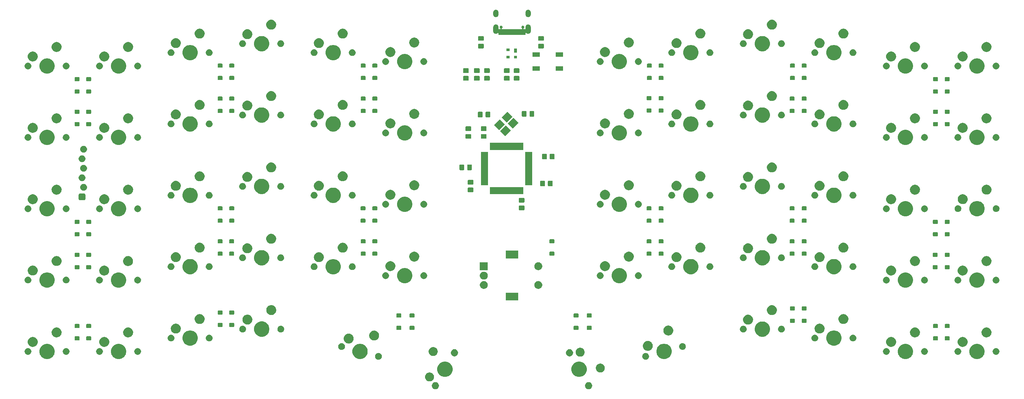
<source format=gbs>
G04 #@! TF.GenerationSoftware,KiCad,Pcbnew,(5.1.4-0)*
G04 #@! TF.CreationDate,2021-10-13T14:40:19-05:00*
G04 #@! TF.ProjectId,niko,6e696b6f-2e6b-4696-9361-645f70636258,rev?*
G04 #@! TF.SameCoordinates,Original*
G04 #@! TF.FileFunction,Soldermask,Bot*
G04 #@! TF.FilePolarity,Negative*
%FSLAX46Y46*%
G04 Gerber Fmt 4.6, Leading zero omitted, Abs format (unit mm)*
G04 Created by KiCad (PCBNEW (5.1.4-0)) date 2021-10-13 14:40:19*
%MOMM*%
%LPD*%
G04 APERTURE LIST*
%ADD10C,0.100000*%
G04 APERTURE END LIST*
D10*
G36*
X270709145Y-117785435D02*
G01*
X270882216Y-117857123D01*
X270882217Y-117857124D01*
X271037977Y-117961199D01*
X271170440Y-118093662D01*
X271170441Y-118093664D01*
X271274516Y-118249423D01*
X271346204Y-118422494D01*
X271382750Y-118606222D01*
X271382750Y-118793556D01*
X271346204Y-118977284D01*
X271274516Y-119150355D01*
X271274515Y-119150356D01*
X271170440Y-119306116D01*
X271037977Y-119438579D01*
X270959568Y-119490970D01*
X270882216Y-119542655D01*
X270709145Y-119614343D01*
X270525417Y-119650889D01*
X270338083Y-119650889D01*
X270154355Y-119614343D01*
X269981284Y-119542655D01*
X269903932Y-119490970D01*
X269825523Y-119438579D01*
X269693060Y-119306116D01*
X269588985Y-119150356D01*
X269588984Y-119150355D01*
X269517296Y-118977284D01*
X269480750Y-118793556D01*
X269480750Y-118606222D01*
X269517296Y-118422494D01*
X269588984Y-118249423D01*
X269693059Y-118093664D01*
X269693060Y-118093662D01*
X269825523Y-117961199D01*
X269981283Y-117857124D01*
X269981284Y-117857123D01*
X270154355Y-117785435D01*
X270338083Y-117748889D01*
X270525417Y-117748889D01*
X270709145Y-117785435D01*
X270709145Y-117785435D01*
G37*
G36*
X229910245Y-117785435D02*
G01*
X230083316Y-117857123D01*
X230083317Y-117857124D01*
X230239077Y-117961199D01*
X230371540Y-118093662D01*
X230371541Y-118093664D01*
X230475616Y-118249423D01*
X230547304Y-118422494D01*
X230583850Y-118606222D01*
X230583850Y-118793556D01*
X230547304Y-118977284D01*
X230475616Y-119150355D01*
X230475615Y-119150356D01*
X230371540Y-119306116D01*
X230239077Y-119438579D01*
X230160668Y-119490970D01*
X230083316Y-119542655D01*
X229910245Y-119614343D01*
X229726517Y-119650889D01*
X229539183Y-119650889D01*
X229355455Y-119614343D01*
X229182384Y-119542655D01*
X229105032Y-119490970D01*
X229026623Y-119438579D01*
X228894160Y-119306116D01*
X228790085Y-119150356D01*
X228790084Y-119150355D01*
X228718396Y-118977284D01*
X228681850Y-118793556D01*
X228681850Y-118606222D01*
X228718396Y-118422494D01*
X228790084Y-118249423D01*
X228894159Y-118093664D01*
X228894160Y-118093662D01*
X229026623Y-117961199D01*
X229182383Y-117857124D01*
X229182384Y-117857123D01*
X229355455Y-117785435D01*
X229539183Y-117748889D01*
X229726517Y-117748889D01*
X229910245Y-117785435D01*
X229910245Y-117785435D01*
G37*
G36*
X228416421Y-115181921D02*
G01*
X228626896Y-115269103D01*
X228633716Y-115271928D01*
X228829275Y-115402597D01*
X228995585Y-115568907D01*
X229019052Y-115604027D01*
X229126255Y-115764468D01*
X229216261Y-115981761D01*
X229262145Y-116212437D01*
X229262145Y-116447637D01*
X229216261Y-116678313D01*
X229126255Y-116895606D01*
X229126254Y-116895608D01*
X228995585Y-117091167D01*
X228829275Y-117257477D01*
X228633716Y-117388146D01*
X228633715Y-117388147D01*
X228633714Y-117388147D01*
X228416421Y-117478153D01*
X228185745Y-117524037D01*
X227950545Y-117524037D01*
X227719869Y-117478153D01*
X227502576Y-117388147D01*
X227502575Y-117388147D01*
X227502574Y-117388146D01*
X227307015Y-117257477D01*
X227140705Y-117091167D01*
X227010036Y-116895608D01*
X227010035Y-116895606D01*
X226920029Y-116678313D01*
X226874145Y-116447637D01*
X226874145Y-116212437D01*
X226920029Y-115981761D01*
X227010035Y-115764468D01*
X227117239Y-115604027D01*
X227140705Y-115568907D01*
X227307015Y-115402597D01*
X227502574Y-115271928D01*
X227509394Y-115269103D01*
X227719869Y-115181921D01*
X227950545Y-115136037D01*
X228185745Y-115136037D01*
X228416421Y-115181921D01*
X228416421Y-115181921D01*
G37*
G36*
X268488224Y-112334164D02*
G01*
X268706224Y-112424463D01*
X268860373Y-112488313D01*
X269195298Y-112712103D01*
X269480127Y-112996932D01*
X269703917Y-113331857D01*
X269767767Y-113486006D01*
X269858066Y-113704006D01*
X269936650Y-114099074D01*
X269936650Y-114501886D01*
X269858066Y-114896954D01*
X269807805Y-115018294D01*
X269703917Y-115269103D01*
X269480127Y-115604028D01*
X269195298Y-115888857D01*
X268860373Y-116112647D01*
X268706224Y-116176497D01*
X268488224Y-116266796D01*
X268093156Y-116345380D01*
X267690344Y-116345380D01*
X267295276Y-116266796D01*
X267077276Y-116176497D01*
X266923127Y-116112647D01*
X266588202Y-115888857D01*
X266303373Y-115604028D01*
X266079583Y-115269103D01*
X265975695Y-115018294D01*
X265925434Y-114896954D01*
X265846850Y-114501886D01*
X265846850Y-114099074D01*
X265925434Y-113704006D01*
X266015733Y-113486006D01*
X266079583Y-113331857D01*
X266303373Y-112996932D01*
X266588202Y-112712103D01*
X266923127Y-112488313D01*
X267077276Y-112424463D01*
X267295276Y-112334164D01*
X267690344Y-112255580D01*
X268093156Y-112255580D01*
X268488224Y-112334164D01*
X268488224Y-112334164D01*
G37*
G36*
X232769324Y-112334164D02*
G01*
X232987324Y-112424463D01*
X233141473Y-112488313D01*
X233476398Y-112712103D01*
X233761227Y-112996932D01*
X233985017Y-113331857D01*
X234048867Y-113486006D01*
X234139166Y-113704006D01*
X234217750Y-114099074D01*
X234217750Y-114501886D01*
X234139166Y-114896954D01*
X234088905Y-115018294D01*
X233985017Y-115269103D01*
X233761227Y-115604028D01*
X233476398Y-115888857D01*
X233141473Y-116112647D01*
X232987324Y-116176497D01*
X232769324Y-116266796D01*
X232374256Y-116345380D01*
X231971444Y-116345380D01*
X231576376Y-116266796D01*
X231358376Y-116176497D01*
X231204227Y-116112647D01*
X230869302Y-115888857D01*
X230584473Y-115604028D01*
X230360683Y-115269103D01*
X230256795Y-115018294D01*
X230206534Y-114896954D01*
X230127950Y-114501886D01*
X230127950Y-114099074D01*
X230206534Y-113704006D01*
X230296833Y-113486006D01*
X230360683Y-113331857D01*
X230584473Y-112996932D01*
X230869302Y-112712103D01*
X231204227Y-112488313D01*
X231358376Y-112424463D01*
X231576376Y-112334164D01*
X231971444Y-112255580D01*
X232374256Y-112255580D01*
X232769324Y-112334164D01*
X232769324Y-112334164D01*
G37*
G36*
X273909435Y-112812069D02*
G01*
X274126728Y-112902075D01*
X274126730Y-112902076D01*
X274322289Y-113032745D01*
X274488599Y-113199055D01*
X274577336Y-113331858D01*
X274619269Y-113394616D01*
X274709275Y-113611909D01*
X274755159Y-113842585D01*
X274755159Y-114077785D01*
X274709275Y-114308461D01*
X274629156Y-114501885D01*
X274619268Y-114525756D01*
X274488599Y-114721315D01*
X274322289Y-114887625D01*
X274126730Y-115018294D01*
X274126729Y-115018295D01*
X274126728Y-115018295D01*
X273909435Y-115108301D01*
X273678759Y-115154185D01*
X273443559Y-115154185D01*
X273212883Y-115108301D01*
X272995590Y-115018295D01*
X272995589Y-115018295D01*
X272995588Y-115018294D01*
X272800029Y-114887625D01*
X272633719Y-114721315D01*
X272503050Y-114525756D01*
X272493162Y-114501885D01*
X272413043Y-114308461D01*
X272367159Y-114077785D01*
X272367159Y-113842585D01*
X272413043Y-113611909D01*
X272503049Y-113394616D01*
X272544983Y-113331858D01*
X272633719Y-113199055D01*
X272800029Y-113032745D01*
X272995588Y-112902076D01*
X272995590Y-112902075D01*
X273212883Y-112812069D01*
X273443559Y-112766185D01*
X273678759Y-112766185D01*
X273909435Y-112812069D01*
X273909435Y-112812069D01*
G37*
G36*
X214616242Y-109964710D02*
G01*
X214720858Y-109985519D01*
X214830281Y-110030844D01*
X214884994Y-110053507D01*
X215004510Y-110133365D01*
X215032711Y-110152208D01*
X215158335Y-110277832D01*
X215158337Y-110277835D01*
X215257036Y-110425549D01*
X215257036Y-110425550D01*
X215325024Y-110589685D01*
X215334985Y-110639762D01*
X215355936Y-110745090D01*
X215359683Y-110763931D01*
X215359683Y-110941589D01*
X215325024Y-111115835D01*
X215279699Y-111225258D01*
X215257036Y-111279971D01*
X215210159Y-111350127D01*
X215158335Y-111427688D01*
X215032711Y-111553312D01*
X215032708Y-111553314D01*
X214884994Y-111652013D01*
X214830281Y-111674676D01*
X214720858Y-111720001D01*
X214641334Y-111735819D01*
X214546614Y-111754660D01*
X214368952Y-111754660D01*
X214274232Y-111735819D01*
X214194708Y-111720001D01*
X214085285Y-111674676D01*
X214030572Y-111652013D01*
X213882858Y-111553314D01*
X213882855Y-111553312D01*
X213757231Y-111427688D01*
X213705407Y-111350127D01*
X213658530Y-111279971D01*
X213635867Y-111225258D01*
X213590542Y-111115835D01*
X213555883Y-110941589D01*
X213555883Y-110763931D01*
X213559631Y-110745090D01*
X213580581Y-110639762D01*
X213590542Y-110589685D01*
X213658530Y-110425550D01*
X213658530Y-110425549D01*
X213757229Y-110277835D01*
X213757231Y-110277832D01*
X213882855Y-110152208D01*
X213911056Y-110133365D01*
X214030572Y-110053507D01*
X214085285Y-110030844D01*
X214194708Y-109985519D01*
X214299324Y-109964710D01*
X214368952Y-109950860D01*
X214546614Y-109950860D01*
X214616242Y-109964710D01*
X214616242Y-109964710D01*
G37*
G36*
X285804016Y-109949348D02*
G01*
X285891139Y-109966678D01*
X286000562Y-110012003D01*
X286055275Y-110034666D01*
X286121925Y-110079200D01*
X286202992Y-110133367D01*
X286328616Y-110258991D01*
X286328618Y-110258994D01*
X286427317Y-110406708D01*
X286440858Y-110439400D01*
X286495305Y-110570844D01*
X286504861Y-110618885D01*
X286529964Y-110745088D01*
X286529964Y-110922750D01*
X286526216Y-110941591D01*
X286495305Y-111096994D01*
X286449980Y-111206417D01*
X286427317Y-111261130D01*
X286367851Y-111350127D01*
X286328616Y-111408847D01*
X286202992Y-111534471D01*
X286202989Y-111534473D01*
X286055275Y-111633172D01*
X286009789Y-111652013D01*
X285891139Y-111701160D01*
X285804016Y-111718489D01*
X285716895Y-111735819D01*
X285539233Y-111735819D01*
X285452112Y-111718489D01*
X285364989Y-111701160D01*
X285246339Y-111652013D01*
X285200853Y-111633172D01*
X285053139Y-111534473D01*
X285053136Y-111534471D01*
X284927512Y-111408847D01*
X284888277Y-111350127D01*
X284828811Y-111261130D01*
X284806148Y-111206417D01*
X284760823Y-111096994D01*
X284729912Y-110941591D01*
X284726164Y-110922750D01*
X284726164Y-110745088D01*
X284751267Y-110618885D01*
X284760823Y-110570844D01*
X284815270Y-110439400D01*
X284828811Y-110406708D01*
X284927510Y-110258994D01*
X284927512Y-110258991D01*
X285053136Y-110133367D01*
X285134203Y-110079200D01*
X285200853Y-110034666D01*
X285255566Y-110012003D01*
X285364989Y-109966678D01*
X285452112Y-109949348D01*
X285539233Y-109932019D01*
X285716895Y-109932019D01*
X285804016Y-109949348D01*
X285804016Y-109949348D01*
G37*
G36*
X210147354Y-107571644D02*
G01*
X210286772Y-107629393D01*
X210519503Y-107725793D01*
X210854428Y-107949583D01*
X211139257Y-108234412D01*
X211363047Y-108569337D01*
X211390494Y-108635600D01*
X211517196Y-108941486D01*
X211595780Y-109336554D01*
X211595780Y-109739366D01*
X211517196Y-110134434D01*
X211457797Y-110277835D01*
X211363047Y-110506583D01*
X211139257Y-110841508D01*
X210854428Y-111126337D01*
X210519503Y-111350127D01*
X210377747Y-111408844D01*
X210147354Y-111504276D01*
X209752286Y-111582860D01*
X209349474Y-111582860D01*
X208954406Y-111504276D01*
X208724013Y-111408844D01*
X208582257Y-111350127D01*
X208247332Y-111126337D01*
X207962503Y-110841508D01*
X207738713Y-110506583D01*
X207643963Y-110277835D01*
X207584564Y-110134434D01*
X207505980Y-109739366D01*
X207505980Y-109336554D01*
X207584564Y-108941486D01*
X207711266Y-108635600D01*
X207738713Y-108569337D01*
X207962503Y-108234412D01*
X208247332Y-107949583D01*
X208582257Y-107725793D01*
X208814988Y-107629393D01*
X208954406Y-107571644D01*
X209349474Y-107493060D01*
X209752286Y-107493060D01*
X210147354Y-107571644D01*
X210147354Y-107571644D01*
G37*
G36*
X374452764Y-107571184D02*
G01*
X374638779Y-107648234D01*
X374824913Y-107725333D01*
X375159838Y-107949123D01*
X375444667Y-108233952D01*
X375668457Y-108568877D01*
X375711508Y-108672813D01*
X375822606Y-108941026D01*
X375901190Y-109336094D01*
X375901190Y-109738906D01*
X375822606Y-110133974D01*
X375770822Y-110258991D01*
X375668457Y-110506123D01*
X375444667Y-110841048D01*
X375159838Y-111125877D01*
X374824913Y-111349667D01*
X374682046Y-111408844D01*
X374452764Y-111503816D01*
X374057696Y-111582400D01*
X373654884Y-111582400D01*
X373259816Y-111503816D01*
X373030534Y-111408844D01*
X372887667Y-111349667D01*
X372552742Y-111125877D01*
X372267913Y-110841048D01*
X372044123Y-110506123D01*
X371941758Y-110258991D01*
X371889974Y-110133974D01*
X371811390Y-109738906D01*
X371811390Y-109336094D01*
X371889974Y-108941026D01*
X372001072Y-108672813D01*
X372044123Y-108568877D01*
X372267913Y-108233952D01*
X372552742Y-107949123D01*
X372887667Y-107725333D01*
X373073801Y-107648234D01*
X373259816Y-107571184D01*
X373654884Y-107492600D01*
X374057696Y-107492600D01*
X374452764Y-107571184D01*
X374452764Y-107571184D01*
G37*
G36*
X355402764Y-107571184D02*
G01*
X355588779Y-107648234D01*
X355774913Y-107725333D01*
X356109838Y-107949123D01*
X356394667Y-108233952D01*
X356618457Y-108568877D01*
X356661508Y-108672813D01*
X356772606Y-108941026D01*
X356851190Y-109336094D01*
X356851190Y-109738906D01*
X356772606Y-110133974D01*
X356720822Y-110258991D01*
X356618457Y-110506123D01*
X356394667Y-110841048D01*
X356109838Y-111125877D01*
X355774913Y-111349667D01*
X355632046Y-111408844D01*
X355402764Y-111503816D01*
X355007696Y-111582400D01*
X354604884Y-111582400D01*
X354209816Y-111503816D01*
X353980534Y-111408844D01*
X353837667Y-111349667D01*
X353502742Y-111125877D01*
X353217913Y-110841048D01*
X352994123Y-110506123D01*
X352891758Y-110258991D01*
X352839974Y-110133974D01*
X352761390Y-109738906D01*
X352761390Y-109336094D01*
X352839974Y-108941026D01*
X352951072Y-108672813D01*
X352994123Y-108568877D01*
X353217913Y-108233952D01*
X353502742Y-107949123D01*
X353837667Y-107725333D01*
X354023801Y-107648234D01*
X354209816Y-107571184D01*
X354604884Y-107492600D01*
X355007696Y-107492600D01*
X355402764Y-107571184D01*
X355402764Y-107571184D01*
G37*
G36*
X145852724Y-107571184D02*
G01*
X146038739Y-107648234D01*
X146224873Y-107725333D01*
X146559798Y-107949123D01*
X146844627Y-108233952D01*
X147068417Y-108568877D01*
X147111468Y-108672813D01*
X147222566Y-108941026D01*
X147301150Y-109336094D01*
X147301150Y-109738906D01*
X147222566Y-110133974D01*
X147170782Y-110258991D01*
X147068417Y-110506123D01*
X146844627Y-110841048D01*
X146559798Y-111125877D01*
X146224873Y-111349667D01*
X146082006Y-111408844D01*
X145852724Y-111503816D01*
X145457656Y-111582400D01*
X145054844Y-111582400D01*
X144659776Y-111503816D01*
X144430494Y-111408844D01*
X144287627Y-111349667D01*
X143952702Y-111125877D01*
X143667873Y-110841048D01*
X143444083Y-110506123D01*
X143341718Y-110258991D01*
X143289934Y-110133974D01*
X143211350Y-109738906D01*
X143211350Y-109336094D01*
X143289934Y-108941026D01*
X143401032Y-108672813D01*
X143444083Y-108568877D01*
X143667873Y-108233952D01*
X143952702Y-107949123D01*
X144287627Y-107725333D01*
X144473761Y-107648234D01*
X144659776Y-107571184D01*
X145054844Y-107492600D01*
X145457656Y-107492600D01*
X145852724Y-107571184D01*
X145852724Y-107571184D01*
G37*
G36*
X126802724Y-107571184D02*
G01*
X126988739Y-107648234D01*
X127174873Y-107725333D01*
X127509798Y-107949123D01*
X127794627Y-108233952D01*
X128018417Y-108568877D01*
X128061468Y-108672813D01*
X128172566Y-108941026D01*
X128251150Y-109336094D01*
X128251150Y-109738906D01*
X128172566Y-110133974D01*
X128120782Y-110258991D01*
X128018417Y-110506123D01*
X127794627Y-110841048D01*
X127509798Y-111125877D01*
X127174873Y-111349667D01*
X127032006Y-111408844D01*
X126802724Y-111503816D01*
X126407656Y-111582400D01*
X126004844Y-111582400D01*
X125609776Y-111503816D01*
X125380494Y-111408844D01*
X125237627Y-111349667D01*
X124902702Y-111125877D01*
X124617873Y-110841048D01*
X124394083Y-110506123D01*
X124291718Y-110258991D01*
X124239934Y-110133974D01*
X124161350Y-109738906D01*
X124161350Y-109336094D01*
X124239934Y-108941026D01*
X124351032Y-108672813D01*
X124394083Y-108568877D01*
X124617873Y-108233952D01*
X124902702Y-107949123D01*
X125237627Y-107725333D01*
X125423761Y-107648234D01*
X125609776Y-107571184D01*
X126004844Y-107492600D01*
X126407656Y-107492600D01*
X126802724Y-107571184D01*
X126802724Y-107571184D01*
G37*
G36*
X291131442Y-107552803D02*
G01*
X291316339Y-107629390D01*
X291503591Y-107706952D01*
X291838516Y-107930742D01*
X292123345Y-108215571D01*
X292347135Y-108550496D01*
X292399739Y-108677495D01*
X292501284Y-108922645D01*
X292579868Y-109317713D01*
X292579868Y-109720525D01*
X292501284Y-110115593D01*
X292441885Y-110258994D01*
X292347135Y-110487742D01*
X292123345Y-110822667D01*
X291838516Y-111107496D01*
X291503591Y-111331286D01*
X291349442Y-111395136D01*
X291131442Y-111485435D01*
X290736374Y-111564019D01*
X290333562Y-111564019D01*
X289938494Y-111485435D01*
X289720494Y-111395136D01*
X289566345Y-111331286D01*
X289231420Y-111107496D01*
X288946591Y-110822667D01*
X288722801Y-110487742D01*
X288628051Y-110258994D01*
X288568652Y-110115593D01*
X288490068Y-109720525D01*
X288490068Y-109317713D01*
X288568652Y-108922645D01*
X288670197Y-108677495D01*
X288722801Y-108550496D01*
X288946591Y-108215571D01*
X289231420Y-107930742D01*
X289566345Y-107706952D01*
X289753597Y-107629390D01*
X289938494Y-107552803D01*
X290333562Y-107474219D01*
X290736374Y-107474219D01*
X291131442Y-107552803D01*
X291131442Y-107552803D01*
G37*
G36*
X268534731Y-108582807D02*
G01*
X268745858Y-108670259D01*
X268752026Y-108672814D01*
X268947585Y-108803483D01*
X269113895Y-108969793D01*
X269207773Y-109110290D01*
X269244565Y-109165354D01*
X269334571Y-109382647D01*
X269380455Y-109613323D01*
X269380455Y-109848523D01*
X269334571Y-110079199D01*
X269268771Y-110238054D01*
X269244564Y-110296494D01*
X269113895Y-110492053D01*
X268947585Y-110658363D01*
X268752026Y-110789032D01*
X268752025Y-110789033D01*
X268752024Y-110789033D01*
X268534731Y-110879039D01*
X268304055Y-110924923D01*
X268068855Y-110924923D01*
X267838179Y-110879039D01*
X267620886Y-110789033D01*
X267620885Y-110789033D01*
X267620884Y-110789032D01*
X267425325Y-110658363D01*
X267259015Y-110492053D01*
X267128346Y-110296494D01*
X267104139Y-110238054D01*
X267038339Y-110079199D01*
X266992455Y-109848523D01*
X266992455Y-109613323D01*
X267038339Y-109382647D01*
X267128345Y-109165354D01*
X267165138Y-109110290D01*
X267259015Y-108969793D01*
X267425325Y-108803483D01*
X267620884Y-108672814D01*
X267627052Y-108670259D01*
X267838179Y-108582807D01*
X268068855Y-108536923D01*
X268304055Y-108536923D01*
X268534731Y-108582807D01*
X268534731Y-108582807D01*
G37*
G36*
X265629145Y-108986617D02*
G01*
X265802216Y-109058305D01*
X265802217Y-109058306D01*
X265957977Y-109162381D01*
X266090440Y-109294844D01*
X266118310Y-109336555D01*
X266194516Y-109450605D01*
X266266204Y-109623676D01*
X266302750Y-109807404D01*
X266302750Y-109994738D01*
X266266204Y-110178466D01*
X266194516Y-110351537D01*
X266194515Y-110351538D01*
X266090440Y-110507298D01*
X265957977Y-110639761D01*
X265930137Y-110658363D01*
X265802216Y-110743837D01*
X265629145Y-110815525D01*
X265445417Y-110852071D01*
X265258083Y-110852071D01*
X265074355Y-110815525D01*
X264901284Y-110743837D01*
X264773363Y-110658363D01*
X264745523Y-110639761D01*
X264613060Y-110507298D01*
X264508985Y-110351538D01*
X264508984Y-110351537D01*
X264437296Y-110178466D01*
X264400750Y-109994738D01*
X264400750Y-109807404D01*
X264437296Y-109623676D01*
X264508984Y-109450605D01*
X264585190Y-109336555D01*
X264613060Y-109294844D01*
X264745523Y-109162381D01*
X264901283Y-109058306D01*
X264901284Y-109058305D01*
X265074355Y-108986617D01*
X265258083Y-108950071D01*
X265445417Y-108950071D01*
X265629145Y-108986617D01*
X265629145Y-108986617D01*
G37*
G36*
X234990245Y-108986617D02*
G01*
X235163316Y-109058305D01*
X235163317Y-109058306D01*
X235319077Y-109162381D01*
X235451540Y-109294844D01*
X235479410Y-109336555D01*
X235555616Y-109450605D01*
X235627304Y-109623676D01*
X235663850Y-109807404D01*
X235663850Y-109994738D01*
X235627304Y-110178466D01*
X235555616Y-110351537D01*
X235555615Y-110351538D01*
X235451540Y-110507298D01*
X235319077Y-110639761D01*
X235291237Y-110658363D01*
X235163316Y-110743837D01*
X234990245Y-110815525D01*
X234806517Y-110852071D01*
X234619183Y-110852071D01*
X234435455Y-110815525D01*
X234262384Y-110743837D01*
X234134463Y-110658363D01*
X234106623Y-110639761D01*
X233974160Y-110507298D01*
X233870085Y-110351538D01*
X233870084Y-110351537D01*
X233798396Y-110178466D01*
X233761850Y-109994738D01*
X233761850Y-109807404D01*
X233798396Y-109623676D01*
X233870084Y-109450605D01*
X233946290Y-109336555D01*
X233974160Y-109294844D01*
X234106623Y-109162381D01*
X234262383Y-109058306D01*
X234262384Y-109058305D01*
X234435455Y-108986617D01*
X234619183Y-108950071D01*
X234806517Y-108950071D01*
X234990245Y-108986617D01*
X234990245Y-108986617D01*
G37*
G36*
X229391717Y-108412659D02*
G01*
X229569337Y-108486232D01*
X229609012Y-108502666D01*
X229804571Y-108633335D01*
X229970881Y-108799645D01*
X230065657Y-108941486D01*
X230101551Y-108995206D01*
X230191557Y-109212499D01*
X230237441Y-109443175D01*
X230237441Y-109678375D01*
X230191557Y-109909051D01*
X230107316Y-110112425D01*
X230101550Y-110126346D01*
X229970881Y-110321905D01*
X229804571Y-110488215D01*
X229609012Y-110618884D01*
X229609011Y-110618885D01*
X229609010Y-110618885D01*
X229391717Y-110708891D01*
X229161041Y-110754775D01*
X228925841Y-110754775D01*
X228695165Y-110708891D01*
X228477872Y-110618885D01*
X228477871Y-110618885D01*
X228477870Y-110618884D01*
X228282311Y-110488215D01*
X228116001Y-110321905D01*
X227985332Y-110126346D01*
X227979566Y-110112425D01*
X227895325Y-109909051D01*
X227849441Y-109678375D01*
X227849441Y-109443175D01*
X227895325Y-109212499D01*
X227985331Y-108995206D01*
X228021226Y-108941486D01*
X228116001Y-108799645D01*
X228282311Y-108633335D01*
X228477870Y-108502666D01*
X228517545Y-108486232D01*
X228695165Y-108412659D01*
X228925841Y-108366775D01*
X229161041Y-108366775D01*
X229391717Y-108412659D01*
X229391717Y-108412659D01*
G37*
G36*
X368952242Y-108652929D02*
G01*
X369039365Y-108670259D01*
X369148788Y-108715584D01*
X369203501Y-108738247D01*
X369293058Y-108798087D01*
X369351218Y-108836948D01*
X369476842Y-108962572D01*
X369476844Y-108962575D01*
X369575543Y-109110289D01*
X369575543Y-109110290D01*
X369643531Y-109274425D01*
X369678190Y-109448671D01*
X369678190Y-109626329D01*
X369643531Y-109800575D01*
X369640702Y-109807404D01*
X369575543Y-109964711D01*
X369499045Y-110079199D01*
X369476842Y-110112428D01*
X369351218Y-110238052D01*
X369351215Y-110238054D01*
X369203501Y-110336753D01*
X369148788Y-110359416D01*
X369039365Y-110404741D01*
X368952242Y-110422070D01*
X368865121Y-110439400D01*
X368687459Y-110439400D01*
X368600338Y-110422070D01*
X368513215Y-110404741D01*
X368403792Y-110359416D01*
X368349079Y-110336753D01*
X368201365Y-110238054D01*
X368201362Y-110238052D01*
X368075738Y-110112428D01*
X368053535Y-110079199D01*
X367977037Y-109964711D01*
X367911878Y-109807404D01*
X367909049Y-109800575D01*
X367874390Y-109626329D01*
X367874390Y-109448671D01*
X367909049Y-109274425D01*
X367977037Y-109110290D01*
X367977037Y-109110289D01*
X368075736Y-108962575D01*
X368075738Y-108962572D01*
X368201362Y-108836948D01*
X368259522Y-108798087D01*
X368349079Y-108738247D01*
X368403792Y-108715584D01*
X368513215Y-108670259D01*
X368600338Y-108652929D01*
X368687459Y-108635600D01*
X368865121Y-108635600D01*
X368952242Y-108652929D01*
X368952242Y-108652929D01*
G37*
G36*
X379112242Y-108652929D02*
G01*
X379199365Y-108670259D01*
X379308788Y-108715584D01*
X379363501Y-108738247D01*
X379453058Y-108798087D01*
X379511218Y-108836948D01*
X379636842Y-108962572D01*
X379636844Y-108962575D01*
X379735543Y-109110289D01*
X379735543Y-109110290D01*
X379803531Y-109274425D01*
X379838190Y-109448671D01*
X379838190Y-109626329D01*
X379803531Y-109800575D01*
X379800702Y-109807404D01*
X379735543Y-109964711D01*
X379659045Y-110079199D01*
X379636842Y-110112428D01*
X379511218Y-110238052D01*
X379511215Y-110238054D01*
X379363501Y-110336753D01*
X379308788Y-110359416D01*
X379199365Y-110404741D01*
X379112242Y-110422070D01*
X379025121Y-110439400D01*
X378847459Y-110439400D01*
X378760338Y-110422070D01*
X378673215Y-110404741D01*
X378563792Y-110359416D01*
X378509079Y-110336753D01*
X378361365Y-110238054D01*
X378361362Y-110238052D01*
X378235738Y-110112428D01*
X378213535Y-110079199D01*
X378137037Y-109964711D01*
X378071878Y-109807404D01*
X378069049Y-109800575D01*
X378034390Y-109626329D01*
X378034390Y-109448671D01*
X378069049Y-109274425D01*
X378137037Y-109110290D01*
X378137037Y-109110289D01*
X378235736Y-108962575D01*
X378235738Y-108962572D01*
X378361362Y-108836948D01*
X378419522Y-108798087D01*
X378509079Y-108738247D01*
X378563792Y-108715584D01*
X378673215Y-108670259D01*
X378760338Y-108652929D01*
X378847459Y-108635600D01*
X379025121Y-108635600D01*
X379112242Y-108652929D01*
X379112242Y-108652929D01*
G37*
G36*
X360062242Y-108652929D02*
G01*
X360149365Y-108670259D01*
X360258788Y-108715584D01*
X360313501Y-108738247D01*
X360403058Y-108798087D01*
X360461218Y-108836948D01*
X360586842Y-108962572D01*
X360586844Y-108962575D01*
X360685543Y-109110289D01*
X360685543Y-109110290D01*
X360753531Y-109274425D01*
X360788190Y-109448671D01*
X360788190Y-109626329D01*
X360753531Y-109800575D01*
X360750702Y-109807404D01*
X360685543Y-109964711D01*
X360609045Y-110079199D01*
X360586842Y-110112428D01*
X360461218Y-110238052D01*
X360461215Y-110238054D01*
X360313501Y-110336753D01*
X360258788Y-110359416D01*
X360149365Y-110404741D01*
X360062242Y-110422070D01*
X359975121Y-110439400D01*
X359797459Y-110439400D01*
X359710338Y-110422070D01*
X359623215Y-110404741D01*
X359513792Y-110359416D01*
X359459079Y-110336753D01*
X359311365Y-110238054D01*
X359311362Y-110238052D01*
X359185738Y-110112428D01*
X359163535Y-110079199D01*
X359087037Y-109964711D01*
X359021878Y-109807404D01*
X359019049Y-109800575D01*
X358984390Y-109626329D01*
X358984390Y-109448671D01*
X359019049Y-109274425D01*
X359087037Y-109110290D01*
X359087037Y-109110289D01*
X359185736Y-108962575D01*
X359185738Y-108962572D01*
X359311362Y-108836948D01*
X359369522Y-108798087D01*
X359459079Y-108738247D01*
X359513792Y-108715584D01*
X359623215Y-108670259D01*
X359710338Y-108652929D01*
X359797459Y-108635600D01*
X359975121Y-108635600D01*
X360062242Y-108652929D01*
X360062242Y-108652929D01*
G37*
G36*
X349902242Y-108652929D02*
G01*
X349989365Y-108670259D01*
X350098788Y-108715584D01*
X350153501Y-108738247D01*
X350243058Y-108798087D01*
X350301218Y-108836948D01*
X350426842Y-108962572D01*
X350426844Y-108962575D01*
X350525543Y-109110289D01*
X350525543Y-109110290D01*
X350593531Y-109274425D01*
X350628190Y-109448671D01*
X350628190Y-109626329D01*
X350593531Y-109800575D01*
X350590702Y-109807404D01*
X350525543Y-109964711D01*
X350449045Y-110079199D01*
X350426842Y-110112428D01*
X350301218Y-110238052D01*
X350301215Y-110238054D01*
X350153501Y-110336753D01*
X350098788Y-110359416D01*
X349989365Y-110404741D01*
X349902242Y-110422070D01*
X349815121Y-110439400D01*
X349637459Y-110439400D01*
X349550338Y-110422070D01*
X349463215Y-110404741D01*
X349353792Y-110359416D01*
X349299079Y-110336753D01*
X349151365Y-110238054D01*
X349151362Y-110238052D01*
X349025738Y-110112428D01*
X349003535Y-110079199D01*
X348927037Y-109964711D01*
X348861878Y-109807404D01*
X348859049Y-109800575D01*
X348824390Y-109626329D01*
X348824390Y-109448671D01*
X348859049Y-109274425D01*
X348927037Y-109110290D01*
X348927037Y-109110289D01*
X349025736Y-108962575D01*
X349025738Y-108962572D01*
X349151362Y-108836948D01*
X349209522Y-108798087D01*
X349299079Y-108738247D01*
X349353792Y-108715584D01*
X349463215Y-108670259D01*
X349550338Y-108652929D01*
X349637459Y-108635600D01*
X349815121Y-108635600D01*
X349902242Y-108652929D01*
X349902242Y-108652929D01*
G37*
G36*
X150512202Y-108652929D02*
G01*
X150599325Y-108670259D01*
X150708748Y-108715584D01*
X150763461Y-108738247D01*
X150853018Y-108798087D01*
X150911178Y-108836948D01*
X151036802Y-108962572D01*
X151036804Y-108962575D01*
X151135503Y-109110289D01*
X151135503Y-109110290D01*
X151203491Y-109274425D01*
X151238150Y-109448671D01*
X151238150Y-109626329D01*
X151203491Y-109800575D01*
X151200662Y-109807404D01*
X151135503Y-109964711D01*
X151059005Y-110079199D01*
X151036802Y-110112428D01*
X150911178Y-110238052D01*
X150911175Y-110238054D01*
X150763461Y-110336753D01*
X150708748Y-110359416D01*
X150599325Y-110404741D01*
X150512202Y-110422070D01*
X150425081Y-110439400D01*
X150247419Y-110439400D01*
X150160298Y-110422070D01*
X150073175Y-110404741D01*
X149963752Y-110359416D01*
X149909039Y-110336753D01*
X149761325Y-110238054D01*
X149761322Y-110238052D01*
X149635698Y-110112428D01*
X149613495Y-110079199D01*
X149536997Y-109964711D01*
X149471838Y-109807404D01*
X149469009Y-109800575D01*
X149434350Y-109626329D01*
X149434350Y-109448671D01*
X149469009Y-109274425D01*
X149536997Y-109110290D01*
X149536997Y-109110289D01*
X149635696Y-108962575D01*
X149635698Y-108962572D01*
X149761322Y-108836948D01*
X149819482Y-108798087D01*
X149909039Y-108738247D01*
X149963752Y-108715584D01*
X150073175Y-108670259D01*
X150160298Y-108652929D01*
X150247419Y-108635600D01*
X150425081Y-108635600D01*
X150512202Y-108652929D01*
X150512202Y-108652929D01*
G37*
G36*
X140352202Y-108652929D02*
G01*
X140439325Y-108670259D01*
X140548748Y-108715584D01*
X140603461Y-108738247D01*
X140693018Y-108798087D01*
X140751178Y-108836948D01*
X140876802Y-108962572D01*
X140876804Y-108962575D01*
X140975503Y-109110289D01*
X140975503Y-109110290D01*
X141043491Y-109274425D01*
X141078150Y-109448671D01*
X141078150Y-109626329D01*
X141043491Y-109800575D01*
X141040662Y-109807404D01*
X140975503Y-109964711D01*
X140899005Y-110079199D01*
X140876802Y-110112428D01*
X140751178Y-110238052D01*
X140751175Y-110238054D01*
X140603461Y-110336753D01*
X140548748Y-110359416D01*
X140439325Y-110404741D01*
X140352202Y-110422070D01*
X140265081Y-110439400D01*
X140087419Y-110439400D01*
X140000298Y-110422070D01*
X139913175Y-110404741D01*
X139803752Y-110359416D01*
X139749039Y-110336753D01*
X139601325Y-110238054D01*
X139601322Y-110238052D01*
X139475698Y-110112428D01*
X139453495Y-110079199D01*
X139376997Y-109964711D01*
X139311838Y-109807404D01*
X139309009Y-109800575D01*
X139274350Y-109626329D01*
X139274350Y-109448671D01*
X139309009Y-109274425D01*
X139376997Y-109110290D01*
X139376997Y-109110289D01*
X139475696Y-108962575D01*
X139475698Y-108962572D01*
X139601322Y-108836948D01*
X139659482Y-108798087D01*
X139749039Y-108738247D01*
X139803752Y-108715584D01*
X139913175Y-108670259D01*
X140000298Y-108652929D01*
X140087419Y-108635600D01*
X140265081Y-108635600D01*
X140352202Y-108652929D01*
X140352202Y-108652929D01*
G37*
G36*
X131462202Y-108652929D02*
G01*
X131549325Y-108670259D01*
X131658748Y-108715584D01*
X131713461Y-108738247D01*
X131803018Y-108798087D01*
X131861178Y-108836948D01*
X131986802Y-108962572D01*
X131986804Y-108962575D01*
X132085503Y-109110289D01*
X132085503Y-109110290D01*
X132153491Y-109274425D01*
X132188150Y-109448671D01*
X132188150Y-109626329D01*
X132153491Y-109800575D01*
X132150662Y-109807404D01*
X132085503Y-109964711D01*
X132009005Y-110079199D01*
X131986802Y-110112428D01*
X131861178Y-110238052D01*
X131861175Y-110238054D01*
X131713461Y-110336753D01*
X131658748Y-110359416D01*
X131549325Y-110404741D01*
X131462202Y-110422070D01*
X131375081Y-110439400D01*
X131197419Y-110439400D01*
X131110298Y-110422070D01*
X131023175Y-110404741D01*
X130913752Y-110359416D01*
X130859039Y-110336753D01*
X130711325Y-110238054D01*
X130711322Y-110238052D01*
X130585698Y-110112428D01*
X130563495Y-110079199D01*
X130486997Y-109964711D01*
X130421838Y-109807404D01*
X130419009Y-109800575D01*
X130384350Y-109626329D01*
X130384350Y-109448671D01*
X130419009Y-109274425D01*
X130486997Y-109110290D01*
X130486997Y-109110289D01*
X130585696Y-108962575D01*
X130585698Y-108962572D01*
X130711322Y-108836948D01*
X130769482Y-108798087D01*
X130859039Y-108738247D01*
X130913752Y-108715584D01*
X131023175Y-108670259D01*
X131110298Y-108652929D01*
X131197419Y-108635600D01*
X131375081Y-108635600D01*
X131462202Y-108652929D01*
X131462202Y-108652929D01*
G37*
G36*
X121302202Y-108652929D02*
G01*
X121389325Y-108670259D01*
X121498748Y-108715584D01*
X121553461Y-108738247D01*
X121643018Y-108798087D01*
X121701178Y-108836948D01*
X121826802Y-108962572D01*
X121826804Y-108962575D01*
X121925503Y-109110289D01*
X121925503Y-109110290D01*
X121993491Y-109274425D01*
X122028150Y-109448671D01*
X122028150Y-109626329D01*
X121993491Y-109800575D01*
X121990662Y-109807404D01*
X121925503Y-109964711D01*
X121849005Y-110079199D01*
X121826802Y-110112428D01*
X121701178Y-110238052D01*
X121701175Y-110238054D01*
X121553461Y-110336753D01*
X121498748Y-110359416D01*
X121389325Y-110404741D01*
X121302202Y-110422070D01*
X121215081Y-110439400D01*
X121037419Y-110439400D01*
X120950298Y-110422070D01*
X120863175Y-110404741D01*
X120753752Y-110359416D01*
X120699039Y-110336753D01*
X120551325Y-110238054D01*
X120551322Y-110238052D01*
X120425698Y-110112428D01*
X120403495Y-110079199D01*
X120326997Y-109964711D01*
X120261838Y-109807404D01*
X120259009Y-109800575D01*
X120224350Y-109626329D01*
X120224350Y-109448671D01*
X120259009Y-109274425D01*
X120326997Y-109110290D01*
X120326997Y-109110289D01*
X120425696Y-108962575D01*
X120425698Y-108962572D01*
X120551322Y-108836948D01*
X120609482Y-108798087D01*
X120699039Y-108738247D01*
X120753752Y-108715584D01*
X120863175Y-108670259D01*
X120950298Y-108652929D01*
X121037419Y-108635600D01*
X121215081Y-108635600D01*
X121302202Y-108652929D01*
X121302202Y-108652929D01*
G37*
G36*
X286455105Y-106756151D02*
G01*
X286582712Y-106781533D01*
X286707714Y-106833311D01*
X286823117Y-106881112D01*
X286823118Y-106881113D01*
X287039479Y-107025680D01*
X287223478Y-107209679D01*
X287285444Y-107302418D01*
X287368046Y-107426041D01*
X287388002Y-107474219D01*
X287467625Y-107666446D01*
X287467625Y-107666448D01*
X287518390Y-107921659D01*
X287518390Y-108181877D01*
X287508031Y-108233953D01*
X287467625Y-108437090D01*
X287420650Y-108550496D01*
X287368046Y-108677495D01*
X287368045Y-108677496D01*
X287223478Y-108893857D01*
X287039479Y-109077856D01*
X286968834Y-109125059D01*
X286823117Y-109222424D01*
X286723538Y-109263671D01*
X286582712Y-109322003D01*
X286455104Y-109347386D01*
X286327499Y-109372768D01*
X286067281Y-109372768D01*
X285939676Y-109347386D01*
X285812068Y-109322003D01*
X285671242Y-109263671D01*
X285571663Y-109222424D01*
X285425946Y-109125059D01*
X285355301Y-109077856D01*
X285171302Y-108893857D01*
X285026735Y-108677496D01*
X285026734Y-108677495D01*
X284974130Y-108550496D01*
X284927155Y-108437090D01*
X284886749Y-108233953D01*
X284876390Y-108181877D01*
X284876390Y-107921659D01*
X284927155Y-107666448D01*
X284927155Y-107666446D01*
X285006778Y-107474219D01*
X285026734Y-107426041D01*
X285109336Y-107302418D01*
X285171302Y-107209679D01*
X285355301Y-107025680D01*
X285571662Y-106881113D01*
X285571663Y-106881112D01*
X285687066Y-106833311D01*
X285812068Y-106781533D01*
X285939675Y-106756151D01*
X286067281Y-106730768D01*
X286327499Y-106730768D01*
X286455105Y-106756151D01*
X286455105Y-106756151D01*
G37*
G36*
X204812329Y-107337077D02*
G01*
X204907051Y-107355918D01*
X205016474Y-107401243D01*
X205071187Y-107423906D01*
X205190703Y-107503764D01*
X205218904Y-107522607D01*
X205344528Y-107648231D01*
X205344530Y-107648234D01*
X205443229Y-107795948D01*
X205443229Y-107795949D01*
X205511217Y-107960084D01*
X205523848Y-108023588D01*
X205545876Y-108134328D01*
X205545876Y-108311990D01*
X205528546Y-108399111D01*
X205511217Y-108486234D01*
X205471214Y-108582808D01*
X205443229Y-108650370D01*
X205357119Y-108779243D01*
X205344528Y-108798087D01*
X205218904Y-108923711D01*
X205218901Y-108923713D01*
X205071187Y-109022412D01*
X205016474Y-109045075D01*
X204907051Y-109090400D01*
X204827527Y-109106218D01*
X204732807Y-109125059D01*
X204555145Y-109125059D01*
X204460425Y-109106218D01*
X204380901Y-109090400D01*
X204271478Y-109045075D01*
X204216765Y-109022412D01*
X204069051Y-108923713D01*
X204069048Y-108923711D01*
X203943424Y-108798087D01*
X203930833Y-108779243D01*
X203844723Y-108650370D01*
X203816738Y-108582808D01*
X203776735Y-108486234D01*
X203759406Y-108399111D01*
X203742076Y-108311990D01*
X203742076Y-108134328D01*
X203764104Y-108023588D01*
X203776735Y-107960084D01*
X203844723Y-107795949D01*
X203844723Y-107795948D01*
X203943422Y-107648234D01*
X203943424Y-107648231D01*
X204069048Y-107522607D01*
X204097249Y-107503764D01*
X204216765Y-107423906D01*
X204271478Y-107401243D01*
X204380901Y-107355918D01*
X204475623Y-107337077D01*
X204555145Y-107321259D01*
X204732807Y-107321259D01*
X204812329Y-107337077D01*
X204812329Y-107337077D01*
G37*
G36*
X295617823Y-107319747D02*
G01*
X295704946Y-107337077D01*
X295814369Y-107382402D01*
X295869082Y-107405065D01*
X296000088Y-107492600D01*
X296016799Y-107503766D01*
X296142423Y-107629390D01*
X296142425Y-107629393D01*
X296241124Y-107777107D01*
X296263787Y-107831820D01*
X296309112Y-107941243D01*
X296312860Y-107960086D01*
X296343771Y-108115487D01*
X296343771Y-108293149D01*
X296340023Y-108311990D01*
X296309112Y-108467393D01*
X296267075Y-108568877D01*
X296241124Y-108631529D01*
X296143088Y-108778251D01*
X296142423Y-108779246D01*
X296016799Y-108904870D01*
X296016796Y-108904872D01*
X295869082Y-109003571D01*
X295823596Y-109022412D01*
X295704946Y-109071559D01*
X295617823Y-109088888D01*
X295530702Y-109106218D01*
X295353040Y-109106218D01*
X295265919Y-109088888D01*
X295178796Y-109071559D01*
X295060146Y-109022412D01*
X295014660Y-109003571D01*
X294866946Y-108904872D01*
X294866943Y-108904870D01*
X294741319Y-108779246D01*
X294740654Y-108778251D01*
X294642618Y-108631529D01*
X294616667Y-108568877D01*
X294574630Y-108467393D01*
X294543719Y-108311990D01*
X294539971Y-108293149D01*
X294539971Y-108115487D01*
X294570882Y-107960086D01*
X294574630Y-107941243D01*
X294619955Y-107831820D01*
X294642618Y-107777107D01*
X294741317Y-107629393D01*
X294741319Y-107629390D01*
X294866943Y-107503766D01*
X294883654Y-107492600D01*
X295014660Y-107405065D01*
X295069373Y-107382402D01*
X295178796Y-107337077D01*
X295265919Y-107319747D01*
X295353040Y-107302418D01*
X295530702Y-107302418D01*
X295617823Y-107319747D01*
X295617823Y-107319747D01*
G37*
G36*
X351254005Y-105701883D02*
G01*
X351381612Y-105727265D01*
X351522438Y-105785597D01*
X351622017Y-105826844D01*
X351622018Y-105826845D01*
X351838379Y-105971412D01*
X352022378Y-106155411D01*
X352071644Y-106229143D01*
X352166946Y-106371773D01*
X352190830Y-106429434D01*
X352266525Y-106612178D01*
X352317290Y-106867393D01*
X352317290Y-107127607D01*
X352266525Y-107382822D01*
X352216429Y-107503764D01*
X352166946Y-107623227D01*
X352118975Y-107695021D01*
X352022378Y-107839589D01*
X351838379Y-108023588D01*
X351700842Y-108115487D01*
X351622017Y-108168156D01*
X351522438Y-108209403D01*
X351381612Y-108267735D01*
X351254005Y-108293117D01*
X351126399Y-108318500D01*
X350866181Y-108318500D01*
X350738575Y-108293117D01*
X350610968Y-108267735D01*
X350470142Y-108209403D01*
X350370563Y-108168156D01*
X350291738Y-108115487D01*
X350154201Y-108023588D01*
X349970202Y-107839589D01*
X349873605Y-107695021D01*
X349825634Y-107623227D01*
X349776151Y-107503764D01*
X349726055Y-107382822D01*
X349675290Y-107127607D01*
X349675290Y-106867393D01*
X349726055Y-106612178D01*
X349801750Y-106429434D01*
X349825634Y-106371773D01*
X349920936Y-106229143D01*
X349970202Y-106155411D01*
X350154201Y-105971412D01*
X350370562Y-105826845D01*
X350370563Y-105826844D01*
X350470142Y-105785597D01*
X350610968Y-105727265D01*
X350738575Y-105701883D01*
X350866181Y-105676500D01*
X351126399Y-105676500D01*
X351254005Y-105701883D01*
X351254005Y-105701883D01*
G37*
G36*
X141703965Y-105701883D02*
G01*
X141831572Y-105727265D01*
X141972398Y-105785597D01*
X142071977Y-105826844D01*
X142071978Y-105826845D01*
X142288339Y-105971412D01*
X142472338Y-106155411D01*
X142521604Y-106229143D01*
X142616906Y-106371773D01*
X142640790Y-106429434D01*
X142716485Y-106612178D01*
X142767250Y-106867393D01*
X142767250Y-107127607D01*
X142716485Y-107382822D01*
X142666389Y-107503764D01*
X142616906Y-107623227D01*
X142568935Y-107695021D01*
X142472338Y-107839589D01*
X142288339Y-108023588D01*
X142150802Y-108115487D01*
X142071977Y-108168156D01*
X141972398Y-108209403D01*
X141831572Y-108267735D01*
X141703965Y-108293117D01*
X141576359Y-108318500D01*
X141316141Y-108318500D01*
X141188535Y-108293117D01*
X141060928Y-108267735D01*
X140920102Y-108209403D01*
X140820523Y-108168156D01*
X140741698Y-108115487D01*
X140604161Y-108023588D01*
X140420162Y-107839589D01*
X140323565Y-107695021D01*
X140275594Y-107623227D01*
X140226111Y-107503764D01*
X140176015Y-107382822D01*
X140125250Y-107127607D01*
X140125250Y-106867393D01*
X140176015Y-106612178D01*
X140251710Y-106429434D01*
X140275594Y-106371773D01*
X140370896Y-106229143D01*
X140420162Y-106155411D01*
X140604161Y-105971412D01*
X140820522Y-105826845D01*
X140820523Y-105826844D01*
X140920102Y-105785597D01*
X141060928Y-105727265D01*
X141188535Y-105701883D01*
X141316141Y-105676500D01*
X141576359Y-105676500D01*
X141703965Y-105701883D01*
X141703965Y-105701883D01*
G37*
G36*
X370304005Y-105701883D02*
G01*
X370431612Y-105727265D01*
X370572438Y-105785597D01*
X370672017Y-105826844D01*
X370672018Y-105826845D01*
X370888379Y-105971412D01*
X371072378Y-106155411D01*
X371121644Y-106229143D01*
X371216946Y-106371773D01*
X371240830Y-106429434D01*
X371316525Y-106612178D01*
X371367290Y-106867393D01*
X371367290Y-107127607D01*
X371316525Y-107382822D01*
X371266429Y-107503764D01*
X371216946Y-107623227D01*
X371168975Y-107695021D01*
X371072378Y-107839589D01*
X370888379Y-108023588D01*
X370750842Y-108115487D01*
X370672017Y-108168156D01*
X370572438Y-108209403D01*
X370431612Y-108267735D01*
X370304005Y-108293117D01*
X370176399Y-108318500D01*
X369916181Y-108318500D01*
X369788575Y-108293117D01*
X369660968Y-108267735D01*
X369520142Y-108209403D01*
X369420563Y-108168156D01*
X369341738Y-108115487D01*
X369204201Y-108023588D01*
X369020202Y-107839589D01*
X368923605Y-107695021D01*
X368875634Y-107623227D01*
X368826151Y-107503764D01*
X368776055Y-107382822D01*
X368725290Y-107127607D01*
X368725290Y-106867393D01*
X368776055Y-106612178D01*
X368851750Y-106429434D01*
X368875634Y-106371773D01*
X368970936Y-106229143D01*
X369020202Y-106155411D01*
X369204201Y-105971412D01*
X369420562Y-105826845D01*
X369420563Y-105826844D01*
X369520142Y-105785597D01*
X369660968Y-105727265D01*
X369788575Y-105701883D01*
X369916181Y-105676500D01*
X370176399Y-105676500D01*
X370304005Y-105701883D01*
X370304005Y-105701883D01*
G37*
G36*
X122653965Y-105701883D02*
G01*
X122781572Y-105727265D01*
X122922398Y-105785597D01*
X123021977Y-105826844D01*
X123021978Y-105826845D01*
X123238339Y-105971412D01*
X123422338Y-106155411D01*
X123471604Y-106229143D01*
X123566906Y-106371773D01*
X123590790Y-106429434D01*
X123666485Y-106612178D01*
X123717250Y-106867393D01*
X123717250Y-107127607D01*
X123666485Y-107382822D01*
X123616389Y-107503764D01*
X123566906Y-107623227D01*
X123518935Y-107695021D01*
X123422338Y-107839589D01*
X123238339Y-108023588D01*
X123100802Y-108115487D01*
X123021977Y-108168156D01*
X122922398Y-108209403D01*
X122781572Y-108267735D01*
X122653965Y-108293117D01*
X122526359Y-108318500D01*
X122266141Y-108318500D01*
X122138535Y-108293117D01*
X122010928Y-108267735D01*
X121870102Y-108209403D01*
X121770523Y-108168156D01*
X121691698Y-108115487D01*
X121554161Y-108023588D01*
X121370162Y-107839589D01*
X121273565Y-107695021D01*
X121225594Y-107623227D01*
X121176111Y-107503764D01*
X121126015Y-107382822D01*
X121075250Y-107127607D01*
X121075250Y-106867393D01*
X121126015Y-106612178D01*
X121201710Y-106429434D01*
X121225594Y-106371773D01*
X121320896Y-106229143D01*
X121370162Y-106155411D01*
X121554161Y-105971412D01*
X121770522Y-105826845D01*
X121770523Y-105826844D01*
X121870102Y-105785597D01*
X122010928Y-105727265D01*
X122138535Y-105701883D01*
X122266141Y-105676500D01*
X122526359Y-105676500D01*
X122653965Y-105701883D01*
X122653965Y-105701883D01*
G37*
G36*
X336352764Y-103999754D02*
G01*
X336558377Y-104084922D01*
X336724913Y-104153903D01*
X337059838Y-104377693D01*
X337344667Y-104662522D01*
X337568457Y-104997447D01*
X337621486Y-105125470D01*
X337722606Y-105369596D01*
X337801190Y-105764664D01*
X337801190Y-106167476D01*
X337722606Y-106562544D01*
X337655673Y-106724135D01*
X337568457Y-106934693D01*
X337344667Y-107269618D01*
X337059838Y-107554447D01*
X336724913Y-107778237D01*
X336682152Y-107795949D01*
X336352764Y-107932386D01*
X335957696Y-108010970D01*
X335554884Y-108010970D01*
X335159816Y-107932386D01*
X334830428Y-107795949D01*
X334787667Y-107778237D01*
X334452742Y-107554447D01*
X334167913Y-107269618D01*
X333944123Y-106934693D01*
X333856907Y-106724135D01*
X333789974Y-106562544D01*
X333711390Y-106167476D01*
X333711390Y-105764664D01*
X333789974Y-105369596D01*
X333891094Y-105125470D01*
X333944123Y-104997447D01*
X334167913Y-104662522D01*
X334452742Y-104377693D01*
X334787667Y-104153903D01*
X334954203Y-104084922D01*
X335159816Y-103999754D01*
X335554884Y-103921170D01*
X335957696Y-103921170D01*
X336352764Y-103999754D01*
X336352764Y-103999754D01*
G37*
G36*
X164903414Y-103999754D02*
G01*
X165109027Y-104084922D01*
X165275563Y-104153903D01*
X165610488Y-104377693D01*
X165895317Y-104662522D01*
X166119107Y-104997447D01*
X166172136Y-105125470D01*
X166273256Y-105369596D01*
X166351840Y-105764664D01*
X166351840Y-106167476D01*
X166273256Y-106562544D01*
X166206323Y-106724135D01*
X166119107Y-106934693D01*
X165895317Y-107269618D01*
X165610488Y-107554447D01*
X165275563Y-107778237D01*
X165232802Y-107795949D01*
X164903414Y-107932386D01*
X164508346Y-108010970D01*
X164105534Y-108010970D01*
X163710466Y-107932386D01*
X163381078Y-107795949D01*
X163338317Y-107778237D01*
X163003392Y-107554447D01*
X162718563Y-107269618D01*
X162494773Y-106934693D01*
X162407557Y-106724135D01*
X162340624Y-106562544D01*
X162262040Y-106167476D01*
X162262040Y-105764664D01*
X162340624Y-105369596D01*
X162441744Y-105125470D01*
X162494773Y-104997447D01*
X162718563Y-104662522D01*
X163003392Y-104377693D01*
X163338317Y-104153903D01*
X163504853Y-104084922D01*
X163710466Y-103999754D01*
X164105534Y-103921170D01*
X164508346Y-103921170D01*
X164903414Y-103999754D01*
X164903414Y-103999754D01*
G37*
G36*
X206756218Y-104796903D02*
G01*
X206913424Y-104828173D01*
X207028062Y-104875658D01*
X207153829Y-104927752D01*
X207153830Y-104927753D01*
X207370191Y-105072320D01*
X207554190Y-105256319D01*
X207629878Y-105369595D01*
X207698758Y-105472681D01*
X207726170Y-105538860D01*
X207798337Y-105713086D01*
X207849102Y-105968301D01*
X207849102Y-106228515D01*
X207798337Y-106483730D01*
X207764839Y-106564601D01*
X207698758Y-106724135D01*
X207698757Y-106724136D01*
X207554190Y-106940497D01*
X207370191Y-107124496D01*
X207242705Y-107209679D01*
X207153829Y-107269064D01*
X207054250Y-107310311D01*
X206913424Y-107368643D01*
X206785816Y-107394026D01*
X206658211Y-107419408D01*
X206397993Y-107419408D01*
X206270388Y-107394026D01*
X206142780Y-107368643D01*
X206001954Y-107310311D01*
X205902375Y-107269064D01*
X205813499Y-107209679D01*
X205686013Y-107124496D01*
X205502014Y-106940497D01*
X205357447Y-106724136D01*
X205357446Y-106724135D01*
X205291365Y-106564601D01*
X205257867Y-106483730D01*
X205207102Y-106228515D01*
X205207102Y-105968301D01*
X205257867Y-105713086D01*
X205330034Y-105538860D01*
X205357446Y-105472681D01*
X205426326Y-105369595D01*
X205502014Y-105256319D01*
X205686013Y-105072320D01*
X205902374Y-104927753D01*
X205902375Y-104927752D01*
X206028142Y-104875658D01*
X206142780Y-104828173D01*
X206299986Y-104796903D01*
X206397993Y-104777408D01*
X206658211Y-104777408D01*
X206756218Y-104796903D01*
X206756218Y-104796903D01*
G37*
G36*
X330852242Y-105081499D02*
G01*
X330939365Y-105098829D01*
X331003683Y-105125471D01*
X331103501Y-105166817D01*
X331190653Y-105225050D01*
X331251218Y-105265518D01*
X331376842Y-105391142D01*
X331376844Y-105391145D01*
X331475543Y-105538859D01*
X331498206Y-105593572D01*
X331543531Y-105702995D01*
X331578190Y-105877241D01*
X331578190Y-106054899D01*
X331543531Y-106229145D01*
X331503619Y-106325500D01*
X331475543Y-106393281D01*
X331378721Y-106538186D01*
X331376842Y-106540998D01*
X331251218Y-106666622D01*
X331251215Y-106666624D01*
X331103501Y-106765323D01*
X331064366Y-106781533D01*
X330939365Y-106833311D01*
X330852242Y-106850641D01*
X330765121Y-106867970D01*
X330587459Y-106867970D01*
X330500338Y-106850641D01*
X330413215Y-106833311D01*
X330288214Y-106781533D01*
X330249079Y-106765323D01*
X330101365Y-106666624D01*
X330101362Y-106666622D01*
X329975738Y-106540998D01*
X329973859Y-106538186D01*
X329877037Y-106393281D01*
X329848961Y-106325500D01*
X329809049Y-106229145D01*
X329774390Y-106054899D01*
X329774390Y-105877241D01*
X329809049Y-105702995D01*
X329854374Y-105593572D01*
X329877037Y-105538859D01*
X329975736Y-105391145D01*
X329975738Y-105391142D01*
X330101362Y-105265518D01*
X330161927Y-105225050D01*
X330249079Y-105166817D01*
X330348897Y-105125471D01*
X330413215Y-105098829D01*
X330500338Y-105081499D01*
X330587459Y-105064170D01*
X330765121Y-105064170D01*
X330852242Y-105081499D01*
X330852242Y-105081499D01*
G37*
G36*
X169562892Y-105081499D02*
G01*
X169650015Y-105098829D01*
X169714333Y-105125471D01*
X169814151Y-105166817D01*
X169901303Y-105225050D01*
X169961868Y-105265518D01*
X170087492Y-105391142D01*
X170087494Y-105391145D01*
X170186193Y-105538859D01*
X170208856Y-105593572D01*
X170254181Y-105702995D01*
X170288840Y-105877241D01*
X170288840Y-106054899D01*
X170254181Y-106229145D01*
X170214269Y-106325500D01*
X170186193Y-106393281D01*
X170089371Y-106538186D01*
X170087492Y-106540998D01*
X169961868Y-106666622D01*
X169961865Y-106666624D01*
X169814151Y-106765323D01*
X169775016Y-106781533D01*
X169650015Y-106833311D01*
X169562892Y-106850641D01*
X169475771Y-106867970D01*
X169298109Y-106867970D01*
X169210988Y-106850641D01*
X169123865Y-106833311D01*
X168998864Y-106781533D01*
X168959729Y-106765323D01*
X168812015Y-106666624D01*
X168812012Y-106666622D01*
X168686388Y-106540998D01*
X168684509Y-106538186D01*
X168587687Y-106393281D01*
X168559611Y-106325500D01*
X168519699Y-106229145D01*
X168485040Y-106054899D01*
X168485040Y-105877241D01*
X168519699Y-105702995D01*
X168565024Y-105593572D01*
X168587687Y-105538859D01*
X168686386Y-105391145D01*
X168686388Y-105391142D01*
X168812012Y-105265518D01*
X168872577Y-105225050D01*
X168959729Y-105166817D01*
X169059547Y-105125471D01*
X169123865Y-105098829D01*
X169210988Y-105081499D01*
X169298109Y-105064170D01*
X169475771Y-105064170D01*
X169562892Y-105081499D01*
X169562892Y-105081499D01*
G37*
G36*
X159402892Y-105081499D02*
G01*
X159490015Y-105098829D01*
X159554333Y-105125471D01*
X159654151Y-105166817D01*
X159741303Y-105225050D01*
X159801868Y-105265518D01*
X159927492Y-105391142D01*
X159927494Y-105391145D01*
X160026193Y-105538859D01*
X160048856Y-105593572D01*
X160094181Y-105702995D01*
X160128840Y-105877241D01*
X160128840Y-106054899D01*
X160094181Y-106229145D01*
X160054269Y-106325500D01*
X160026193Y-106393281D01*
X159929371Y-106538186D01*
X159927492Y-106540998D01*
X159801868Y-106666622D01*
X159801865Y-106666624D01*
X159654151Y-106765323D01*
X159615016Y-106781533D01*
X159490015Y-106833311D01*
X159402892Y-106850641D01*
X159315771Y-106867970D01*
X159138109Y-106867970D01*
X159050988Y-106850641D01*
X158963865Y-106833311D01*
X158838864Y-106781533D01*
X158799729Y-106765323D01*
X158652015Y-106666624D01*
X158652012Y-106666622D01*
X158526388Y-106540998D01*
X158524509Y-106538186D01*
X158427687Y-106393281D01*
X158399611Y-106325500D01*
X158359699Y-106229145D01*
X158325040Y-106054899D01*
X158325040Y-105877241D01*
X158359699Y-105702995D01*
X158405024Y-105593572D01*
X158427687Y-105538859D01*
X158526386Y-105391145D01*
X158526388Y-105391142D01*
X158652012Y-105265518D01*
X158712577Y-105225050D01*
X158799729Y-105166817D01*
X158899547Y-105125471D01*
X158963865Y-105098829D01*
X159050988Y-105081499D01*
X159138109Y-105064170D01*
X159315771Y-105064170D01*
X159402892Y-105081499D01*
X159402892Y-105081499D01*
G37*
G36*
X341012242Y-105081499D02*
G01*
X341099365Y-105098829D01*
X341163683Y-105125471D01*
X341263501Y-105166817D01*
X341350653Y-105225050D01*
X341411218Y-105265518D01*
X341536842Y-105391142D01*
X341536844Y-105391145D01*
X341635543Y-105538859D01*
X341658206Y-105593572D01*
X341703531Y-105702995D01*
X341738190Y-105877241D01*
X341738190Y-106054899D01*
X341703531Y-106229145D01*
X341663619Y-106325500D01*
X341635543Y-106393281D01*
X341538721Y-106538186D01*
X341536842Y-106540998D01*
X341411218Y-106666622D01*
X341411215Y-106666624D01*
X341263501Y-106765323D01*
X341224366Y-106781533D01*
X341099365Y-106833311D01*
X341012242Y-106850641D01*
X340925121Y-106867970D01*
X340747459Y-106867970D01*
X340660338Y-106850641D01*
X340573215Y-106833311D01*
X340448214Y-106781533D01*
X340409079Y-106765323D01*
X340261365Y-106666624D01*
X340261362Y-106666622D01*
X340135738Y-106540998D01*
X340133859Y-106538186D01*
X340037037Y-106393281D01*
X340008961Y-106325500D01*
X339969049Y-106229145D01*
X339934390Y-106054899D01*
X339934390Y-105877241D01*
X339969049Y-105702995D01*
X340014374Y-105593572D01*
X340037037Y-105538859D01*
X340135736Y-105391145D01*
X340135738Y-105391142D01*
X340261362Y-105265518D01*
X340321927Y-105225050D01*
X340409079Y-105166817D01*
X340508897Y-105125471D01*
X340573215Y-105098829D01*
X340660338Y-105081499D01*
X340747459Y-105064170D01*
X340925121Y-105064170D01*
X341012242Y-105081499D01*
X341012242Y-105081499D01*
G37*
G36*
X213576847Y-103992840D02*
G01*
X213704454Y-104018222D01*
X213834719Y-104072180D01*
X213944859Y-104117801D01*
X214016653Y-104165772D01*
X214161221Y-104262369D01*
X214345220Y-104446368D01*
X214408272Y-104540733D01*
X214489788Y-104662730D01*
X214503695Y-104696305D01*
X214589367Y-104903135D01*
X214604836Y-104980903D01*
X214640132Y-105158348D01*
X214640132Y-105418566D01*
X214620796Y-105515774D01*
X214589367Y-105673779D01*
X214547647Y-105774500D01*
X214489788Y-105914184D01*
X214489787Y-105914185D01*
X214345220Y-106130546D01*
X214161221Y-106314545D01*
X214016653Y-106411142D01*
X213944859Y-106459113D01*
X213845280Y-106500360D01*
X213704454Y-106558692D01*
X213576846Y-106584075D01*
X213449241Y-106609457D01*
X213189023Y-106609457D01*
X213061417Y-106584074D01*
X212933810Y-106558692D01*
X212792984Y-106500360D01*
X212693405Y-106459113D01*
X212621611Y-106411142D01*
X212477043Y-106314545D01*
X212293044Y-106130546D01*
X212148477Y-105914185D01*
X212148476Y-105914184D01*
X212090617Y-105774500D01*
X212048897Y-105673779D01*
X212017468Y-105515774D01*
X211998132Y-105418566D01*
X211998132Y-105158348D01*
X212033428Y-104980903D01*
X212048897Y-104903135D01*
X212134569Y-104696305D01*
X212148476Y-104662730D01*
X212229992Y-104540733D01*
X212293044Y-104446368D01*
X212477043Y-104262369D01*
X212621611Y-104165772D01*
X212693405Y-104117801D01*
X212803545Y-104072180D01*
X212933810Y-104018222D01*
X213061418Y-103992839D01*
X213189023Y-103967457D01*
X213449241Y-103967457D01*
X213576847Y-103992840D01*
X213576847Y-103992840D01*
G37*
G36*
X366404474Y-105503686D02*
G01*
X366444324Y-105515774D01*
X366481039Y-105535399D01*
X366513226Y-105561814D01*
X366539641Y-105594001D01*
X366559266Y-105630716D01*
X366571354Y-105670566D01*
X366576040Y-105718141D01*
X366576040Y-106381859D01*
X366571354Y-106429434D01*
X366559266Y-106469284D01*
X366539641Y-106505999D01*
X366513226Y-106538186D01*
X366481039Y-106564601D01*
X366444324Y-106584226D01*
X366404474Y-106596314D01*
X366356899Y-106601000D01*
X365493181Y-106601000D01*
X365445606Y-106596314D01*
X365405756Y-106584226D01*
X365369041Y-106564601D01*
X365336854Y-106538186D01*
X365310439Y-106505999D01*
X365290814Y-106469284D01*
X365278726Y-106429434D01*
X365274040Y-106381859D01*
X365274040Y-105718141D01*
X365278726Y-105670566D01*
X365290814Y-105630716D01*
X365310439Y-105594001D01*
X365336854Y-105561814D01*
X365369041Y-105535399D01*
X365405756Y-105515774D01*
X365445606Y-105503686D01*
X365493181Y-105499000D01*
X366356899Y-105499000D01*
X366404474Y-105503686D01*
X366404474Y-105503686D01*
G37*
G36*
X363304474Y-105503686D02*
G01*
X363344324Y-105515774D01*
X363381039Y-105535399D01*
X363413226Y-105561814D01*
X363439641Y-105594001D01*
X363459266Y-105630716D01*
X363471354Y-105670566D01*
X363476040Y-105718141D01*
X363476040Y-106381859D01*
X363471354Y-106429434D01*
X363459266Y-106469284D01*
X363439641Y-106505999D01*
X363413226Y-106538186D01*
X363381039Y-106564601D01*
X363344324Y-106584226D01*
X363304474Y-106596314D01*
X363256899Y-106601000D01*
X362393181Y-106601000D01*
X362345606Y-106596314D01*
X362305756Y-106584226D01*
X362269041Y-106564601D01*
X362236854Y-106538186D01*
X362210439Y-106505999D01*
X362190814Y-106469284D01*
X362178726Y-106429434D01*
X362174040Y-106381859D01*
X362174040Y-105718141D01*
X362178726Y-105670566D01*
X362190814Y-105630716D01*
X362210439Y-105594001D01*
X362236854Y-105561814D01*
X362269041Y-105535399D01*
X362305756Y-105515774D01*
X362345606Y-105503686D01*
X362393181Y-105499000D01*
X363256899Y-105499000D01*
X363304474Y-105503686D01*
X363304474Y-105503686D01*
G37*
G36*
X137779434Y-105503686D02*
G01*
X137819284Y-105515774D01*
X137855999Y-105535399D01*
X137888186Y-105561814D01*
X137914601Y-105594001D01*
X137934226Y-105630716D01*
X137946314Y-105670566D01*
X137951000Y-105718141D01*
X137951000Y-106381859D01*
X137946314Y-106429434D01*
X137934226Y-106469284D01*
X137914601Y-106505999D01*
X137888186Y-106538186D01*
X137855999Y-106564601D01*
X137819284Y-106584226D01*
X137779434Y-106596314D01*
X137731859Y-106601000D01*
X136868141Y-106601000D01*
X136820566Y-106596314D01*
X136780716Y-106584226D01*
X136744001Y-106564601D01*
X136711814Y-106538186D01*
X136685399Y-106505999D01*
X136665774Y-106469284D01*
X136653686Y-106429434D01*
X136649000Y-106381859D01*
X136649000Y-105718141D01*
X136653686Y-105670566D01*
X136665774Y-105630716D01*
X136685399Y-105594001D01*
X136711814Y-105561814D01*
X136744001Y-105535399D01*
X136780716Y-105515774D01*
X136820566Y-105503686D01*
X136868141Y-105499000D01*
X137731859Y-105499000D01*
X137779434Y-105503686D01*
X137779434Y-105503686D01*
G37*
G36*
X134679434Y-105503686D02*
G01*
X134719284Y-105515774D01*
X134755999Y-105535399D01*
X134788186Y-105561814D01*
X134814601Y-105594001D01*
X134834226Y-105630716D01*
X134846314Y-105670566D01*
X134851000Y-105718141D01*
X134851000Y-106381859D01*
X134846314Y-106429434D01*
X134834226Y-106469284D01*
X134814601Y-106505999D01*
X134788186Y-106538186D01*
X134755999Y-106564601D01*
X134719284Y-106584226D01*
X134679434Y-106596314D01*
X134631859Y-106601000D01*
X133768141Y-106601000D01*
X133720566Y-106596314D01*
X133680716Y-106584226D01*
X133644001Y-106564601D01*
X133611814Y-106538186D01*
X133585399Y-106505999D01*
X133565774Y-106469284D01*
X133553686Y-106429434D01*
X133549000Y-106381859D01*
X133549000Y-105718141D01*
X133553686Y-105670566D01*
X133565774Y-105630716D01*
X133585399Y-105594001D01*
X133611814Y-105561814D01*
X133644001Y-105535399D01*
X133680716Y-105515774D01*
X133720566Y-105503686D01*
X133768141Y-105499000D01*
X134631859Y-105499000D01*
X134679434Y-105503686D01*
X134679434Y-105503686D01*
G37*
G36*
X357580258Y-103157159D02*
G01*
X357731612Y-103187265D01*
X357811384Y-103220308D01*
X357972017Y-103286844D01*
X358043811Y-103334815D01*
X358188379Y-103431412D01*
X358372378Y-103615411D01*
X358454413Y-103738186D01*
X358516946Y-103831773D01*
X358553975Y-103921170D01*
X358616525Y-104072178D01*
X358633854Y-104159298D01*
X358667290Y-104327391D01*
X358667290Y-104587609D01*
X358652347Y-104662730D01*
X358616525Y-104842822D01*
X358581345Y-104927753D01*
X358516946Y-105083227D01*
X358516945Y-105083228D01*
X358372378Y-105299589D01*
X358188379Y-105483588D01*
X358087959Y-105550686D01*
X357972017Y-105628156D01*
X357873239Y-105669071D01*
X357731612Y-105727735D01*
X357604004Y-105753118D01*
X357476399Y-105778500D01*
X357216181Y-105778500D01*
X357088576Y-105753118D01*
X356960968Y-105727735D01*
X356819341Y-105669071D01*
X356720563Y-105628156D01*
X356604621Y-105550686D01*
X356504201Y-105483588D01*
X356320202Y-105299589D01*
X356175635Y-105083228D01*
X356175634Y-105083227D01*
X356111235Y-104927753D01*
X356076055Y-104842822D01*
X356040233Y-104662730D01*
X356025290Y-104587609D01*
X356025290Y-104327391D01*
X356058726Y-104159298D01*
X356076055Y-104072178D01*
X356138605Y-103921170D01*
X356175634Y-103831773D01*
X356238167Y-103738186D01*
X356320202Y-103615411D01*
X356504201Y-103431412D01*
X356648769Y-103334815D01*
X356720563Y-103286844D01*
X356881196Y-103220308D01*
X356960968Y-103187265D01*
X357112322Y-103157159D01*
X357216181Y-103136500D01*
X357476399Y-103136500D01*
X357580258Y-103157159D01*
X357580258Y-103157159D01*
G37*
G36*
X376630258Y-103157159D02*
G01*
X376781612Y-103187265D01*
X376861384Y-103220308D01*
X377022017Y-103286844D01*
X377093811Y-103334815D01*
X377238379Y-103431412D01*
X377422378Y-103615411D01*
X377504413Y-103738186D01*
X377566946Y-103831773D01*
X377603975Y-103921170D01*
X377666525Y-104072178D01*
X377683854Y-104159298D01*
X377717290Y-104327391D01*
X377717290Y-104587609D01*
X377702347Y-104662730D01*
X377666525Y-104842822D01*
X377631345Y-104927753D01*
X377566946Y-105083227D01*
X377566945Y-105083228D01*
X377422378Y-105299589D01*
X377238379Y-105483588D01*
X377137959Y-105550686D01*
X377022017Y-105628156D01*
X376923239Y-105669071D01*
X376781612Y-105727735D01*
X376654004Y-105753118D01*
X376526399Y-105778500D01*
X376266181Y-105778500D01*
X376138576Y-105753118D01*
X376010968Y-105727735D01*
X375869341Y-105669071D01*
X375770563Y-105628156D01*
X375654621Y-105550686D01*
X375554201Y-105483588D01*
X375370202Y-105299589D01*
X375225635Y-105083228D01*
X375225634Y-105083227D01*
X375161235Y-104927753D01*
X375126055Y-104842822D01*
X375090233Y-104662730D01*
X375075290Y-104587609D01*
X375075290Y-104327391D01*
X375108726Y-104159298D01*
X375126055Y-104072178D01*
X375188605Y-103921170D01*
X375225634Y-103831773D01*
X375288167Y-103738186D01*
X375370202Y-103615411D01*
X375554201Y-103431412D01*
X375698769Y-103334815D01*
X375770563Y-103286844D01*
X375931196Y-103220308D01*
X376010968Y-103187265D01*
X376162322Y-103157159D01*
X376266181Y-103136500D01*
X376526399Y-103136500D01*
X376630258Y-103157159D01*
X376630258Y-103157159D01*
G37*
G36*
X148030218Y-103157159D02*
G01*
X148181572Y-103187265D01*
X148261344Y-103220308D01*
X148421977Y-103286844D01*
X148493771Y-103334815D01*
X148638339Y-103431412D01*
X148822338Y-103615411D01*
X148904373Y-103738186D01*
X148966906Y-103831773D01*
X149003935Y-103921170D01*
X149066485Y-104072178D01*
X149083814Y-104159298D01*
X149117250Y-104327391D01*
X149117250Y-104587609D01*
X149102307Y-104662730D01*
X149066485Y-104842822D01*
X149031305Y-104927753D01*
X148966906Y-105083227D01*
X148966905Y-105083228D01*
X148822338Y-105299589D01*
X148638339Y-105483588D01*
X148537919Y-105550686D01*
X148421977Y-105628156D01*
X148323199Y-105669071D01*
X148181572Y-105727735D01*
X148053964Y-105753118D01*
X147926359Y-105778500D01*
X147666141Y-105778500D01*
X147538536Y-105753118D01*
X147410928Y-105727735D01*
X147269301Y-105669071D01*
X147170523Y-105628156D01*
X147054581Y-105550686D01*
X146954161Y-105483588D01*
X146770162Y-105299589D01*
X146625595Y-105083228D01*
X146625594Y-105083227D01*
X146561195Y-104927753D01*
X146526015Y-104842822D01*
X146490193Y-104662730D01*
X146475250Y-104587609D01*
X146475250Y-104327391D01*
X146508686Y-104159298D01*
X146526015Y-104072178D01*
X146588565Y-103921170D01*
X146625594Y-103831773D01*
X146688127Y-103738186D01*
X146770162Y-103615411D01*
X146954161Y-103431412D01*
X147098729Y-103334815D01*
X147170523Y-103286844D01*
X147331156Y-103220308D01*
X147410928Y-103187265D01*
X147562282Y-103157159D01*
X147666141Y-103136500D01*
X147926359Y-103136500D01*
X148030218Y-103157159D01*
X148030218Y-103157159D01*
G37*
G36*
X128980218Y-103157159D02*
G01*
X129131572Y-103187265D01*
X129211344Y-103220308D01*
X129371977Y-103286844D01*
X129443771Y-103334815D01*
X129588339Y-103431412D01*
X129772338Y-103615411D01*
X129854373Y-103738186D01*
X129916906Y-103831773D01*
X129953935Y-103921170D01*
X130016485Y-104072178D01*
X130033814Y-104159298D01*
X130067250Y-104327391D01*
X130067250Y-104587609D01*
X130052307Y-104662730D01*
X130016485Y-104842822D01*
X129981305Y-104927753D01*
X129916906Y-105083227D01*
X129916905Y-105083228D01*
X129772338Y-105299589D01*
X129588339Y-105483588D01*
X129487919Y-105550686D01*
X129371977Y-105628156D01*
X129273199Y-105669071D01*
X129131572Y-105727735D01*
X129003964Y-105753118D01*
X128876359Y-105778500D01*
X128616141Y-105778500D01*
X128488536Y-105753118D01*
X128360928Y-105727735D01*
X128219301Y-105669071D01*
X128120523Y-105628156D01*
X128004581Y-105550686D01*
X127904161Y-105483588D01*
X127720162Y-105299589D01*
X127575595Y-105083228D01*
X127575594Y-105083227D01*
X127511195Y-104927753D01*
X127476015Y-104842822D01*
X127440193Y-104662730D01*
X127425250Y-104587609D01*
X127425250Y-104327391D01*
X127458686Y-104159298D01*
X127476015Y-104072178D01*
X127538565Y-103921170D01*
X127575594Y-103831773D01*
X127638127Y-103738186D01*
X127720162Y-103615411D01*
X127904161Y-103431412D01*
X128048729Y-103334815D01*
X128120523Y-103286844D01*
X128281156Y-103220308D01*
X128360928Y-103187265D01*
X128512282Y-103157159D01*
X128616141Y-103136500D01*
X128876359Y-103136500D01*
X128980218Y-103157159D01*
X128980218Y-103157159D01*
G37*
G36*
X317302764Y-101618054D02*
G01*
X317520764Y-101708353D01*
X317674913Y-101772203D01*
X318009838Y-101995993D01*
X318294667Y-102280822D01*
X318518457Y-102615747D01*
X318561628Y-102719971D01*
X318672606Y-102987896D01*
X318751190Y-103382964D01*
X318751190Y-103785776D01*
X318672606Y-104180844D01*
X318593690Y-104371363D01*
X318518457Y-104552993D01*
X318294667Y-104887918D01*
X318009838Y-105172747D01*
X317674913Y-105396537D01*
X317520764Y-105460387D01*
X317302764Y-105550686D01*
X316907696Y-105629270D01*
X316504884Y-105629270D01*
X316109816Y-105550686D01*
X315891816Y-105460387D01*
X315737667Y-105396537D01*
X315402742Y-105172747D01*
X315117913Y-104887918D01*
X314894123Y-104552993D01*
X314818890Y-104371363D01*
X314739974Y-104180844D01*
X314661390Y-103785776D01*
X314661390Y-103382964D01*
X314739974Y-102987896D01*
X314850952Y-102719971D01*
X314894123Y-102615747D01*
X315117913Y-102280822D01*
X315402742Y-101995993D01*
X315737667Y-101772203D01*
X315891816Y-101708353D01*
X316109816Y-101618054D01*
X316504884Y-101539470D01*
X316907696Y-101539470D01*
X317302764Y-101618054D01*
X317302764Y-101618054D01*
G37*
G36*
X183978124Y-101605794D02*
G01*
X184103769Y-101657838D01*
X184350273Y-101759943D01*
X184685198Y-101983733D01*
X184970027Y-102268562D01*
X185193817Y-102603487D01*
X185240889Y-102717129D01*
X185347966Y-102975636D01*
X185426550Y-103370704D01*
X185426550Y-103773516D01*
X185347966Y-104168584D01*
X185299777Y-104284922D01*
X185193817Y-104540733D01*
X184970027Y-104875658D01*
X184685198Y-105160487D01*
X184350273Y-105384277D01*
X184196124Y-105448127D01*
X183978124Y-105538426D01*
X183583056Y-105617010D01*
X183180244Y-105617010D01*
X182785176Y-105538426D01*
X182567176Y-105448127D01*
X182413027Y-105384277D01*
X182078102Y-105160487D01*
X181793273Y-104875658D01*
X181569483Y-104540733D01*
X181463523Y-104284922D01*
X181415334Y-104168584D01*
X181336750Y-103773516D01*
X181336750Y-103370704D01*
X181415334Y-102975636D01*
X181522411Y-102717129D01*
X181569483Y-102603487D01*
X181793273Y-102268562D01*
X182078102Y-101983733D01*
X182413027Y-101759943D01*
X182659531Y-101657838D01*
X182785176Y-101605794D01*
X183180244Y-101527210D01*
X183583056Y-101527210D01*
X183978124Y-101605794D01*
X183978124Y-101605794D01*
G37*
G36*
X291931333Y-102659198D02*
G01*
X292058940Y-102684580D01*
X292181627Y-102735399D01*
X292299345Y-102784159D01*
X292323566Y-102800343D01*
X292515707Y-102928727D01*
X292699706Y-103112726D01*
X292783535Y-103238186D01*
X292844274Y-103329088D01*
X292861512Y-103370705D01*
X292943853Y-103569493D01*
X292962043Y-103660941D01*
X292994618Y-103824706D01*
X292994618Y-104084924D01*
X292979824Y-104159298D01*
X292943853Y-104340137D01*
X292925840Y-104383623D01*
X292844274Y-104580542D01*
X292844273Y-104580543D01*
X292699706Y-104796904D01*
X292515707Y-104980903D01*
X292391088Y-105064170D01*
X292299345Y-105125471D01*
X292219972Y-105158348D01*
X292058940Y-105225050D01*
X291931332Y-105250433D01*
X291803727Y-105275815D01*
X291543509Y-105275815D01*
X291415904Y-105250433D01*
X291288296Y-105225050D01*
X291127264Y-105158348D01*
X291047891Y-105125471D01*
X290956148Y-105064170D01*
X290831529Y-104980903D01*
X290647530Y-104796904D01*
X290502963Y-104580543D01*
X290502962Y-104580542D01*
X290421396Y-104383623D01*
X290403383Y-104340137D01*
X290367412Y-104159298D01*
X290352618Y-104084924D01*
X290352618Y-103824706D01*
X290385193Y-103660941D01*
X290403383Y-103569493D01*
X290485724Y-103370705D01*
X290502962Y-103329088D01*
X290563701Y-103238186D01*
X290647530Y-103112726D01*
X290831529Y-102928727D01*
X291023670Y-102800343D01*
X291047891Y-102784159D01*
X291165609Y-102735399D01*
X291288296Y-102684580D01*
X291415904Y-102659197D01*
X291543509Y-102633815D01*
X291803727Y-102633815D01*
X291931333Y-102659198D01*
X291931333Y-102659198D01*
G37*
G36*
X160754654Y-102130452D02*
G01*
X160882262Y-102155835D01*
X161023088Y-102214167D01*
X161122667Y-102255414D01*
X161160694Y-102280823D01*
X161339029Y-102399982D01*
X161523028Y-102583981D01*
X161580644Y-102670210D01*
X161667596Y-102800343D01*
X161680265Y-102830929D01*
X161767175Y-103040748D01*
X161785113Y-103130929D01*
X161817940Y-103295961D01*
X161817940Y-103556179D01*
X161803071Y-103630929D01*
X161767175Y-103811392D01*
X161752241Y-103847445D01*
X161667596Y-104051797D01*
X161645461Y-104084924D01*
X161523028Y-104268159D01*
X161339029Y-104452158D01*
X161206468Y-104540732D01*
X161122667Y-104596726D01*
X161023088Y-104637973D01*
X160882262Y-104696305D01*
X160754654Y-104721688D01*
X160627049Y-104747070D01*
X160366831Y-104747070D01*
X160239226Y-104721688D01*
X160111618Y-104696305D01*
X159970792Y-104637973D01*
X159871213Y-104596726D01*
X159787412Y-104540732D01*
X159654851Y-104452158D01*
X159470852Y-104268159D01*
X159348419Y-104084924D01*
X159326284Y-104051797D01*
X159241639Y-103847445D01*
X159226705Y-103811392D01*
X159190809Y-103630929D01*
X159175940Y-103556179D01*
X159175940Y-103295961D01*
X159208767Y-103130929D01*
X159226705Y-103040748D01*
X159313615Y-102830929D01*
X159326284Y-102800343D01*
X159413236Y-102670210D01*
X159470852Y-102583981D01*
X159654851Y-102399982D01*
X159833186Y-102280823D01*
X159871213Y-102255414D01*
X159970792Y-102214167D01*
X160111618Y-102155835D01*
X160239226Y-102130452D01*
X160366831Y-102105070D01*
X160627049Y-102105070D01*
X160754654Y-102130452D01*
X160754654Y-102130452D01*
G37*
G36*
X332204004Y-102130452D02*
G01*
X332331612Y-102155835D01*
X332472438Y-102214167D01*
X332572017Y-102255414D01*
X332610044Y-102280823D01*
X332788379Y-102399982D01*
X332972378Y-102583981D01*
X333029994Y-102670210D01*
X333116946Y-102800343D01*
X333129615Y-102830929D01*
X333216525Y-103040748D01*
X333234463Y-103130929D01*
X333267290Y-103295961D01*
X333267290Y-103556179D01*
X333252421Y-103630929D01*
X333216525Y-103811392D01*
X333201591Y-103847445D01*
X333116946Y-104051797D01*
X333094811Y-104084924D01*
X332972378Y-104268159D01*
X332788379Y-104452158D01*
X332655818Y-104540732D01*
X332572017Y-104596726D01*
X332472438Y-104637973D01*
X332331612Y-104696305D01*
X332204004Y-104721688D01*
X332076399Y-104747070D01*
X331816181Y-104747070D01*
X331688576Y-104721688D01*
X331560968Y-104696305D01*
X331420142Y-104637973D01*
X331320563Y-104596726D01*
X331236762Y-104540732D01*
X331104201Y-104452158D01*
X330920202Y-104268159D01*
X330797769Y-104084924D01*
X330775634Y-104051797D01*
X330690989Y-103847445D01*
X330676055Y-103811392D01*
X330640159Y-103630929D01*
X330625290Y-103556179D01*
X330625290Y-103295961D01*
X330658117Y-103130929D01*
X330676055Y-103040748D01*
X330762965Y-102830929D01*
X330775634Y-102800343D01*
X330862586Y-102670210D01*
X330920202Y-102583981D01*
X331104201Y-102399982D01*
X331282536Y-102280823D01*
X331320563Y-102255414D01*
X331420142Y-102214167D01*
X331560968Y-102155835D01*
X331688576Y-102130452D01*
X331816181Y-102105070D01*
X332076399Y-102105070D01*
X332204004Y-102130452D01*
X332204004Y-102130452D01*
G37*
G36*
X311798223Y-102699000D02*
G01*
X311889365Y-102717129D01*
X311997242Y-102761814D01*
X312053501Y-102785117D01*
X312193349Y-102878560D01*
X312201218Y-102883818D01*
X312326842Y-103009442D01*
X312326844Y-103009445D01*
X312425543Y-103157159D01*
X312438013Y-103187265D01*
X312493531Y-103321295D01*
X312493531Y-103321297D01*
X312525752Y-103483281D01*
X312528190Y-103495541D01*
X312528190Y-103673199D01*
X312493531Y-103847445D01*
X312448206Y-103956868D01*
X312425543Y-104011581D01*
X312335036Y-104147035D01*
X312326842Y-104159298D01*
X312201218Y-104284922D01*
X312201215Y-104284924D01*
X312053501Y-104383623D01*
X311998788Y-104406286D01*
X311889365Y-104451611D01*
X311802242Y-104468941D01*
X311715121Y-104486270D01*
X311537459Y-104486270D01*
X311450338Y-104468940D01*
X311363215Y-104451611D01*
X311253792Y-104406286D01*
X311199079Y-104383623D01*
X311051365Y-104284924D01*
X311051362Y-104284922D01*
X310925738Y-104159298D01*
X310917544Y-104147035D01*
X310827037Y-104011581D01*
X310804374Y-103956868D01*
X310759049Y-103847445D01*
X310724390Y-103673199D01*
X310724390Y-103495541D01*
X310726829Y-103483281D01*
X310759049Y-103321297D01*
X310759049Y-103321295D01*
X310814567Y-103187265D01*
X310827037Y-103157159D01*
X310925736Y-103009445D01*
X310925738Y-103009442D01*
X311051362Y-102883818D01*
X311059231Y-102878560D01*
X311199079Y-102785117D01*
X311255338Y-102761814D01*
X311363215Y-102717129D01*
X311454357Y-102699000D01*
X311537459Y-102682470D01*
X311715121Y-102682470D01*
X311798223Y-102699000D01*
X311798223Y-102699000D01*
G37*
G36*
X321958223Y-102699000D02*
G01*
X322049365Y-102717129D01*
X322157242Y-102761814D01*
X322213501Y-102785117D01*
X322353349Y-102878560D01*
X322361218Y-102883818D01*
X322486842Y-103009442D01*
X322486844Y-103009445D01*
X322585543Y-103157159D01*
X322598013Y-103187265D01*
X322653531Y-103321295D01*
X322653531Y-103321297D01*
X322685752Y-103483281D01*
X322688190Y-103495541D01*
X322688190Y-103673199D01*
X322653531Y-103847445D01*
X322608206Y-103956868D01*
X322585543Y-104011581D01*
X322495036Y-104147035D01*
X322486842Y-104159298D01*
X322361218Y-104284922D01*
X322361215Y-104284924D01*
X322213501Y-104383623D01*
X322158788Y-104406286D01*
X322049365Y-104451611D01*
X321962242Y-104468941D01*
X321875121Y-104486270D01*
X321697459Y-104486270D01*
X321610338Y-104468940D01*
X321523215Y-104451611D01*
X321413792Y-104406286D01*
X321359079Y-104383623D01*
X321211365Y-104284924D01*
X321211362Y-104284922D01*
X321085738Y-104159298D01*
X321077544Y-104147035D01*
X320987037Y-104011581D01*
X320964374Y-103956868D01*
X320919049Y-103847445D01*
X320884390Y-103673199D01*
X320884390Y-103495541D01*
X320886829Y-103483281D01*
X320919049Y-103321297D01*
X320919049Y-103321295D01*
X320974567Y-103187265D01*
X320987037Y-103157159D01*
X321085736Y-103009445D01*
X321085738Y-103009442D01*
X321211362Y-102883818D01*
X321219231Y-102878560D01*
X321359079Y-102785117D01*
X321415338Y-102761814D01*
X321523215Y-102717129D01*
X321614357Y-102699000D01*
X321697459Y-102682470D01*
X321875121Y-102682470D01*
X321958223Y-102699000D01*
X321958223Y-102699000D01*
G37*
G36*
X178477602Y-102687539D02*
G01*
X178564725Y-102704869D01*
X178662646Y-102745430D01*
X178728861Y-102772857D01*
X178815453Y-102830716D01*
X178876578Y-102871558D01*
X179002202Y-102997182D01*
X179002204Y-102997185D01*
X179100903Y-103144899D01*
X179123566Y-103199612D01*
X179168891Y-103309035D01*
X179181157Y-103370704D01*
X179203550Y-103483279D01*
X179203550Y-103660941D01*
X179201111Y-103673201D01*
X179168891Y-103835185D01*
X179133274Y-103921170D01*
X179100903Y-103999321D01*
X179052220Y-104072180D01*
X179002202Y-104147038D01*
X178876578Y-104272662D01*
X178876575Y-104272664D01*
X178728861Y-104371363D01*
X178674148Y-104394026D01*
X178564725Y-104439351D01*
X178477602Y-104456680D01*
X178390481Y-104474010D01*
X178212819Y-104474010D01*
X178125698Y-104456681D01*
X178038575Y-104439351D01*
X177929152Y-104394026D01*
X177874439Y-104371363D01*
X177726725Y-104272664D01*
X177726722Y-104272662D01*
X177601098Y-104147038D01*
X177551080Y-104072180D01*
X177502397Y-103999321D01*
X177470026Y-103921170D01*
X177434409Y-103835185D01*
X177402189Y-103673201D01*
X177399750Y-103660941D01*
X177399750Y-103483279D01*
X177422143Y-103370704D01*
X177434409Y-103309035D01*
X177479734Y-103199612D01*
X177502397Y-103144899D01*
X177601096Y-102997185D01*
X177601098Y-102997182D01*
X177726722Y-102871558D01*
X177787847Y-102830716D01*
X177874439Y-102772857D01*
X177940654Y-102745430D01*
X178038575Y-102704869D01*
X178125698Y-102687540D01*
X178212819Y-102670210D01*
X178390481Y-102670210D01*
X178477602Y-102687539D01*
X178477602Y-102687539D01*
G37*
G36*
X188637602Y-102687539D02*
G01*
X188724725Y-102704869D01*
X188822646Y-102745430D01*
X188888861Y-102772857D01*
X188975453Y-102830716D01*
X189036578Y-102871558D01*
X189162202Y-102997182D01*
X189162204Y-102997185D01*
X189260903Y-103144899D01*
X189283566Y-103199612D01*
X189328891Y-103309035D01*
X189341157Y-103370704D01*
X189363550Y-103483279D01*
X189363550Y-103660941D01*
X189361111Y-103673201D01*
X189328891Y-103835185D01*
X189293274Y-103921170D01*
X189260903Y-103999321D01*
X189212220Y-104072180D01*
X189162202Y-104147038D01*
X189036578Y-104272662D01*
X189036575Y-104272664D01*
X188888861Y-104371363D01*
X188834148Y-104394026D01*
X188724725Y-104439351D01*
X188637602Y-104456680D01*
X188550481Y-104474010D01*
X188372819Y-104474010D01*
X188285698Y-104456681D01*
X188198575Y-104439351D01*
X188089152Y-104394026D01*
X188034439Y-104371363D01*
X187886725Y-104272664D01*
X187886722Y-104272662D01*
X187761098Y-104147038D01*
X187711080Y-104072180D01*
X187662397Y-103999321D01*
X187630026Y-103921170D01*
X187594409Y-103835185D01*
X187562189Y-103673201D01*
X187559750Y-103660941D01*
X187559750Y-103483279D01*
X187582143Y-103370704D01*
X187594409Y-103309035D01*
X187639734Y-103199612D01*
X187662397Y-103144899D01*
X187761096Y-102997185D01*
X187761098Y-102997182D01*
X187886722Y-102871558D01*
X187947847Y-102830716D01*
X188034439Y-102772857D01*
X188100654Y-102745430D01*
X188198575Y-102704869D01*
X188285698Y-102687540D01*
X188372819Y-102670210D01*
X188550481Y-102670210D01*
X188637602Y-102687539D01*
X188637602Y-102687539D01*
G37*
G36*
X223879434Y-102703686D02*
G01*
X223919284Y-102715774D01*
X223955999Y-102735399D01*
X223988186Y-102761814D01*
X224014601Y-102794001D01*
X224034226Y-102830716D01*
X224046314Y-102870566D01*
X224051000Y-102918141D01*
X224051000Y-103581859D01*
X224046314Y-103629434D01*
X224034226Y-103669284D01*
X224014601Y-103705999D01*
X223988186Y-103738186D01*
X223955999Y-103764601D01*
X223919284Y-103784226D01*
X223879434Y-103796314D01*
X223831859Y-103801000D01*
X222968141Y-103801000D01*
X222920566Y-103796314D01*
X222880716Y-103784226D01*
X222844001Y-103764601D01*
X222811814Y-103738186D01*
X222785399Y-103705999D01*
X222765774Y-103669284D01*
X222753686Y-103629434D01*
X222749000Y-103581859D01*
X222749000Y-102918141D01*
X222753686Y-102870566D01*
X222765774Y-102830716D01*
X222785399Y-102794001D01*
X222811814Y-102761814D01*
X222844001Y-102735399D01*
X222880716Y-102715774D01*
X222920566Y-102703686D01*
X222968141Y-102699000D01*
X223831859Y-102699000D01*
X223879434Y-102703686D01*
X223879434Y-102703686D01*
G37*
G36*
X220379434Y-102703686D02*
G01*
X220419284Y-102715774D01*
X220455999Y-102735399D01*
X220488186Y-102761814D01*
X220514601Y-102794001D01*
X220534226Y-102830716D01*
X220546314Y-102870566D01*
X220551000Y-102918141D01*
X220551000Y-103581859D01*
X220546314Y-103629434D01*
X220534226Y-103669284D01*
X220514601Y-103705999D01*
X220488186Y-103738186D01*
X220455999Y-103764601D01*
X220419284Y-103784226D01*
X220379434Y-103796314D01*
X220331859Y-103801000D01*
X219468141Y-103801000D01*
X219420566Y-103796314D01*
X219380716Y-103784226D01*
X219344001Y-103764601D01*
X219311814Y-103738186D01*
X219285399Y-103705999D01*
X219265774Y-103669284D01*
X219253686Y-103629434D01*
X219249000Y-103581859D01*
X219249000Y-102918141D01*
X219253686Y-102870566D01*
X219265774Y-102830716D01*
X219285399Y-102794001D01*
X219311814Y-102761814D01*
X219344001Y-102735399D01*
X219380716Y-102715774D01*
X219420566Y-102703686D01*
X219468141Y-102699000D01*
X220331859Y-102699000D01*
X220379434Y-102703686D01*
X220379434Y-102703686D01*
G37*
G36*
X267579434Y-102703686D02*
G01*
X267619284Y-102715774D01*
X267655999Y-102735399D01*
X267688186Y-102761814D01*
X267714601Y-102794001D01*
X267734226Y-102830716D01*
X267746314Y-102870566D01*
X267751000Y-102918141D01*
X267751000Y-103581859D01*
X267746314Y-103629434D01*
X267734226Y-103669284D01*
X267714601Y-103705999D01*
X267688186Y-103738186D01*
X267655999Y-103764601D01*
X267619284Y-103784226D01*
X267579434Y-103796314D01*
X267531859Y-103801000D01*
X266668141Y-103801000D01*
X266620566Y-103796314D01*
X266580716Y-103784226D01*
X266544001Y-103764601D01*
X266511814Y-103738186D01*
X266485399Y-103705999D01*
X266465774Y-103669284D01*
X266453686Y-103629434D01*
X266449000Y-103581859D01*
X266449000Y-102918141D01*
X266453686Y-102870566D01*
X266465774Y-102830716D01*
X266485399Y-102794001D01*
X266511814Y-102761814D01*
X266544001Y-102735399D01*
X266580716Y-102715774D01*
X266620566Y-102703686D01*
X266668141Y-102699000D01*
X267531859Y-102699000D01*
X267579434Y-102703686D01*
X267579434Y-102703686D01*
G37*
G36*
X271079434Y-102703686D02*
G01*
X271119284Y-102715774D01*
X271155999Y-102735399D01*
X271188186Y-102761814D01*
X271214601Y-102794001D01*
X271234226Y-102830716D01*
X271246314Y-102870566D01*
X271251000Y-102918141D01*
X271251000Y-103581859D01*
X271246314Y-103629434D01*
X271234226Y-103669284D01*
X271214601Y-103705999D01*
X271188186Y-103738186D01*
X271155999Y-103764601D01*
X271119284Y-103784226D01*
X271079434Y-103796314D01*
X271031859Y-103801000D01*
X270168141Y-103801000D01*
X270120566Y-103796314D01*
X270080716Y-103784226D01*
X270044001Y-103764601D01*
X270011814Y-103738186D01*
X269985399Y-103705999D01*
X269965774Y-103669284D01*
X269953686Y-103629434D01*
X269949000Y-103581859D01*
X269949000Y-102918141D01*
X269953686Y-102870566D01*
X269965774Y-102830716D01*
X269985399Y-102794001D01*
X270011814Y-102761814D01*
X270044001Y-102735399D01*
X270080716Y-102715774D01*
X270120566Y-102703686D01*
X270168141Y-102699000D01*
X271031859Y-102699000D01*
X271079434Y-102703686D01*
X271079434Y-102703686D01*
G37*
G36*
X137779434Y-102203686D02*
G01*
X137819284Y-102215774D01*
X137855999Y-102235399D01*
X137888186Y-102261814D01*
X137914601Y-102294001D01*
X137934226Y-102330716D01*
X137946314Y-102370566D01*
X137951000Y-102418141D01*
X137951000Y-103081859D01*
X137946314Y-103129434D01*
X137934226Y-103169284D01*
X137914601Y-103205999D01*
X137888186Y-103238186D01*
X137855999Y-103264601D01*
X137819284Y-103284226D01*
X137779434Y-103296314D01*
X137731859Y-103301000D01*
X136868141Y-103301000D01*
X136820566Y-103296314D01*
X136780716Y-103284226D01*
X136744001Y-103264601D01*
X136711814Y-103238186D01*
X136685399Y-103205999D01*
X136665774Y-103169284D01*
X136653686Y-103129434D01*
X136649000Y-103081859D01*
X136649000Y-102418141D01*
X136653686Y-102370566D01*
X136665774Y-102330716D01*
X136685399Y-102294001D01*
X136711814Y-102261814D01*
X136744001Y-102235399D01*
X136780716Y-102215774D01*
X136820566Y-102203686D01*
X136868141Y-102199000D01*
X137731859Y-102199000D01*
X137779434Y-102203686D01*
X137779434Y-102203686D01*
G37*
G36*
X134679434Y-102203686D02*
G01*
X134719284Y-102215774D01*
X134755999Y-102235399D01*
X134788186Y-102261814D01*
X134814601Y-102294001D01*
X134834226Y-102330716D01*
X134846314Y-102370566D01*
X134851000Y-102418141D01*
X134851000Y-103081859D01*
X134846314Y-103129434D01*
X134834226Y-103169284D01*
X134814601Y-103205999D01*
X134788186Y-103238186D01*
X134755999Y-103264601D01*
X134719284Y-103284226D01*
X134679434Y-103296314D01*
X134631859Y-103301000D01*
X133768141Y-103301000D01*
X133720566Y-103296314D01*
X133680716Y-103284226D01*
X133644001Y-103264601D01*
X133611814Y-103238186D01*
X133585399Y-103205999D01*
X133565774Y-103169284D01*
X133553686Y-103129434D01*
X133549000Y-103081859D01*
X133549000Y-102418141D01*
X133553686Y-102370566D01*
X133565774Y-102330716D01*
X133585399Y-102294001D01*
X133611814Y-102261814D01*
X133644001Y-102235399D01*
X133680716Y-102215774D01*
X133720566Y-102203686D01*
X133768141Y-102199000D01*
X134631859Y-102199000D01*
X134679434Y-102203686D01*
X134679434Y-102203686D01*
G37*
G36*
X366404474Y-102203686D02*
G01*
X366444324Y-102215774D01*
X366481039Y-102235399D01*
X366513226Y-102261814D01*
X366539641Y-102294001D01*
X366559266Y-102330716D01*
X366571354Y-102370566D01*
X366576040Y-102418141D01*
X366576040Y-103081859D01*
X366571354Y-103129434D01*
X366559266Y-103169284D01*
X366539641Y-103205999D01*
X366513226Y-103238186D01*
X366481039Y-103264601D01*
X366444324Y-103284226D01*
X366404474Y-103296314D01*
X366356899Y-103301000D01*
X365493181Y-103301000D01*
X365445606Y-103296314D01*
X365405756Y-103284226D01*
X365369041Y-103264601D01*
X365336854Y-103238186D01*
X365310439Y-103205999D01*
X365290814Y-103169284D01*
X365278726Y-103129434D01*
X365274040Y-103081859D01*
X365274040Y-102418141D01*
X365278726Y-102370566D01*
X365290814Y-102330716D01*
X365310439Y-102294001D01*
X365336854Y-102261814D01*
X365369041Y-102235399D01*
X365405756Y-102215774D01*
X365445606Y-102203686D01*
X365493181Y-102199000D01*
X366356899Y-102199000D01*
X366404474Y-102203686D01*
X366404474Y-102203686D01*
G37*
G36*
X363304474Y-102203686D02*
G01*
X363344324Y-102215774D01*
X363381039Y-102235399D01*
X363413226Y-102261814D01*
X363439641Y-102294001D01*
X363459266Y-102330716D01*
X363471354Y-102370566D01*
X363476040Y-102418141D01*
X363476040Y-103081859D01*
X363471354Y-103129434D01*
X363459266Y-103169284D01*
X363439641Y-103205999D01*
X363413226Y-103238186D01*
X363381039Y-103264601D01*
X363344324Y-103284226D01*
X363304474Y-103296314D01*
X363256899Y-103301000D01*
X362393181Y-103301000D01*
X362345606Y-103296314D01*
X362305756Y-103284226D01*
X362269041Y-103264601D01*
X362236854Y-103238186D01*
X362210439Y-103205999D01*
X362190814Y-103169284D01*
X362178726Y-103129434D01*
X362174040Y-103081859D01*
X362174040Y-102418141D01*
X362178726Y-102370566D01*
X362190814Y-102330716D01*
X362210439Y-102294001D01*
X362236854Y-102261814D01*
X362269041Y-102235399D01*
X362305756Y-102215774D01*
X362345606Y-102203686D01*
X362393181Y-102199000D01*
X363256899Y-102199000D01*
X363304474Y-102203686D01*
X363304474Y-102203686D01*
G37*
G36*
X175879434Y-101903686D02*
G01*
X175919284Y-101915774D01*
X175955999Y-101935399D01*
X175988186Y-101961814D01*
X176014601Y-101994001D01*
X176034226Y-102030716D01*
X176046314Y-102070566D01*
X176051000Y-102118141D01*
X176051000Y-102781859D01*
X176046314Y-102829434D01*
X176034226Y-102869284D01*
X176014601Y-102905999D01*
X175988186Y-102938186D01*
X175955999Y-102964601D01*
X175919284Y-102984226D01*
X175879434Y-102996314D01*
X175831859Y-103001000D01*
X174968141Y-103001000D01*
X174920566Y-102996314D01*
X174880716Y-102984226D01*
X174844001Y-102964601D01*
X174811814Y-102938186D01*
X174785399Y-102905999D01*
X174765774Y-102869284D01*
X174753686Y-102829434D01*
X174749000Y-102781859D01*
X174749000Y-102118141D01*
X174753686Y-102070566D01*
X174765774Y-102030716D01*
X174785399Y-101994001D01*
X174811814Y-101961814D01*
X174844001Y-101935399D01*
X174880716Y-101915774D01*
X174920566Y-101903686D01*
X174968141Y-101899000D01*
X175831859Y-101899000D01*
X175879434Y-101903686D01*
X175879434Y-101903686D01*
G37*
G36*
X172779434Y-101903686D02*
G01*
X172819284Y-101915774D01*
X172855999Y-101935399D01*
X172888186Y-101961814D01*
X172914601Y-101994001D01*
X172934226Y-102030716D01*
X172946314Y-102070566D01*
X172951000Y-102118141D01*
X172951000Y-102781859D01*
X172946314Y-102829434D01*
X172934226Y-102869284D01*
X172914601Y-102905999D01*
X172888186Y-102938186D01*
X172855999Y-102964601D01*
X172819284Y-102984226D01*
X172779434Y-102996314D01*
X172731859Y-103001000D01*
X171868141Y-103001000D01*
X171820566Y-102996314D01*
X171780716Y-102984226D01*
X171744001Y-102964601D01*
X171711814Y-102938186D01*
X171685399Y-102905999D01*
X171665774Y-102869284D01*
X171653686Y-102829434D01*
X171649000Y-102781859D01*
X171649000Y-102118141D01*
X171653686Y-102070566D01*
X171665774Y-102030716D01*
X171685399Y-101994001D01*
X171711814Y-101961814D01*
X171744001Y-101935399D01*
X171780716Y-101915774D01*
X171820566Y-101903686D01*
X171868141Y-101899000D01*
X172731859Y-101899000D01*
X172779434Y-101903686D01*
X172779434Y-101903686D01*
G37*
G36*
X313154005Y-99748753D02*
G01*
X313281612Y-99774135D01*
X313422438Y-99832467D01*
X313522017Y-99873714D01*
X313522018Y-99873715D01*
X313738379Y-100018282D01*
X313922378Y-100202281D01*
X313975550Y-100281859D01*
X314066946Y-100418643D01*
X314101059Y-100501000D01*
X314166525Y-100659048D01*
X314166525Y-100659050D01*
X314214852Y-100902003D01*
X314217290Y-100914263D01*
X314217290Y-101174477D01*
X314166525Y-101429692D01*
X314132515Y-101511798D01*
X314066946Y-101670097D01*
X314066945Y-101670098D01*
X313922378Y-101886459D01*
X313738379Y-102070458D01*
X313609899Y-102156305D01*
X313522017Y-102215026D01*
X313422438Y-102256273D01*
X313281612Y-102314605D01*
X313154005Y-102339987D01*
X313026399Y-102365370D01*
X312766181Y-102365370D01*
X312638575Y-102339987D01*
X312510968Y-102314605D01*
X312370142Y-102256273D01*
X312270563Y-102215026D01*
X312182681Y-102156305D01*
X312054201Y-102070458D01*
X311870202Y-101886459D01*
X311725635Y-101670098D01*
X311725634Y-101670097D01*
X311660065Y-101511798D01*
X311626055Y-101429692D01*
X311575290Y-101174477D01*
X311575290Y-100914263D01*
X311577729Y-100902003D01*
X311626055Y-100659050D01*
X311626055Y-100659048D01*
X311691521Y-100501000D01*
X311725634Y-100418643D01*
X311817030Y-100281859D01*
X311870202Y-100202281D01*
X312054201Y-100018282D01*
X312270562Y-99873715D01*
X312270563Y-99873714D01*
X312370142Y-99832467D01*
X312510968Y-99774135D01*
X312638576Y-99748752D01*
X312766181Y-99723370D01*
X313026399Y-99723370D01*
X313154005Y-99748753D01*
X313154005Y-99748753D01*
G37*
G36*
X179829364Y-99736492D02*
G01*
X179956972Y-99761875D01*
X180097798Y-99820207D01*
X180197377Y-99861454D01*
X180269171Y-99909425D01*
X180413739Y-100006022D01*
X180597738Y-100190021D01*
X180659102Y-100281859D01*
X180742306Y-100406383D01*
X180766420Y-100464601D01*
X180841885Y-100646788D01*
X180844324Y-100659050D01*
X180892650Y-100902001D01*
X180892650Y-101162219D01*
X180890211Y-101174479D01*
X180841885Y-101417432D01*
X180802797Y-101511798D01*
X180742306Y-101657837D01*
X180742305Y-101657838D01*
X180597738Y-101874199D01*
X180413739Y-102058198D01*
X180324027Y-102118141D01*
X180197377Y-102202766D01*
X180118593Y-102235399D01*
X179956972Y-102302345D01*
X179860974Y-102321440D01*
X179701759Y-102353110D01*
X179441541Y-102353110D01*
X179282326Y-102321440D01*
X179186328Y-102302345D01*
X179024707Y-102235399D01*
X178945923Y-102202766D01*
X178819273Y-102118141D01*
X178729561Y-102058198D01*
X178545562Y-101874199D01*
X178400995Y-101657838D01*
X178400994Y-101657837D01*
X178340503Y-101511798D01*
X178301415Y-101417432D01*
X178253089Y-101174479D01*
X178250650Y-101162219D01*
X178250650Y-100902001D01*
X178298976Y-100659050D01*
X178301415Y-100646788D01*
X178376880Y-100464601D01*
X178400994Y-100406383D01*
X178484198Y-100281859D01*
X178545562Y-100190021D01*
X178729561Y-100006022D01*
X178874129Y-99909425D01*
X178945923Y-99861454D01*
X179045502Y-99820207D01*
X179186328Y-99761875D01*
X179313936Y-99736492D01*
X179441541Y-99711110D01*
X179701759Y-99711110D01*
X179829364Y-99736492D01*
X179829364Y-99736492D01*
G37*
G36*
X167104654Y-99590452D02*
G01*
X167232262Y-99615835D01*
X167349993Y-99664601D01*
X167472667Y-99715414D01*
X167472668Y-99715415D01*
X167689029Y-99859982D01*
X167873028Y-100043981D01*
X167969625Y-100188549D01*
X168017596Y-100260343D01*
X168025426Y-100279247D01*
X168117175Y-100500748D01*
X168117175Y-100500750D01*
X168167940Y-100755961D01*
X168167940Y-101016179D01*
X168167030Y-101020753D01*
X168117175Y-101271392D01*
X168058843Y-101412218D01*
X168017596Y-101511797D01*
X168017595Y-101511798D01*
X167873028Y-101728159D01*
X167689029Y-101912158D01*
X167563560Y-101995993D01*
X167472667Y-102056726D01*
X167373088Y-102097973D01*
X167232262Y-102156305D01*
X167104655Y-102181687D01*
X166977049Y-102207070D01*
X166716831Y-102207070D01*
X166589225Y-102181687D01*
X166461618Y-102156305D01*
X166320792Y-102097973D01*
X166221213Y-102056726D01*
X166130320Y-101995993D01*
X166004851Y-101912158D01*
X165820852Y-101728159D01*
X165676285Y-101511798D01*
X165676284Y-101511797D01*
X165635037Y-101412218D01*
X165576705Y-101271392D01*
X165526850Y-101020753D01*
X165525940Y-101016179D01*
X165525940Y-100755961D01*
X165576705Y-100500750D01*
X165576705Y-100500748D01*
X165668454Y-100279247D01*
X165676284Y-100260343D01*
X165724255Y-100188549D01*
X165820852Y-100043981D01*
X166004851Y-99859982D01*
X166221212Y-99715415D01*
X166221213Y-99715414D01*
X166343887Y-99664601D01*
X166461618Y-99615835D01*
X166589226Y-99590452D01*
X166716831Y-99565070D01*
X166977049Y-99565070D01*
X167104654Y-99590452D01*
X167104654Y-99590452D01*
G37*
G36*
X338554004Y-99590452D02*
G01*
X338681612Y-99615835D01*
X338799343Y-99664601D01*
X338922017Y-99715414D01*
X338922018Y-99715415D01*
X339138379Y-99859982D01*
X339322378Y-100043981D01*
X339418975Y-100188549D01*
X339466946Y-100260343D01*
X339474776Y-100279247D01*
X339566525Y-100500748D01*
X339566525Y-100500750D01*
X339617290Y-100755961D01*
X339617290Y-101016179D01*
X339616380Y-101020753D01*
X339566525Y-101271392D01*
X339508193Y-101412218D01*
X339466946Y-101511797D01*
X339466945Y-101511798D01*
X339322378Y-101728159D01*
X339138379Y-101912158D01*
X339012910Y-101995993D01*
X338922017Y-102056726D01*
X338822438Y-102097973D01*
X338681612Y-102156305D01*
X338554005Y-102181687D01*
X338426399Y-102207070D01*
X338166181Y-102207070D01*
X338038575Y-102181687D01*
X337910968Y-102156305D01*
X337770142Y-102097973D01*
X337670563Y-102056726D01*
X337579670Y-101995993D01*
X337454201Y-101912158D01*
X337270202Y-101728159D01*
X337125635Y-101511798D01*
X337125634Y-101511797D01*
X337084387Y-101412218D01*
X337026055Y-101271392D01*
X336976200Y-101020753D01*
X336975290Y-101016179D01*
X336975290Y-100755961D01*
X337026055Y-100500750D01*
X337026055Y-100500748D01*
X337117804Y-100279247D01*
X337125634Y-100260343D01*
X337173605Y-100188549D01*
X337270202Y-100043981D01*
X337454201Y-99859982D01*
X337670562Y-99715415D01*
X337670563Y-99715414D01*
X337793237Y-99664601D01*
X337910968Y-99615835D01*
X338038576Y-99590452D01*
X338166181Y-99565070D01*
X338426399Y-99565070D01*
X338554004Y-99590452D01*
X338554004Y-99590452D01*
G37*
G36*
X325204474Y-100803686D02*
G01*
X325244324Y-100815774D01*
X325281039Y-100835399D01*
X325313226Y-100861814D01*
X325339641Y-100894001D01*
X325359266Y-100930716D01*
X325371354Y-100970566D01*
X325376040Y-101018141D01*
X325376040Y-101681859D01*
X325371354Y-101729434D01*
X325359266Y-101769284D01*
X325339641Y-101805999D01*
X325313226Y-101838186D01*
X325281039Y-101864601D01*
X325244324Y-101884226D01*
X325204474Y-101896314D01*
X325156899Y-101901000D01*
X324293181Y-101901000D01*
X324245606Y-101896314D01*
X324205756Y-101884226D01*
X324169041Y-101864601D01*
X324136854Y-101838186D01*
X324110439Y-101805999D01*
X324090814Y-101769284D01*
X324078726Y-101729434D01*
X324074040Y-101681859D01*
X324074040Y-101018141D01*
X324078726Y-100970566D01*
X324090814Y-100930716D01*
X324110439Y-100894001D01*
X324136854Y-100861814D01*
X324169041Y-100835399D01*
X324205756Y-100815774D01*
X324245606Y-100803686D01*
X324293181Y-100799000D01*
X325156899Y-100799000D01*
X325204474Y-100803686D01*
X325204474Y-100803686D01*
G37*
G36*
X328304474Y-100803686D02*
G01*
X328344324Y-100815774D01*
X328381039Y-100835399D01*
X328413226Y-100861814D01*
X328439641Y-100894001D01*
X328459266Y-100930716D01*
X328471354Y-100970566D01*
X328476040Y-101018141D01*
X328476040Y-101681859D01*
X328471354Y-101729434D01*
X328459266Y-101769284D01*
X328439641Y-101805999D01*
X328413226Y-101838186D01*
X328381039Y-101864601D01*
X328344324Y-101884226D01*
X328304474Y-101896314D01*
X328256899Y-101901000D01*
X327393181Y-101901000D01*
X327345606Y-101896314D01*
X327305756Y-101884226D01*
X327269041Y-101864601D01*
X327236854Y-101838186D01*
X327210439Y-101805999D01*
X327190814Y-101769284D01*
X327178726Y-101729434D01*
X327174040Y-101681859D01*
X327174040Y-101018141D01*
X327178726Y-100970566D01*
X327190814Y-100930716D01*
X327210439Y-100894001D01*
X327236854Y-100861814D01*
X327269041Y-100835399D01*
X327305756Y-100815774D01*
X327345606Y-100803686D01*
X327393181Y-100799000D01*
X328256899Y-100799000D01*
X328304474Y-100803686D01*
X328304474Y-100803686D01*
G37*
G36*
X271079434Y-99403686D02*
G01*
X271119284Y-99415774D01*
X271155999Y-99435399D01*
X271188186Y-99461814D01*
X271214601Y-99494001D01*
X271234226Y-99530716D01*
X271246314Y-99570566D01*
X271251000Y-99618141D01*
X271251000Y-100281859D01*
X271246314Y-100329434D01*
X271234226Y-100369284D01*
X271214601Y-100405999D01*
X271188186Y-100438186D01*
X271155999Y-100464601D01*
X271119284Y-100484226D01*
X271079434Y-100496314D01*
X271031859Y-100501000D01*
X270168141Y-100501000D01*
X270120566Y-100496314D01*
X270080716Y-100484226D01*
X270044001Y-100464601D01*
X270011814Y-100438186D01*
X269985399Y-100405999D01*
X269965774Y-100369284D01*
X269953686Y-100329434D01*
X269949000Y-100281859D01*
X269949000Y-99618141D01*
X269953686Y-99570566D01*
X269965774Y-99530716D01*
X269985399Y-99494001D01*
X270011814Y-99461814D01*
X270044001Y-99435399D01*
X270080716Y-99415774D01*
X270120566Y-99403686D01*
X270168141Y-99399000D01*
X271031859Y-99399000D01*
X271079434Y-99403686D01*
X271079434Y-99403686D01*
G37*
G36*
X267579434Y-99403686D02*
G01*
X267619284Y-99415774D01*
X267655999Y-99435399D01*
X267688186Y-99461814D01*
X267714601Y-99494001D01*
X267734226Y-99530716D01*
X267746314Y-99570566D01*
X267751000Y-99618141D01*
X267751000Y-100281859D01*
X267746314Y-100329434D01*
X267734226Y-100369284D01*
X267714601Y-100405999D01*
X267688186Y-100438186D01*
X267655999Y-100464601D01*
X267619284Y-100484226D01*
X267579434Y-100496314D01*
X267531859Y-100501000D01*
X266668141Y-100501000D01*
X266620566Y-100496314D01*
X266580716Y-100484226D01*
X266544001Y-100464601D01*
X266511814Y-100438186D01*
X266485399Y-100405999D01*
X266465774Y-100369284D01*
X266453686Y-100329434D01*
X266449000Y-100281859D01*
X266449000Y-99618141D01*
X266453686Y-99570566D01*
X266465774Y-99530716D01*
X266485399Y-99494001D01*
X266511814Y-99461814D01*
X266544001Y-99435399D01*
X266580716Y-99415774D01*
X266620566Y-99403686D01*
X266668141Y-99399000D01*
X267531859Y-99399000D01*
X267579434Y-99403686D01*
X267579434Y-99403686D01*
G37*
G36*
X223879434Y-99403686D02*
G01*
X223919284Y-99415774D01*
X223955999Y-99435399D01*
X223988186Y-99461814D01*
X224014601Y-99494001D01*
X224034226Y-99530716D01*
X224046314Y-99570566D01*
X224051000Y-99618141D01*
X224051000Y-100281859D01*
X224046314Y-100329434D01*
X224034226Y-100369284D01*
X224014601Y-100405999D01*
X223988186Y-100438186D01*
X223955999Y-100464601D01*
X223919284Y-100484226D01*
X223879434Y-100496314D01*
X223831859Y-100501000D01*
X222968141Y-100501000D01*
X222920566Y-100496314D01*
X222880716Y-100484226D01*
X222844001Y-100464601D01*
X222811814Y-100438186D01*
X222785399Y-100405999D01*
X222765774Y-100369284D01*
X222753686Y-100329434D01*
X222749000Y-100281859D01*
X222749000Y-99618141D01*
X222753686Y-99570566D01*
X222765774Y-99530716D01*
X222785399Y-99494001D01*
X222811814Y-99461814D01*
X222844001Y-99435399D01*
X222880716Y-99415774D01*
X222920566Y-99403686D01*
X222968141Y-99399000D01*
X223831859Y-99399000D01*
X223879434Y-99403686D01*
X223879434Y-99403686D01*
G37*
G36*
X220379434Y-99403686D02*
G01*
X220419284Y-99415774D01*
X220455999Y-99435399D01*
X220488186Y-99461814D01*
X220514601Y-99494001D01*
X220534226Y-99530716D01*
X220546314Y-99570566D01*
X220551000Y-99618141D01*
X220551000Y-100281859D01*
X220546314Y-100329434D01*
X220534226Y-100369284D01*
X220514601Y-100405999D01*
X220488186Y-100438186D01*
X220455999Y-100464601D01*
X220419284Y-100484226D01*
X220379434Y-100496314D01*
X220331859Y-100501000D01*
X219468141Y-100501000D01*
X219420566Y-100496314D01*
X219380716Y-100484226D01*
X219344001Y-100464601D01*
X219311814Y-100438186D01*
X219285399Y-100405999D01*
X219265774Y-100369284D01*
X219253686Y-100329434D01*
X219249000Y-100281859D01*
X219249000Y-99618141D01*
X219253686Y-99570566D01*
X219265774Y-99530716D01*
X219285399Y-99494001D01*
X219311814Y-99461814D01*
X219344001Y-99435399D01*
X219380716Y-99415774D01*
X219420566Y-99403686D01*
X219468141Y-99399000D01*
X220331859Y-99399000D01*
X220379434Y-99403686D01*
X220379434Y-99403686D01*
G37*
G36*
X319504005Y-97208753D02*
G01*
X319631612Y-97234135D01*
X319772438Y-97292467D01*
X319872017Y-97333714D01*
X319872018Y-97333715D01*
X320088379Y-97478282D01*
X320272378Y-97662281D01*
X320347360Y-97774500D01*
X320416946Y-97878643D01*
X320458193Y-97978222D01*
X320516525Y-98119048D01*
X320516525Y-98119050D01*
X320567290Y-98374261D01*
X320567290Y-98634479D01*
X320555450Y-98694001D01*
X320516525Y-98889692D01*
X320458193Y-99030518D01*
X320416946Y-99130097D01*
X320416945Y-99130098D01*
X320272378Y-99346459D01*
X320088379Y-99530458D01*
X319957151Y-99618141D01*
X319872017Y-99675026D01*
X319772438Y-99716273D01*
X319631612Y-99774605D01*
X319504004Y-99799988D01*
X319376399Y-99825370D01*
X319116181Y-99825370D01*
X318988576Y-99799988D01*
X318860968Y-99774605D01*
X318720142Y-99716273D01*
X318620563Y-99675026D01*
X318535429Y-99618141D01*
X318404201Y-99530458D01*
X318220202Y-99346459D01*
X318075635Y-99130098D01*
X318075634Y-99130097D01*
X318034387Y-99030518D01*
X317976055Y-98889692D01*
X317937130Y-98694001D01*
X317925290Y-98634479D01*
X317925290Y-98374261D01*
X317976055Y-98119050D01*
X317976055Y-98119048D01*
X318034387Y-97978222D01*
X318075634Y-97878643D01*
X318145220Y-97774500D01*
X318220202Y-97662281D01*
X318404201Y-97478282D01*
X318620562Y-97333715D01*
X318620563Y-97333714D01*
X318720142Y-97292467D01*
X318860968Y-97234135D01*
X318988575Y-97208753D01*
X319116181Y-97183370D01*
X319376399Y-97183370D01*
X319504005Y-97208753D01*
X319504005Y-97208753D01*
G37*
G36*
X186179364Y-97196492D02*
G01*
X186306972Y-97221875D01*
X186447798Y-97280207D01*
X186547377Y-97321454D01*
X186619171Y-97369425D01*
X186763739Y-97466022D01*
X186947738Y-97650021D01*
X186993254Y-97718141D01*
X187092306Y-97866383D01*
X187097384Y-97878643D01*
X187191885Y-98106788D01*
X187194324Y-98119050D01*
X187242650Y-98362001D01*
X187242650Y-98622219D01*
X187221068Y-98730716D01*
X187191885Y-98877432D01*
X187133553Y-99018258D01*
X187092306Y-99117837D01*
X187092305Y-99117838D01*
X186947738Y-99334199D01*
X186763739Y-99518198D01*
X186687283Y-99569284D01*
X186547377Y-99662766D01*
X186467852Y-99695706D01*
X186306972Y-99762345D01*
X186179364Y-99787728D01*
X186051759Y-99813110D01*
X185791541Y-99813110D01*
X185663935Y-99787727D01*
X185536328Y-99762345D01*
X185375448Y-99695706D01*
X185295923Y-99662766D01*
X185156017Y-99569284D01*
X185079561Y-99518198D01*
X184895562Y-99334199D01*
X184750995Y-99117838D01*
X184750994Y-99117837D01*
X184709747Y-99018258D01*
X184651415Y-98877432D01*
X184622232Y-98730716D01*
X184600650Y-98622219D01*
X184600650Y-98362001D01*
X184648976Y-98119050D01*
X184651415Y-98106788D01*
X184745916Y-97878643D01*
X184750994Y-97866383D01*
X184850046Y-97718141D01*
X184895562Y-97650021D01*
X185079561Y-97466022D01*
X185224129Y-97369425D01*
X185295923Y-97321454D01*
X185395502Y-97280207D01*
X185536328Y-97221875D01*
X185663936Y-97196492D01*
X185791541Y-97171110D01*
X186051759Y-97171110D01*
X186179364Y-97196492D01*
X186179364Y-97196492D01*
G37*
G36*
X175879434Y-98603686D02*
G01*
X175919284Y-98615774D01*
X175955999Y-98635399D01*
X175988186Y-98661814D01*
X176014601Y-98694001D01*
X176034226Y-98730716D01*
X176046314Y-98770566D01*
X176051000Y-98818141D01*
X176051000Y-99481859D01*
X176046314Y-99529434D01*
X176034226Y-99569284D01*
X176014601Y-99605999D01*
X175988186Y-99638186D01*
X175955999Y-99664601D01*
X175919284Y-99684226D01*
X175879434Y-99696314D01*
X175831859Y-99701000D01*
X174968141Y-99701000D01*
X174920566Y-99696314D01*
X174880716Y-99684226D01*
X174844001Y-99664601D01*
X174811814Y-99638186D01*
X174785399Y-99605999D01*
X174765774Y-99569284D01*
X174753686Y-99529434D01*
X174749000Y-99481859D01*
X174749000Y-98818141D01*
X174753686Y-98770566D01*
X174765774Y-98730716D01*
X174785399Y-98694001D01*
X174811814Y-98661814D01*
X174844001Y-98635399D01*
X174880716Y-98615774D01*
X174920566Y-98603686D01*
X174968141Y-98599000D01*
X175831859Y-98599000D01*
X175879434Y-98603686D01*
X175879434Y-98603686D01*
G37*
G36*
X172779434Y-98603686D02*
G01*
X172819284Y-98615774D01*
X172855999Y-98635399D01*
X172888186Y-98661814D01*
X172914601Y-98694001D01*
X172934226Y-98730716D01*
X172946314Y-98770566D01*
X172951000Y-98818141D01*
X172951000Y-99481859D01*
X172946314Y-99529434D01*
X172934226Y-99569284D01*
X172914601Y-99605999D01*
X172888186Y-99638186D01*
X172855999Y-99664601D01*
X172819284Y-99684226D01*
X172779434Y-99696314D01*
X172731859Y-99701000D01*
X171868141Y-99701000D01*
X171820566Y-99696314D01*
X171780716Y-99684226D01*
X171744001Y-99664601D01*
X171711814Y-99638186D01*
X171685399Y-99605999D01*
X171665774Y-99569284D01*
X171653686Y-99529434D01*
X171649000Y-99481859D01*
X171649000Y-98818141D01*
X171653686Y-98770566D01*
X171665774Y-98730716D01*
X171685399Y-98694001D01*
X171711814Y-98661814D01*
X171744001Y-98635399D01*
X171780716Y-98615774D01*
X171820566Y-98603686D01*
X171868141Y-98599000D01*
X172731859Y-98599000D01*
X172779434Y-98603686D01*
X172779434Y-98603686D01*
G37*
G36*
X325204474Y-97503686D02*
G01*
X325244324Y-97515774D01*
X325281039Y-97535399D01*
X325313226Y-97561814D01*
X325339641Y-97594001D01*
X325359266Y-97630716D01*
X325371354Y-97670566D01*
X325376040Y-97718141D01*
X325376040Y-98381859D01*
X325371354Y-98429434D01*
X325359266Y-98469284D01*
X325339641Y-98505999D01*
X325313226Y-98538186D01*
X325281039Y-98564601D01*
X325244324Y-98584226D01*
X325204474Y-98596314D01*
X325156899Y-98601000D01*
X324293181Y-98601000D01*
X324245606Y-98596314D01*
X324205756Y-98584226D01*
X324169041Y-98564601D01*
X324136854Y-98538186D01*
X324110439Y-98505999D01*
X324090814Y-98469284D01*
X324078726Y-98429434D01*
X324074040Y-98381859D01*
X324074040Y-97718141D01*
X324078726Y-97670566D01*
X324090814Y-97630716D01*
X324110439Y-97594001D01*
X324136854Y-97561814D01*
X324169041Y-97535399D01*
X324205756Y-97515774D01*
X324245606Y-97503686D01*
X324293181Y-97499000D01*
X325156899Y-97499000D01*
X325204474Y-97503686D01*
X325204474Y-97503686D01*
G37*
G36*
X328304474Y-97503686D02*
G01*
X328344324Y-97515774D01*
X328381039Y-97535399D01*
X328413226Y-97561814D01*
X328439641Y-97594001D01*
X328459266Y-97630716D01*
X328471354Y-97670566D01*
X328476040Y-97718141D01*
X328476040Y-98381859D01*
X328471354Y-98429434D01*
X328459266Y-98469284D01*
X328439641Y-98505999D01*
X328413226Y-98538186D01*
X328381039Y-98564601D01*
X328344324Y-98584226D01*
X328304474Y-98596314D01*
X328256899Y-98601000D01*
X327393181Y-98601000D01*
X327345606Y-98596314D01*
X327305756Y-98584226D01*
X327269041Y-98564601D01*
X327236854Y-98538186D01*
X327210439Y-98505999D01*
X327190814Y-98469284D01*
X327178726Y-98429434D01*
X327174040Y-98381859D01*
X327174040Y-97718141D01*
X327178726Y-97670566D01*
X327190814Y-97630716D01*
X327210439Y-97594001D01*
X327236854Y-97561814D01*
X327269041Y-97535399D01*
X327305756Y-97515774D01*
X327345606Y-97503686D01*
X327393181Y-97499000D01*
X328256899Y-97499000D01*
X328304474Y-97503686D01*
X328304474Y-97503686D01*
G37*
G36*
X251683300Y-95948250D02*
G01*
X248381300Y-95948250D01*
X248381300Y-93846250D01*
X251683300Y-93846250D01*
X251683300Y-95948250D01*
X251683300Y-95948250D01*
G37*
G36*
X242838864Y-90786639D02*
G01*
X243030133Y-90865865D01*
X243030135Y-90865866D01*
X243202273Y-90980885D01*
X243348665Y-91127277D01*
X243455224Y-91286753D01*
X243463685Y-91299417D01*
X243542911Y-91490686D01*
X243583300Y-91693734D01*
X243583300Y-91900766D01*
X243542911Y-92103814D01*
X243467047Y-92286967D01*
X243463684Y-92295085D01*
X243348665Y-92467223D01*
X243202273Y-92613615D01*
X243030135Y-92728634D01*
X243030134Y-92728635D01*
X243030133Y-92728635D01*
X242838864Y-92807861D01*
X242635816Y-92848250D01*
X242428784Y-92848250D01*
X242225736Y-92807861D01*
X242034467Y-92728635D01*
X242034466Y-92728635D01*
X242034465Y-92728634D01*
X241862327Y-92613615D01*
X241715935Y-92467223D01*
X241600916Y-92295085D01*
X241597553Y-92286967D01*
X241521689Y-92103814D01*
X241481300Y-91900766D01*
X241481300Y-91693734D01*
X241521689Y-91490686D01*
X241600915Y-91299417D01*
X241609377Y-91286753D01*
X241715935Y-91127277D01*
X241862327Y-90980885D01*
X242034465Y-90865866D01*
X242034467Y-90865865D01*
X242225736Y-90786639D01*
X242428784Y-90746250D01*
X242635816Y-90746250D01*
X242838864Y-90786639D01*
X242838864Y-90786639D01*
G37*
G36*
X257338864Y-90786639D02*
G01*
X257530133Y-90865865D01*
X257530135Y-90865866D01*
X257702273Y-90980885D01*
X257848665Y-91127277D01*
X257955224Y-91286753D01*
X257963685Y-91299417D01*
X258042911Y-91490686D01*
X258083300Y-91693734D01*
X258083300Y-91900766D01*
X258042911Y-92103814D01*
X257967047Y-92286967D01*
X257963684Y-92295085D01*
X257848665Y-92467223D01*
X257702273Y-92613615D01*
X257530135Y-92728634D01*
X257530134Y-92728635D01*
X257530133Y-92728635D01*
X257338864Y-92807861D01*
X257135816Y-92848250D01*
X256928784Y-92848250D01*
X256725736Y-92807861D01*
X256534467Y-92728635D01*
X256534466Y-92728635D01*
X256534465Y-92728634D01*
X256362327Y-92613615D01*
X256215935Y-92467223D01*
X256100916Y-92295085D01*
X256097553Y-92286967D01*
X256021689Y-92103814D01*
X255981300Y-91900766D01*
X255981300Y-91693734D01*
X256021689Y-91490686D01*
X256100915Y-91299417D01*
X256109377Y-91286753D01*
X256215935Y-91127277D01*
X256362327Y-90980885D01*
X256534465Y-90865866D01*
X256534467Y-90865865D01*
X256725736Y-90786639D01*
X256928784Y-90746250D01*
X257135816Y-90746250D01*
X257338864Y-90786639D01*
X257338864Y-90786639D01*
G37*
G36*
X374452764Y-88521184D02*
G01*
X374670764Y-88611483D01*
X374824913Y-88675333D01*
X375159838Y-88899123D01*
X375444667Y-89183952D01*
X375668457Y-89518877D01*
X375732307Y-89673026D01*
X375822606Y-89891026D01*
X375901190Y-90286094D01*
X375901190Y-90688906D01*
X375822606Y-91083974D01*
X375738695Y-91286553D01*
X375668457Y-91456123D01*
X375444667Y-91791048D01*
X375159838Y-92075877D01*
X374824913Y-92299667D01*
X374670764Y-92363517D01*
X374452764Y-92453816D01*
X374057696Y-92532400D01*
X373654884Y-92532400D01*
X373259816Y-92453816D01*
X373041816Y-92363517D01*
X372887667Y-92299667D01*
X372552742Y-92075877D01*
X372267913Y-91791048D01*
X372044123Y-91456123D01*
X371973885Y-91286553D01*
X371889974Y-91083974D01*
X371811390Y-90688906D01*
X371811390Y-90286094D01*
X371889974Y-89891026D01*
X371980273Y-89673026D01*
X372044123Y-89518877D01*
X372267913Y-89183952D01*
X372552742Y-88899123D01*
X372887667Y-88675333D01*
X373041816Y-88611483D01*
X373259816Y-88521184D01*
X373654884Y-88442600D01*
X374057696Y-88442600D01*
X374452764Y-88521184D01*
X374452764Y-88521184D01*
G37*
G36*
X355402764Y-88521184D02*
G01*
X355620764Y-88611483D01*
X355774913Y-88675333D01*
X356109838Y-88899123D01*
X356394667Y-89183952D01*
X356618457Y-89518877D01*
X356682307Y-89673026D01*
X356772606Y-89891026D01*
X356851190Y-90286094D01*
X356851190Y-90688906D01*
X356772606Y-91083974D01*
X356688695Y-91286553D01*
X356618457Y-91456123D01*
X356394667Y-91791048D01*
X356109838Y-92075877D01*
X355774913Y-92299667D01*
X355620764Y-92363517D01*
X355402764Y-92453816D01*
X355007696Y-92532400D01*
X354604884Y-92532400D01*
X354209816Y-92453816D01*
X353991816Y-92363517D01*
X353837667Y-92299667D01*
X353502742Y-92075877D01*
X353217913Y-91791048D01*
X352994123Y-91456123D01*
X352923885Y-91286553D01*
X352839974Y-91083974D01*
X352761390Y-90688906D01*
X352761390Y-90286094D01*
X352839974Y-89891026D01*
X352930273Y-89673026D01*
X352994123Y-89518877D01*
X353217913Y-89183952D01*
X353502742Y-88899123D01*
X353837667Y-88675333D01*
X353991816Y-88611483D01*
X354209816Y-88521184D01*
X354604884Y-88442600D01*
X355007696Y-88442600D01*
X355402764Y-88521184D01*
X355402764Y-88521184D01*
G37*
G36*
X145846474Y-88520984D02*
G01*
X146029263Y-88596698D01*
X146218623Y-88675133D01*
X146553548Y-88898923D01*
X146838377Y-89183752D01*
X147062167Y-89518677D01*
X147104243Y-89620259D01*
X147216316Y-89890826D01*
X147294900Y-90285894D01*
X147294900Y-90688706D01*
X147216316Y-91083774D01*
X147137500Y-91274053D01*
X147062167Y-91455923D01*
X146838377Y-91790848D01*
X146553548Y-92075677D01*
X146218623Y-92299467D01*
X146064474Y-92363317D01*
X145846474Y-92453616D01*
X145451406Y-92532200D01*
X145048594Y-92532200D01*
X144653526Y-92453616D01*
X144435526Y-92363317D01*
X144281377Y-92299467D01*
X143946452Y-92075677D01*
X143661623Y-91790848D01*
X143437833Y-91455923D01*
X143362500Y-91274053D01*
X143283684Y-91083774D01*
X143205100Y-90688706D01*
X143205100Y-90285894D01*
X143283684Y-89890826D01*
X143395757Y-89620259D01*
X143437833Y-89518677D01*
X143661623Y-89183752D01*
X143946452Y-88898923D01*
X144281377Y-88675133D01*
X144470737Y-88596698D01*
X144653526Y-88520984D01*
X145048594Y-88442400D01*
X145451406Y-88442400D01*
X145846474Y-88520984D01*
X145846474Y-88520984D01*
G37*
G36*
X126802724Y-88508484D02*
G01*
X127015686Y-88596696D01*
X127174873Y-88662633D01*
X127509798Y-88886423D01*
X127794627Y-89171252D01*
X128018417Y-89506177D01*
X128065588Y-89620059D01*
X128172566Y-89878326D01*
X128251150Y-90273394D01*
X128251150Y-90676206D01*
X128172566Y-91071274D01*
X128124277Y-91187854D01*
X128018417Y-91443423D01*
X127794627Y-91778348D01*
X127509798Y-92063177D01*
X127174873Y-92286967D01*
X127144212Y-92299667D01*
X126802724Y-92441116D01*
X126407656Y-92519700D01*
X126004844Y-92519700D01*
X125609776Y-92441116D01*
X125268288Y-92299667D01*
X125237627Y-92286967D01*
X124902702Y-92063177D01*
X124617873Y-91778348D01*
X124394083Y-91443423D01*
X124288223Y-91187854D01*
X124239934Y-91071274D01*
X124161350Y-90676206D01*
X124161350Y-90273394D01*
X124239934Y-89878326D01*
X124346912Y-89620059D01*
X124394083Y-89506177D01*
X124617873Y-89171252D01*
X124902702Y-88886423D01*
X125237627Y-88662633D01*
X125396814Y-88596696D01*
X125609776Y-88508484D01*
X126004844Y-88429900D01*
X126407656Y-88429900D01*
X126802724Y-88508484D01*
X126802724Y-88508484D01*
G37*
G36*
X379112242Y-89602929D02*
G01*
X379199365Y-89620259D01*
X379308788Y-89665584D01*
X379363501Y-89688247D01*
X379417699Y-89724461D01*
X379511218Y-89786948D01*
X379636842Y-89912572D01*
X379636844Y-89912575D01*
X379735543Y-90060289D01*
X379735543Y-90060290D01*
X379803531Y-90224425D01*
X379815758Y-90285894D01*
X379838151Y-90398471D01*
X379838190Y-90398671D01*
X379838190Y-90576329D01*
X379803531Y-90750575D01*
X379788592Y-90786640D01*
X379735543Y-90914711D01*
X379691327Y-90980885D01*
X379636842Y-91062428D01*
X379511218Y-91188052D01*
X379511215Y-91188054D01*
X379363501Y-91286753D01*
X379332932Y-91299415D01*
X379199365Y-91354741D01*
X379112242Y-91372071D01*
X379025121Y-91389400D01*
X378847459Y-91389400D01*
X378760338Y-91372070D01*
X378673215Y-91354741D01*
X378539648Y-91299415D01*
X378509079Y-91286753D01*
X378361365Y-91188054D01*
X378361362Y-91188052D01*
X378235738Y-91062428D01*
X378181253Y-90980885D01*
X378137037Y-90914711D01*
X378083988Y-90786640D01*
X378069049Y-90750575D01*
X378034390Y-90576329D01*
X378034390Y-90398671D01*
X378034430Y-90398471D01*
X378056822Y-90285894D01*
X378069049Y-90224425D01*
X378137037Y-90060290D01*
X378137037Y-90060289D01*
X378235736Y-89912575D01*
X378235738Y-89912572D01*
X378361362Y-89786948D01*
X378454881Y-89724461D01*
X378509079Y-89688247D01*
X378563792Y-89665584D01*
X378673215Y-89620259D01*
X378760338Y-89602929D01*
X378847459Y-89585600D01*
X379025121Y-89585600D01*
X379112242Y-89602929D01*
X379112242Y-89602929D01*
G37*
G36*
X368952242Y-89602929D02*
G01*
X369039365Y-89620259D01*
X369148788Y-89665584D01*
X369203501Y-89688247D01*
X369257699Y-89724461D01*
X369351218Y-89786948D01*
X369476842Y-89912572D01*
X369476844Y-89912575D01*
X369575543Y-90060289D01*
X369575543Y-90060290D01*
X369643531Y-90224425D01*
X369655758Y-90285894D01*
X369678151Y-90398471D01*
X369678190Y-90398671D01*
X369678190Y-90576329D01*
X369643531Y-90750575D01*
X369628592Y-90786640D01*
X369575543Y-90914711D01*
X369531327Y-90980885D01*
X369476842Y-91062428D01*
X369351218Y-91188052D01*
X369351215Y-91188054D01*
X369203501Y-91286753D01*
X369172932Y-91299415D01*
X369039365Y-91354741D01*
X368952242Y-91372071D01*
X368865121Y-91389400D01*
X368687459Y-91389400D01*
X368600338Y-91372070D01*
X368513215Y-91354741D01*
X368379648Y-91299415D01*
X368349079Y-91286753D01*
X368201365Y-91188054D01*
X368201362Y-91188052D01*
X368075738Y-91062428D01*
X368021253Y-90980885D01*
X367977037Y-90914711D01*
X367923988Y-90786640D01*
X367909049Y-90750575D01*
X367874390Y-90576329D01*
X367874390Y-90398671D01*
X367874430Y-90398471D01*
X367896822Y-90285894D01*
X367909049Y-90224425D01*
X367977037Y-90060290D01*
X367977037Y-90060289D01*
X368075736Y-89912575D01*
X368075738Y-89912572D01*
X368201362Y-89786948D01*
X368294881Y-89724461D01*
X368349079Y-89688247D01*
X368403792Y-89665584D01*
X368513215Y-89620259D01*
X368600338Y-89602929D01*
X368687459Y-89585600D01*
X368865121Y-89585600D01*
X368952242Y-89602929D01*
X368952242Y-89602929D01*
G37*
G36*
X360062242Y-89602929D02*
G01*
X360149365Y-89620259D01*
X360258788Y-89665584D01*
X360313501Y-89688247D01*
X360367699Y-89724461D01*
X360461218Y-89786948D01*
X360586842Y-89912572D01*
X360586844Y-89912575D01*
X360685543Y-90060289D01*
X360685543Y-90060290D01*
X360753531Y-90224425D01*
X360765758Y-90285894D01*
X360788151Y-90398471D01*
X360788190Y-90398671D01*
X360788190Y-90576329D01*
X360753531Y-90750575D01*
X360738592Y-90786640D01*
X360685543Y-90914711D01*
X360641327Y-90980885D01*
X360586842Y-91062428D01*
X360461218Y-91188052D01*
X360461215Y-91188054D01*
X360313501Y-91286753D01*
X360282932Y-91299415D01*
X360149365Y-91354741D01*
X360062242Y-91372071D01*
X359975121Y-91389400D01*
X359797459Y-91389400D01*
X359710338Y-91372070D01*
X359623215Y-91354741D01*
X359489648Y-91299415D01*
X359459079Y-91286753D01*
X359311365Y-91188054D01*
X359311362Y-91188052D01*
X359185738Y-91062428D01*
X359131253Y-90980885D01*
X359087037Y-90914711D01*
X359033988Y-90786640D01*
X359019049Y-90750575D01*
X358984390Y-90576329D01*
X358984390Y-90398671D01*
X358984430Y-90398471D01*
X359006822Y-90285894D01*
X359019049Y-90224425D01*
X359087037Y-90060290D01*
X359087037Y-90060289D01*
X359185736Y-89912575D01*
X359185738Y-89912572D01*
X359311362Y-89786948D01*
X359404881Y-89724461D01*
X359459079Y-89688247D01*
X359513792Y-89665584D01*
X359623215Y-89620259D01*
X359710338Y-89602929D01*
X359797459Y-89585600D01*
X359975121Y-89585600D01*
X360062242Y-89602929D01*
X360062242Y-89602929D01*
G37*
G36*
X349902242Y-89602929D02*
G01*
X349989365Y-89620259D01*
X350098788Y-89665584D01*
X350153501Y-89688247D01*
X350207699Y-89724461D01*
X350301218Y-89786948D01*
X350426842Y-89912572D01*
X350426844Y-89912575D01*
X350525543Y-90060289D01*
X350525543Y-90060290D01*
X350593531Y-90224425D01*
X350605758Y-90285894D01*
X350628151Y-90398471D01*
X350628190Y-90398671D01*
X350628190Y-90576329D01*
X350593531Y-90750575D01*
X350578592Y-90786640D01*
X350525543Y-90914711D01*
X350481327Y-90980885D01*
X350426842Y-91062428D01*
X350301218Y-91188052D01*
X350301215Y-91188054D01*
X350153501Y-91286753D01*
X350122932Y-91299415D01*
X349989365Y-91354741D01*
X349902242Y-91372071D01*
X349815121Y-91389400D01*
X349637459Y-91389400D01*
X349550338Y-91372070D01*
X349463215Y-91354741D01*
X349329648Y-91299415D01*
X349299079Y-91286753D01*
X349151365Y-91188054D01*
X349151362Y-91188052D01*
X349025738Y-91062428D01*
X348971253Y-90980885D01*
X348927037Y-90914711D01*
X348873988Y-90786640D01*
X348859049Y-90750575D01*
X348824390Y-90576329D01*
X348824390Y-90398671D01*
X348824430Y-90398471D01*
X348846822Y-90285894D01*
X348859049Y-90224425D01*
X348927037Y-90060290D01*
X348927037Y-90060289D01*
X349025736Y-89912575D01*
X349025738Y-89912572D01*
X349151362Y-89786948D01*
X349244881Y-89724461D01*
X349299079Y-89688247D01*
X349353792Y-89665584D01*
X349463215Y-89620259D01*
X349550338Y-89602929D01*
X349637459Y-89585600D01*
X349815121Y-89585600D01*
X349902242Y-89602929D01*
X349902242Y-89602929D01*
G37*
G36*
X150505952Y-89602729D02*
G01*
X150593075Y-89620059D01*
X150702498Y-89665384D01*
X150757211Y-89688047D01*
X150886217Y-89774246D01*
X150904928Y-89786748D01*
X151030552Y-89912372D01*
X151030554Y-89912375D01*
X151129253Y-90060089D01*
X151129336Y-90060290D01*
X151197241Y-90224225D01*
X151197281Y-90224427D01*
X151231900Y-90398469D01*
X151231900Y-90576131D01*
X151226993Y-90600798D01*
X151197241Y-90750375D01*
X151182219Y-90786640D01*
X151129253Y-90914511D01*
X151129119Y-90914711D01*
X151030552Y-91062228D01*
X150904928Y-91187852D01*
X150904925Y-91187854D01*
X150757211Y-91286553D01*
X150726159Y-91299415D01*
X150593075Y-91354541D01*
X150505952Y-91371870D01*
X150418831Y-91389200D01*
X150241169Y-91389200D01*
X150154048Y-91371870D01*
X150066925Y-91354541D01*
X149933841Y-91299415D01*
X149902789Y-91286553D01*
X149755075Y-91187854D01*
X149755072Y-91187852D01*
X149629448Y-91062228D01*
X149530881Y-90914711D01*
X149530747Y-90914511D01*
X149477781Y-90786640D01*
X149462759Y-90750375D01*
X149433007Y-90600798D01*
X149428100Y-90576131D01*
X149428100Y-90398469D01*
X149462719Y-90224427D01*
X149462759Y-90224225D01*
X149530664Y-90060290D01*
X149530747Y-90060089D01*
X149629446Y-89912375D01*
X149629448Y-89912372D01*
X149755072Y-89786748D01*
X149773783Y-89774246D01*
X149902789Y-89688047D01*
X149957502Y-89665384D01*
X150066925Y-89620059D01*
X150154048Y-89602730D01*
X150241169Y-89585400D01*
X150418831Y-89585400D01*
X150505952Y-89602729D01*
X150505952Y-89602729D01*
G37*
G36*
X140345952Y-89602729D02*
G01*
X140433075Y-89620059D01*
X140542498Y-89665384D01*
X140597211Y-89688047D01*
X140726217Y-89774246D01*
X140744928Y-89786748D01*
X140870552Y-89912372D01*
X140870554Y-89912375D01*
X140969253Y-90060089D01*
X140969336Y-90060290D01*
X141037241Y-90224225D01*
X141037281Y-90224427D01*
X141071900Y-90398469D01*
X141071900Y-90576131D01*
X141066993Y-90600798D01*
X141037241Y-90750375D01*
X141022219Y-90786640D01*
X140969253Y-90914511D01*
X140969119Y-90914711D01*
X140870552Y-91062228D01*
X140744928Y-91187852D01*
X140744925Y-91187854D01*
X140597211Y-91286553D01*
X140566159Y-91299415D01*
X140433075Y-91354541D01*
X140345952Y-91371870D01*
X140258831Y-91389200D01*
X140081169Y-91389200D01*
X139994048Y-91371870D01*
X139906925Y-91354541D01*
X139773841Y-91299415D01*
X139742789Y-91286553D01*
X139595075Y-91187854D01*
X139595072Y-91187852D01*
X139469448Y-91062228D01*
X139370881Y-90914711D01*
X139370747Y-90914511D01*
X139317781Y-90786640D01*
X139302759Y-90750375D01*
X139273007Y-90600798D01*
X139268100Y-90576131D01*
X139268100Y-90398469D01*
X139302719Y-90224427D01*
X139302759Y-90224225D01*
X139370664Y-90060290D01*
X139370747Y-90060089D01*
X139469446Y-89912375D01*
X139469448Y-89912372D01*
X139595072Y-89786748D01*
X139613783Y-89774246D01*
X139742789Y-89688047D01*
X139797502Y-89665384D01*
X139906925Y-89620059D01*
X139994048Y-89602730D01*
X140081169Y-89585400D01*
X140258831Y-89585400D01*
X140345952Y-89602729D01*
X140345952Y-89602729D01*
G37*
G36*
X121302202Y-89590229D02*
G01*
X121389325Y-89607559D01*
X121498748Y-89652884D01*
X121553461Y-89675547D01*
X121626666Y-89724461D01*
X121701178Y-89774248D01*
X121826802Y-89899872D01*
X121826804Y-89899875D01*
X121925503Y-90047589D01*
X121930681Y-90060090D01*
X121993491Y-90211725D01*
X122004261Y-90265872D01*
X122028150Y-90385969D01*
X122028150Y-90563631D01*
X122020757Y-90600797D01*
X121993491Y-90737875D01*
X121948166Y-90847298D01*
X121925503Y-90902011D01*
X121917017Y-90914711D01*
X121826802Y-91049728D01*
X121701178Y-91175352D01*
X121701175Y-91175354D01*
X121553461Y-91274053D01*
X121523283Y-91286553D01*
X121389325Y-91342041D01*
X121302202Y-91359370D01*
X121215081Y-91376700D01*
X121037419Y-91376700D01*
X120950298Y-91359371D01*
X120863175Y-91342041D01*
X120729217Y-91286553D01*
X120699039Y-91274053D01*
X120551325Y-91175354D01*
X120551322Y-91175352D01*
X120425698Y-91049728D01*
X120335483Y-90914711D01*
X120326997Y-90902011D01*
X120304334Y-90847298D01*
X120259009Y-90737875D01*
X120231743Y-90600797D01*
X120224350Y-90563631D01*
X120224350Y-90385969D01*
X120248239Y-90265872D01*
X120259009Y-90211725D01*
X120321819Y-90060090D01*
X120326997Y-90047589D01*
X120425696Y-89899875D01*
X120425698Y-89899872D01*
X120551322Y-89774248D01*
X120625834Y-89724461D01*
X120699039Y-89675547D01*
X120753752Y-89652884D01*
X120863175Y-89607559D01*
X120950298Y-89590230D01*
X121037419Y-89572900D01*
X121215081Y-89572900D01*
X121302202Y-89590229D01*
X121302202Y-89590229D01*
G37*
G36*
X131462202Y-89590229D02*
G01*
X131549325Y-89607559D01*
X131658748Y-89652884D01*
X131713461Y-89675547D01*
X131786666Y-89724461D01*
X131861178Y-89774248D01*
X131986802Y-89899872D01*
X131986804Y-89899875D01*
X132085503Y-90047589D01*
X132090681Y-90060090D01*
X132153491Y-90211725D01*
X132164261Y-90265872D01*
X132188150Y-90385969D01*
X132188150Y-90563631D01*
X132180757Y-90600797D01*
X132153491Y-90737875D01*
X132108166Y-90847298D01*
X132085503Y-90902011D01*
X132077017Y-90914711D01*
X131986802Y-91049728D01*
X131861178Y-91175352D01*
X131861175Y-91175354D01*
X131713461Y-91274053D01*
X131683283Y-91286553D01*
X131549325Y-91342041D01*
X131462202Y-91359370D01*
X131375081Y-91376700D01*
X131197419Y-91376700D01*
X131110298Y-91359371D01*
X131023175Y-91342041D01*
X130889217Y-91286553D01*
X130859039Y-91274053D01*
X130711325Y-91175354D01*
X130711322Y-91175352D01*
X130585698Y-91049728D01*
X130495483Y-90914711D01*
X130486997Y-90902011D01*
X130464334Y-90847298D01*
X130419009Y-90737875D01*
X130391743Y-90600797D01*
X130384350Y-90563631D01*
X130384350Y-90385969D01*
X130408239Y-90265872D01*
X130419009Y-90211725D01*
X130481819Y-90060090D01*
X130486997Y-90047589D01*
X130585696Y-89899875D01*
X130585698Y-89899872D01*
X130711322Y-89774248D01*
X130785834Y-89724461D01*
X130859039Y-89675547D01*
X130913752Y-89652884D01*
X131023175Y-89607559D01*
X131110298Y-89590230D01*
X131197419Y-89572900D01*
X131375081Y-89572900D01*
X131462202Y-89590229D01*
X131462202Y-89590229D01*
G37*
G36*
X279202764Y-87330934D02*
G01*
X279328409Y-87382978D01*
X279574913Y-87485083D01*
X279909838Y-87708873D01*
X280194667Y-87993702D01*
X280418457Y-88328627D01*
X280465583Y-88442400D01*
X280572606Y-88700776D01*
X280651190Y-89095844D01*
X280651190Y-89498656D01*
X280572606Y-89893724D01*
X280503695Y-90060089D01*
X280418457Y-90265873D01*
X280194667Y-90600798D01*
X279909838Y-90885627D01*
X279574913Y-91109417D01*
X279420764Y-91173267D01*
X279202764Y-91263566D01*
X278807696Y-91342150D01*
X278404884Y-91342150D01*
X278009816Y-91263566D01*
X277791816Y-91173267D01*
X277637667Y-91109417D01*
X277302742Y-90885627D01*
X277017913Y-90600798D01*
X276794123Y-90265873D01*
X276708885Y-90060089D01*
X276639974Y-89893724D01*
X276561390Y-89498656D01*
X276561390Y-89095844D01*
X276639974Y-88700776D01*
X276746997Y-88442400D01*
X276794123Y-88328627D01*
X277017913Y-87993702D01*
X277302742Y-87708873D01*
X277637667Y-87485083D01*
X277884171Y-87382978D01*
X278009816Y-87330934D01*
X278404884Y-87252350D01*
X278807696Y-87252350D01*
X279202764Y-87330934D01*
X279202764Y-87330934D01*
G37*
G36*
X222052724Y-87330934D02*
G01*
X222178369Y-87382978D01*
X222424873Y-87485083D01*
X222759798Y-87708873D01*
X223044627Y-87993702D01*
X223268417Y-88328627D01*
X223315543Y-88442400D01*
X223422566Y-88700776D01*
X223501150Y-89095844D01*
X223501150Y-89498656D01*
X223422566Y-89893724D01*
X223353655Y-90060089D01*
X223268417Y-90265873D01*
X223044627Y-90600798D01*
X222759798Y-90885627D01*
X222424873Y-91109417D01*
X222270724Y-91173267D01*
X222052724Y-91263566D01*
X221657656Y-91342150D01*
X221254844Y-91342150D01*
X220859776Y-91263566D01*
X220641776Y-91173267D01*
X220487627Y-91109417D01*
X220152702Y-90885627D01*
X219867873Y-90600798D01*
X219644083Y-90265873D01*
X219558845Y-90060089D01*
X219489934Y-89893724D01*
X219411350Y-89498656D01*
X219411350Y-89095844D01*
X219489934Y-88700776D01*
X219596957Y-88442400D01*
X219644083Y-88328627D01*
X219867873Y-87993702D01*
X220152702Y-87708873D01*
X220487627Y-87485083D01*
X220734131Y-87382978D01*
X220859776Y-87330934D01*
X221254844Y-87252350D01*
X221657656Y-87252350D01*
X222052724Y-87330934D01*
X222052724Y-87330934D01*
G37*
G36*
X242838864Y-88286639D02*
G01*
X243030133Y-88365865D01*
X243030135Y-88365866D01*
X243202273Y-88480885D01*
X243348665Y-88627277D01*
X243457118Y-88789588D01*
X243463685Y-88799417D01*
X243542911Y-88990686D01*
X243583300Y-89193734D01*
X243583300Y-89400766D01*
X243542911Y-89603814D01*
X243463685Y-89795083D01*
X243463684Y-89795085D01*
X243348665Y-89967223D01*
X243202273Y-90113615D01*
X243030135Y-90228634D01*
X243030134Y-90228635D01*
X243030133Y-90228635D01*
X242838864Y-90307861D01*
X242635816Y-90348250D01*
X242428784Y-90348250D01*
X242225736Y-90307861D01*
X242034467Y-90228635D01*
X242034466Y-90228635D01*
X242034465Y-90228634D01*
X241862327Y-90113615D01*
X241715935Y-89967223D01*
X241600916Y-89795085D01*
X241600915Y-89795083D01*
X241521689Y-89603814D01*
X241481300Y-89400766D01*
X241481300Y-89193734D01*
X241521689Y-88990686D01*
X241600915Y-88799417D01*
X241607483Y-88789588D01*
X241715935Y-88627277D01*
X241862327Y-88480885D01*
X242034465Y-88365866D01*
X242034467Y-88365865D01*
X242225736Y-88286639D01*
X242428784Y-88246250D01*
X242635816Y-88246250D01*
X242838864Y-88286639D01*
X242838864Y-88286639D01*
G37*
G36*
X216552202Y-88412679D02*
G01*
X216639325Y-88430009D01*
X216748748Y-88475334D01*
X216803461Y-88497997D01*
X216950183Y-88596033D01*
X216951178Y-88596698D01*
X217076802Y-88722322D01*
X217076804Y-88722325D01*
X217175503Y-88870039D01*
X217180584Y-88882306D01*
X217243491Y-89034175D01*
X217243491Y-89034177D01*
X217277477Y-89205035D01*
X217278150Y-89208421D01*
X217278150Y-89386079D01*
X217243491Y-89560325D01*
X217218748Y-89620059D01*
X217175503Y-89724461D01*
X217077467Y-89871183D01*
X217076802Y-89872178D01*
X216951178Y-89997802D01*
X216951175Y-89997804D01*
X216803461Y-90096503D01*
X216762149Y-90113615D01*
X216639325Y-90164491D01*
X216552202Y-90181821D01*
X216465081Y-90199150D01*
X216287419Y-90199150D01*
X216200298Y-90181820D01*
X216113175Y-90164491D01*
X215990351Y-90113615D01*
X215949039Y-90096503D01*
X215801325Y-89997804D01*
X215801322Y-89997802D01*
X215675698Y-89872178D01*
X215675033Y-89871183D01*
X215576997Y-89724461D01*
X215533752Y-89620059D01*
X215509009Y-89560325D01*
X215474350Y-89386079D01*
X215474350Y-89208421D01*
X215475024Y-89205035D01*
X215509009Y-89034177D01*
X215509009Y-89034175D01*
X215571916Y-88882306D01*
X215576997Y-88870039D01*
X215675696Y-88722325D01*
X215675698Y-88722322D01*
X215801322Y-88596698D01*
X215802317Y-88596033D01*
X215949039Y-88497997D01*
X216003752Y-88475334D01*
X216113175Y-88430009D01*
X216200298Y-88412679D01*
X216287419Y-88395350D01*
X216465081Y-88395350D01*
X216552202Y-88412679D01*
X216552202Y-88412679D01*
G37*
G36*
X273702242Y-88412679D02*
G01*
X273789365Y-88430009D01*
X273898788Y-88475334D01*
X273953501Y-88497997D01*
X274100223Y-88596033D01*
X274101218Y-88596698D01*
X274226842Y-88722322D01*
X274226844Y-88722325D01*
X274325543Y-88870039D01*
X274330624Y-88882306D01*
X274393531Y-89034175D01*
X274393531Y-89034177D01*
X274427517Y-89205035D01*
X274428190Y-89208421D01*
X274428190Y-89386079D01*
X274393531Y-89560325D01*
X274368788Y-89620059D01*
X274325543Y-89724461D01*
X274227507Y-89871183D01*
X274226842Y-89872178D01*
X274101218Y-89997802D01*
X274101215Y-89997804D01*
X273953501Y-90096503D01*
X273912189Y-90113615D01*
X273789365Y-90164491D01*
X273702242Y-90181821D01*
X273615121Y-90199150D01*
X273437459Y-90199150D01*
X273350338Y-90181820D01*
X273263215Y-90164491D01*
X273140391Y-90113615D01*
X273099079Y-90096503D01*
X272951365Y-89997804D01*
X272951362Y-89997802D01*
X272825738Y-89872178D01*
X272825073Y-89871183D01*
X272727037Y-89724461D01*
X272683792Y-89620059D01*
X272659049Y-89560325D01*
X272624390Y-89386079D01*
X272624390Y-89208421D01*
X272625064Y-89205035D01*
X272659049Y-89034177D01*
X272659049Y-89034175D01*
X272721956Y-88882306D01*
X272727037Y-88870039D01*
X272825736Y-88722325D01*
X272825738Y-88722322D01*
X272951362Y-88596698D01*
X272952357Y-88596033D01*
X273099079Y-88497997D01*
X273153792Y-88475334D01*
X273263215Y-88430009D01*
X273350338Y-88412679D01*
X273437459Y-88395350D01*
X273615121Y-88395350D01*
X273702242Y-88412679D01*
X273702242Y-88412679D01*
G37*
G36*
X283862242Y-88412679D02*
G01*
X283949365Y-88430009D01*
X284058788Y-88475334D01*
X284113501Y-88497997D01*
X284260223Y-88596033D01*
X284261218Y-88596698D01*
X284386842Y-88722322D01*
X284386844Y-88722325D01*
X284485543Y-88870039D01*
X284490624Y-88882306D01*
X284553531Y-89034175D01*
X284553531Y-89034177D01*
X284587517Y-89205035D01*
X284588190Y-89208421D01*
X284588190Y-89386079D01*
X284553531Y-89560325D01*
X284528788Y-89620059D01*
X284485543Y-89724461D01*
X284387507Y-89871183D01*
X284386842Y-89872178D01*
X284261218Y-89997802D01*
X284261215Y-89997804D01*
X284113501Y-90096503D01*
X284072189Y-90113615D01*
X283949365Y-90164491D01*
X283862242Y-90181821D01*
X283775121Y-90199150D01*
X283597459Y-90199150D01*
X283510338Y-90181820D01*
X283423215Y-90164491D01*
X283300391Y-90113615D01*
X283259079Y-90096503D01*
X283111365Y-89997804D01*
X283111362Y-89997802D01*
X282985738Y-89872178D01*
X282985073Y-89871183D01*
X282887037Y-89724461D01*
X282843792Y-89620059D01*
X282819049Y-89560325D01*
X282784390Y-89386079D01*
X282784390Y-89208421D01*
X282785064Y-89205035D01*
X282819049Y-89034177D01*
X282819049Y-89034175D01*
X282881956Y-88882306D01*
X282887037Y-88870039D01*
X282985736Y-88722325D01*
X282985738Y-88722322D01*
X283111362Y-88596698D01*
X283112357Y-88596033D01*
X283259079Y-88497997D01*
X283313792Y-88475334D01*
X283423215Y-88430009D01*
X283510338Y-88412679D01*
X283597459Y-88395350D01*
X283775121Y-88395350D01*
X283862242Y-88412679D01*
X283862242Y-88412679D01*
G37*
G36*
X226712202Y-88412679D02*
G01*
X226799325Y-88430009D01*
X226908748Y-88475334D01*
X226963461Y-88497997D01*
X227110183Y-88596033D01*
X227111178Y-88596698D01*
X227236802Y-88722322D01*
X227236804Y-88722325D01*
X227335503Y-88870039D01*
X227340584Y-88882306D01*
X227403491Y-89034175D01*
X227403491Y-89034177D01*
X227437477Y-89205035D01*
X227438150Y-89208421D01*
X227438150Y-89386079D01*
X227403491Y-89560325D01*
X227378748Y-89620059D01*
X227335503Y-89724461D01*
X227237467Y-89871183D01*
X227236802Y-89872178D01*
X227111178Y-89997802D01*
X227111175Y-89997804D01*
X226963461Y-90096503D01*
X226922149Y-90113615D01*
X226799325Y-90164491D01*
X226712202Y-90181821D01*
X226625081Y-90199150D01*
X226447419Y-90199150D01*
X226360298Y-90181820D01*
X226273175Y-90164491D01*
X226150351Y-90113615D01*
X226109039Y-90096503D01*
X225961325Y-89997804D01*
X225961322Y-89997802D01*
X225835698Y-89872178D01*
X225835033Y-89871183D01*
X225736997Y-89724461D01*
X225693752Y-89620059D01*
X225669009Y-89560325D01*
X225634350Y-89386079D01*
X225634350Y-89208421D01*
X225635024Y-89205035D01*
X225669009Y-89034177D01*
X225669009Y-89034175D01*
X225731916Y-88882306D01*
X225736997Y-88870039D01*
X225835696Y-88722325D01*
X225835698Y-88722322D01*
X225961322Y-88596698D01*
X225962317Y-88596033D01*
X226109039Y-88497997D01*
X226163752Y-88475334D01*
X226273175Y-88430009D01*
X226360298Y-88412679D01*
X226447419Y-88395350D01*
X226625081Y-88395350D01*
X226712202Y-88412679D01*
X226712202Y-88412679D01*
G37*
G36*
X370304004Y-86651882D02*
G01*
X370431612Y-86677265D01*
X370572438Y-86735597D01*
X370672017Y-86776844D01*
X370672018Y-86776845D01*
X370888379Y-86921412D01*
X371072378Y-87105411D01*
X371168975Y-87249979D01*
X371216946Y-87321773D01*
X371240752Y-87379247D01*
X371316525Y-87562178D01*
X371327339Y-87616544D01*
X371367251Y-87817193D01*
X371367290Y-87817393D01*
X371367290Y-88077607D01*
X371316525Y-88332822D01*
X371271136Y-88442400D01*
X371216946Y-88573227D01*
X371216945Y-88573228D01*
X371072378Y-88789589D01*
X370888379Y-88973588D01*
X370743811Y-89070185D01*
X370672017Y-89118156D01*
X370572438Y-89159403D01*
X370431612Y-89217735D01*
X370304005Y-89243117D01*
X370176399Y-89268500D01*
X369916181Y-89268500D01*
X369788575Y-89243117D01*
X369660968Y-89217735D01*
X369520142Y-89159403D01*
X369420563Y-89118156D01*
X369348769Y-89070185D01*
X369204201Y-88973588D01*
X369020202Y-88789589D01*
X368875635Y-88573228D01*
X368875634Y-88573227D01*
X368821444Y-88442400D01*
X368776055Y-88332822D01*
X368725290Y-88077607D01*
X368725290Y-87817393D01*
X368725330Y-87817193D01*
X368765241Y-87616544D01*
X368776055Y-87562178D01*
X368851828Y-87379247D01*
X368875634Y-87321773D01*
X368923605Y-87249979D01*
X369020202Y-87105411D01*
X369204201Y-86921412D01*
X369420562Y-86776845D01*
X369420563Y-86776844D01*
X369520142Y-86735597D01*
X369660968Y-86677265D01*
X369788576Y-86651882D01*
X369916181Y-86626500D01*
X370176399Y-86626500D01*
X370304004Y-86651882D01*
X370304004Y-86651882D01*
G37*
G36*
X351254004Y-86651882D02*
G01*
X351381612Y-86677265D01*
X351522438Y-86735597D01*
X351622017Y-86776844D01*
X351622018Y-86776845D01*
X351838379Y-86921412D01*
X352022378Y-87105411D01*
X352118975Y-87249979D01*
X352166946Y-87321773D01*
X352190752Y-87379247D01*
X352266525Y-87562178D01*
X352277339Y-87616544D01*
X352317251Y-87817193D01*
X352317290Y-87817393D01*
X352317290Y-88077607D01*
X352266525Y-88332822D01*
X352221136Y-88442400D01*
X352166946Y-88573227D01*
X352166945Y-88573228D01*
X352022378Y-88789589D01*
X351838379Y-88973588D01*
X351693811Y-89070185D01*
X351622017Y-89118156D01*
X351522438Y-89159403D01*
X351381612Y-89217735D01*
X351254005Y-89243117D01*
X351126399Y-89268500D01*
X350866181Y-89268500D01*
X350738575Y-89243117D01*
X350610968Y-89217735D01*
X350470142Y-89159403D01*
X350370563Y-89118156D01*
X350298769Y-89070185D01*
X350154201Y-88973588D01*
X349970202Y-88789589D01*
X349825635Y-88573228D01*
X349825634Y-88573227D01*
X349771444Y-88442400D01*
X349726055Y-88332822D01*
X349675290Y-88077607D01*
X349675290Y-87817393D01*
X349675330Y-87817193D01*
X349715241Y-87616544D01*
X349726055Y-87562178D01*
X349801828Y-87379247D01*
X349825634Y-87321773D01*
X349873605Y-87249979D01*
X349970202Y-87105411D01*
X350154201Y-86921412D01*
X350370562Y-86776845D01*
X350370563Y-86776844D01*
X350470142Y-86735597D01*
X350610968Y-86677265D01*
X350738576Y-86651882D01*
X350866181Y-86626500D01*
X351126399Y-86626500D01*
X351254004Y-86651882D01*
X351254004Y-86651882D01*
G37*
G36*
X141697715Y-86651683D02*
G01*
X141825322Y-86677065D01*
X141949496Y-86728500D01*
X142065727Y-86776644D01*
X142122321Y-86814459D01*
X142282089Y-86921212D01*
X142466088Y-87105211D01*
X142515434Y-87179063D01*
X142610656Y-87321573D01*
X142651903Y-87421152D01*
X142710235Y-87561978D01*
X142720506Y-87613615D01*
X142761000Y-87817191D01*
X142761000Y-88077409D01*
X142735618Y-88205014D01*
X142710235Y-88332622D01*
X142664763Y-88442400D01*
X142610656Y-88573027D01*
X142574407Y-88627277D01*
X142466088Y-88789389D01*
X142282089Y-88973388D01*
X142191114Y-89034175D01*
X142065727Y-89117956D01*
X141966148Y-89159203D01*
X141825322Y-89217535D01*
X141697715Y-89242917D01*
X141570109Y-89268300D01*
X141309891Y-89268300D01*
X141182285Y-89242917D01*
X141054678Y-89217535D01*
X140913852Y-89159203D01*
X140814273Y-89117956D01*
X140688886Y-89034175D01*
X140597911Y-88973388D01*
X140413912Y-88789389D01*
X140305593Y-88627277D01*
X140269344Y-88573027D01*
X140215237Y-88442400D01*
X140169765Y-88332622D01*
X140144382Y-88205014D01*
X140119000Y-88077409D01*
X140119000Y-87817191D01*
X140159494Y-87613615D01*
X140169765Y-87561978D01*
X140228097Y-87421152D01*
X140269344Y-87321573D01*
X140364566Y-87179063D01*
X140413912Y-87105211D01*
X140597911Y-86921212D01*
X140757679Y-86814459D01*
X140814273Y-86776644D01*
X140930504Y-86728500D01*
X141054678Y-86677065D01*
X141182285Y-86651683D01*
X141309891Y-86626300D01*
X141570109Y-86626300D01*
X141697715Y-86651683D01*
X141697715Y-86651683D01*
G37*
G36*
X122653964Y-86639182D02*
G01*
X122781572Y-86664565D01*
X122910915Y-86718141D01*
X123021977Y-86764144D01*
X123040686Y-86776645D01*
X123238339Y-86908712D01*
X123422338Y-87092711D01*
X123518935Y-87237279D01*
X123566906Y-87309073D01*
X123581042Y-87343201D01*
X123666485Y-87549478D01*
X123679825Y-87616542D01*
X123717250Y-87804691D01*
X123717250Y-88064909D01*
X123714596Y-88078250D01*
X123666485Y-88320122D01*
X123615753Y-88442600D01*
X123566906Y-88560527D01*
X123542737Y-88596698D01*
X123422338Y-88776889D01*
X123238339Y-88960888D01*
X123093771Y-89057485D01*
X123021977Y-89105456D01*
X122922398Y-89146703D01*
X122781572Y-89205035D01*
X122653964Y-89230418D01*
X122526359Y-89255800D01*
X122266141Y-89255800D01*
X122138536Y-89230418D01*
X122010928Y-89205035D01*
X121870102Y-89146703D01*
X121770523Y-89105456D01*
X121698729Y-89057485D01*
X121554161Y-88960888D01*
X121370162Y-88776889D01*
X121249763Y-88596698D01*
X121225594Y-88560527D01*
X121176747Y-88442600D01*
X121126015Y-88320122D01*
X121077904Y-88078250D01*
X121075250Y-88064909D01*
X121075250Y-87804691D01*
X121112675Y-87616542D01*
X121126015Y-87549478D01*
X121211458Y-87343201D01*
X121225594Y-87309073D01*
X121273565Y-87237279D01*
X121370162Y-87092711D01*
X121554161Y-86908712D01*
X121751814Y-86776645D01*
X121770523Y-86764144D01*
X121881585Y-86718141D01*
X122010928Y-86664565D01*
X122138536Y-86639182D01*
X122266141Y-86613800D01*
X122526359Y-86613800D01*
X122653964Y-86639182D01*
X122653964Y-86639182D01*
G37*
G36*
X203002724Y-84949674D02*
G01*
X203220724Y-85039973D01*
X203374873Y-85103823D01*
X203709798Y-85327613D01*
X203994627Y-85612442D01*
X204218417Y-85947367D01*
X204282267Y-86101516D01*
X204372566Y-86319516D01*
X204451150Y-86714584D01*
X204451150Y-87117396D01*
X204372566Y-87512464D01*
X204291211Y-87708873D01*
X204218417Y-87884613D01*
X203994627Y-88219538D01*
X203709798Y-88504367D01*
X203374873Y-88728157D01*
X203257225Y-88776888D01*
X203002724Y-88882306D01*
X202607656Y-88960890D01*
X202204844Y-88960890D01*
X201809776Y-88882306D01*
X201555275Y-88776888D01*
X201437627Y-88728157D01*
X201102702Y-88504367D01*
X200817873Y-88219538D01*
X200594083Y-87884613D01*
X200521289Y-87708873D01*
X200439934Y-87512464D01*
X200361350Y-87117396D01*
X200361350Y-86714584D01*
X200439934Y-86319516D01*
X200530233Y-86101516D01*
X200594083Y-85947367D01*
X200817873Y-85612442D01*
X201102702Y-85327613D01*
X201437627Y-85103823D01*
X201591776Y-85039973D01*
X201809776Y-84949674D01*
X202204844Y-84871090D01*
X202607656Y-84871090D01*
X203002724Y-84949674D01*
X203002724Y-84949674D01*
G37*
G36*
X336352764Y-84936974D02*
G01*
X336557981Y-85021978D01*
X336724913Y-85091123D01*
X337059838Y-85314913D01*
X337344667Y-85599742D01*
X337568457Y-85934667D01*
X337615711Y-86048749D01*
X337722606Y-86306816D01*
X337801190Y-86701884D01*
X337801190Y-87104696D01*
X337722606Y-87499764D01*
X337675447Y-87613615D01*
X337568457Y-87871913D01*
X337344667Y-88206838D01*
X337059838Y-88491667D01*
X336724913Y-88715457D01*
X336694252Y-88728157D01*
X336352764Y-88869606D01*
X335957696Y-88948190D01*
X335554884Y-88948190D01*
X335159816Y-88869606D01*
X334818328Y-88728157D01*
X334787667Y-88715457D01*
X334452742Y-88491667D01*
X334167913Y-88206838D01*
X333944123Y-87871913D01*
X333837133Y-87613615D01*
X333789974Y-87499764D01*
X333711390Y-87104696D01*
X333711390Y-86701884D01*
X333789974Y-86306816D01*
X333896869Y-86048749D01*
X333944123Y-85934667D01*
X334167913Y-85599742D01*
X334452742Y-85314913D01*
X334787667Y-85091123D01*
X334954599Y-85021978D01*
X335159816Y-84936974D01*
X335554884Y-84858390D01*
X335957696Y-84858390D01*
X336352764Y-84936974D01*
X336352764Y-84936974D01*
G37*
G36*
X298252764Y-84936974D02*
G01*
X298457981Y-85021978D01*
X298624913Y-85091123D01*
X298959838Y-85314913D01*
X299244667Y-85599742D01*
X299468457Y-85934667D01*
X299515711Y-86048749D01*
X299622606Y-86306816D01*
X299701190Y-86701884D01*
X299701190Y-87104696D01*
X299622606Y-87499764D01*
X299575447Y-87613615D01*
X299468457Y-87871913D01*
X299244667Y-88206838D01*
X298959838Y-88491667D01*
X298624913Y-88715457D01*
X298594252Y-88728157D01*
X298252764Y-88869606D01*
X297857696Y-88948190D01*
X297454884Y-88948190D01*
X297059816Y-88869606D01*
X296718328Y-88728157D01*
X296687667Y-88715457D01*
X296352742Y-88491667D01*
X296067913Y-88206838D01*
X295844123Y-87871913D01*
X295737133Y-87613615D01*
X295689974Y-87499764D01*
X295611390Y-87104696D01*
X295611390Y-86701884D01*
X295689974Y-86306816D01*
X295796869Y-86048749D01*
X295844123Y-85934667D01*
X296067913Y-85599742D01*
X296352742Y-85314913D01*
X296687667Y-85091123D01*
X296854599Y-85021978D01*
X297059816Y-84936974D01*
X297454884Y-84858390D01*
X297857696Y-84858390D01*
X298252764Y-84936974D01*
X298252764Y-84936974D01*
G37*
G36*
X164902724Y-84936974D02*
G01*
X165107941Y-85021978D01*
X165274873Y-85091123D01*
X165609798Y-85314913D01*
X165894627Y-85599742D01*
X166118417Y-85934667D01*
X166165671Y-86048749D01*
X166272566Y-86306816D01*
X166351150Y-86701884D01*
X166351150Y-87104696D01*
X166272566Y-87499764D01*
X166225407Y-87613615D01*
X166118417Y-87871913D01*
X165894627Y-88206838D01*
X165609798Y-88491667D01*
X165274873Y-88715457D01*
X165244212Y-88728157D01*
X164902724Y-88869606D01*
X164507656Y-88948190D01*
X164104844Y-88948190D01*
X163709776Y-88869606D01*
X163368288Y-88728157D01*
X163337627Y-88715457D01*
X163002702Y-88491667D01*
X162717873Y-88206838D01*
X162494083Y-87871913D01*
X162387093Y-87613615D01*
X162339934Y-87499764D01*
X162261350Y-87104696D01*
X162261350Y-86701884D01*
X162339934Y-86306816D01*
X162446829Y-86048749D01*
X162494083Y-85934667D01*
X162717873Y-85599742D01*
X163002702Y-85314913D01*
X163337627Y-85091123D01*
X163504559Y-85021978D01*
X163709776Y-84936974D01*
X164104844Y-84858390D01*
X164507656Y-84858390D01*
X164902724Y-84936974D01*
X164902724Y-84936974D01*
G37*
G36*
X275054005Y-85461633D02*
G01*
X275181612Y-85487015D01*
X275322438Y-85545347D01*
X275422017Y-85586594D01*
X275492254Y-85633525D01*
X275638379Y-85731162D01*
X275822378Y-85915161D01*
X275901133Y-86033027D01*
X275966946Y-86131523D01*
X275996443Y-86202736D01*
X276066525Y-86371928D01*
X276078750Y-86433388D01*
X276117290Y-86627141D01*
X276117290Y-86887359D01*
X276110556Y-86921212D01*
X276066525Y-87142572D01*
X276021053Y-87252350D01*
X275966946Y-87382977D01*
X275966945Y-87382978D01*
X275822378Y-87599339D01*
X275638379Y-87783338D01*
X275505818Y-87871912D01*
X275422017Y-87927906D01*
X275322438Y-87969153D01*
X275181612Y-88027485D01*
X275054005Y-88052867D01*
X274926399Y-88078250D01*
X274666181Y-88078250D01*
X274538576Y-88052868D01*
X274410968Y-88027485D01*
X274270142Y-87969153D01*
X274170563Y-87927906D01*
X274086762Y-87871912D01*
X273954201Y-87783338D01*
X273770202Y-87599339D01*
X273625635Y-87382978D01*
X273625634Y-87382977D01*
X273571527Y-87252350D01*
X273526055Y-87142572D01*
X273482024Y-86921212D01*
X273475290Y-86887359D01*
X273475290Y-86627141D01*
X273513830Y-86433388D01*
X273526055Y-86371928D01*
X273596137Y-86202736D01*
X273625634Y-86131523D01*
X273691447Y-86033027D01*
X273770202Y-85915161D01*
X273954201Y-85731162D01*
X274100326Y-85633525D01*
X274170563Y-85586594D01*
X274270142Y-85545347D01*
X274410968Y-85487015D01*
X274538576Y-85461632D01*
X274666181Y-85436250D01*
X274926399Y-85436250D01*
X275054005Y-85461633D01*
X275054005Y-85461633D01*
G37*
G36*
X217903965Y-85461633D02*
G01*
X218031572Y-85487015D01*
X218172398Y-85545347D01*
X218271977Y-85586594D01*
X218342214Y-85633525D01*
X218488339Y-85731162D01*
X218672338Y-85915161D01*
X218751093Y-86033027D01*
X218816906Y-86131523D01*
X218846403Y-86202736D01*
X218916485Y-86371928D01*
X218928710Y-86433388D01*
X218967250Y-86627141D01*
X218967250Y-86887359D01*
X218960516Y-86921212D01*
X218916485Y-87142572D01*
X218871013Y-87252350D01*
X218816906Y-87382977D01*
X218816905Y-87382978D01*
X218672338Y-87599339D01*
X218488339Y-87783338D01*
X218355778Y-87871912D01*
X218271977Y-87927906D01*
X218172398Y-87969153D01*
X218031572Y-88027485D01*
X217903965Y-88052867D01*
X217776359Y-88078250D01*
X217516141Y-88078250D01*
X217388536Y-88052868D01*
X217260928Y-88027485D01*
X217120102Y-87969153D01*
X217020523Y-87927906D01*
X216936722Y-87871912D01*
X216804161Y-87783338D01*
X216620162Y-87599339D01*
X216475595Y-87382978D01*
X216475594Y-87382977D01*
X216421487Y-87252350D01*
X216376015Y-87142572D01*
X216331984Y-86921212D01*
X216325250Y-86887359D01*
X216325250Y-86627141D01*
X216363790Y-86433388D01*
X216376015Y-86371928D01*
X216446097Y-86202736D01*
X216475594Y-86131523D01*
X216541407Y-86033027D01*
X216620162Y-85915161D01*
X216804161Y-85731162D01*
X216950286Y-85633525D01*
X217020523Y-85586594D01*
X217120102Y-85545347D01*
X217260928Y-85487015D01*
X217388536Y-85461632D01*
X217516141Y-85436250D01*
X217776359Y-85436250D01*
X217903965Y-85461633D01*
X217903965Y-85461633D01*
G37*
G36*
X243583300Y-87848250D02*
G01*
X241481300Y-87848250D01*
X241481300Y-85746250D01*
X243583300Y-85746250D01*
X243583300Y-87848250D01*
X243583300Y-87848250D01*
G37*
G36*
X257338864Y-85786639D02*
G01*
X257530133Y-85865865D01*
X257530135Y-85865866D01*
X257702273Y-85980885D01*
X257848665Y-86127277D01*
X257930391Y-86249588D01*
X257963685Y-86299417D01*
X258042911Y-86490686D01*
X258083300Y-86693734D01*
X258083300Y-86900766D01*
X258042911Y-87103814D01*
X257963685Y-87295083D01*
X257963684Y-87295085D01*
X257848665Y-87467223D01*
X257702273Y-87613615D01*
X257530135Y-87728634D01*
X257530134Y-87728635D01*
X257530133Y-87728635D01*
X257338864Y-87807861D01*
X257135816Y-87848250D01*
X256928784Y-87848250D01*
X256725736Y-87807861D01*
X256534467Y-87728635D01*
X256534466Y-87728635D01*
X256534465Y-87728634D01*
X256362327Y-87613615D01*
X256215935Y-87467223D01*
X256100916Y-87295085D01*
X256100915Y-87295083D01*
X256021689Y-87103814D01*
X255981300Y-86900766D01*
X255981300Y-86693734D01*
X256021689Y-86490686D01*
X256100915Y-86299417D01*
X256134210Y-86249588D01*
X256215935Y-86127277D01*
X256362327Y-85980885D01*
X256534465Y-85865866D01*
X256534467Y-85865865D01*
X256725736Y-85786639D01*
X256928784Y-85746250D01*
X257135816Y-85746250D01*
X257338864Y-85786639D01*
X257338864Y-85786639D01*
G37*
G36*
X207662202Y-86031419D02*
G01*
X207749325Y-86048749D01*
X207858748Y-86094074D01*
X207913461Y-86116737D01*
X208042168Y-86202736D01*
X208061178Y-86215438D01*
X208186802Y-86341062D01*
X208186804Y-86341065D01*
X208285503Y-86488779D01*
X208298423Y-86519971D01*
X208353491Y-86652915D01*
X208368486Y-86728300D01*
X208385624Y-86814459D01*
X208388150Y-86827161D01*
X208388150Y-87004819D01*
X208353491Y-87179065D01*
X208323135Y-87252350D01*
X208285503Y-87343201D01*
X208227884Y-87429434D01*
X208186802Y-87490918D01*
X208061178Y-87616542D01*
X208061175Y-87616544D01*
X207913461Y-87715243D01*
X207858748Y-87737906D01*
X207749325Y-87783231D01*
X207662202Y-87800561D01*
X207575081Y-87817890D01*
X207397419Y-87817890D01*
X207310298Y-87800560D01*
X207223175Y-87783231D01*
X207113752Y-87737906D01*
X207059039Y-87715243D01*
X206911325Y-87616544D01*
X206911322Y-87616542D01*
X206785698Y-87490918D01*
X206744616Y-87429434D01*
X206686997Y-87343201D01*
X206649365Y-87252350D01*
X206619009Y-87179065D01*
X206584350Y-87004819D01*
X206584350Y-86827161D01*
X206586877Y-86814459D01*
X206604014Y-86728300D01*
X206619009Y-86652915D01*
X206674077Y-86519971D01*
X206686997Y-86488779D01*
X206785696Y-86341065D01*
X206785698Y-86341062D01*
X206911322Y-86215438D01*
X206930332Y-86202736D01*
X207059039Y-86116737D01*
X207113752Y-86094074D01*
X207223175Y-86048749D01*
X207310298Y-86031419D01*
X207397419Y-86014090D01*
X207575081Y-86014090D01*
X207662202Y-86031419D01*
X207662202Y-86031419D01*
G37*
G36*
X197502202Y-86031419D02*
G01*
X197589325Y-86048749D01*
X197698748Y-86094074D01*
X197753461Y-86116737D01*
X197882168Y-86202736D01*
X197901178Y-86215438D01*
X198026802Y-86341062D01*
X198026804Y-86341065D01*
X198125503Y-86488779D01*
X198138423Y-86519971D01*
X198193491Y-86652915D01*
X198208486Y-86728300D01*
X198225624Y-86814459D01*
X198228150Y-86827161D01*
X198228150Y-87004819D01*
X198193491Y-87179065D01*
X198163135Y-87252350D01*
X198125503Y-87343201D01*
X198067884Y-87429434D01*
X198026802Y-87490918D01*
X197901178Y-87616542D01*
X197901175Y-87616544D01*
X197753461Y-87715243D01*
X197698748Y-87737906D01*
X197589325Y-87783231D01*
X197502202Y-87800561D01*
X197415081Y-87817890D01*
X197237419Y-87817890D01*
X197150298Y-87800560D01*
X197063175Y-87783231D01*
X196953752Y-87737906D01*
X196899039Y-87715243D01*
X196751325Y-87616544D01*
X196751322Y-87616542D01*
X196625698Y-87490918D01*
X196584616Y-87429434D01*
X196526997Y-87343201D01*
X196489365Y-87252350D01*
X196459009Y-87179065D01*
X196424350Y-87004819D01*
X196424350Y-86827161D01*
X196426877Y-86814459D01*
X196444014Y-86728300D01*
X196459009Y-86652915D01*
X196514077Y-86519971D01*
X196526997Y-86488779D01*
X196625696Y-86341065D01*
X196625698Y-86341062D01*
X196751322Y-86215438D01*
X196770332Y-86202736D01*
X196899039Y-86116737D01*
X196953752Y-86094074D01*
X197063175Y-86048749D01*
X197150298Y-86031419D01*
X197237419Y-86014090D01*
X197415081Y-86014090D01*
X197502202Y-86031419D01*
X197502202Y-86031419D01*
G37*
G36*
X292752242Y-86018719D02*
G01*
X292839365Y-86036049D01*
X292948788Y-86081374D01*
X293003501Y-86104037D01*
X293150223Y-86202073D01*
X293151218Y-86202738D01*
X293276842Y-86328362D01*
X293276844Y-86328365D01*
X293375543Y-86476079D01*
X293386978Y-86503686D01*
X293443531Y-86640215D01*
X293450954Y-86677535D01*
X293478190Y-86814459D01*
X293478190Y-86992121D01*
X293460861Y-87079242D01*
X293443531Y-87166365D01*
X293438271Y-87179063D01*
X293375543Y-87330501D01*
X293340479Y-87382978D01*
X293276842Y-87478218D01*
X293151218Y-87603842D01*
X293151215Y-87603844D01*
X293003501Y-87702543D01*
X292972840Y-87715243D01*
X292839365Y-87770531D01*
X292752242Y-87787860D01*
X292665121Y-87805190D01*
X292487459Y-87805190D01*
X292400338Y-87787861D01*
X292313215Y-87770531D01*
X292179740Y-87715243D01*
X292149079Y-87702543D01*
X292001365Y-87603844D01*
X292001362Y-87603842D01*
X291875738Y-87478218D01*
X291812101Y-87382978D01*
X291777037Y-87330501D01*
X291714309Y-87179063D01*
X291709049Y-87166365D01*
X291691719Y-87079242D01*
X291674390Y-86992121D01*
X291674390Y-86814459D01*
X291701626Y-86677535D01*
X291709049Y-86640215D01*
X291765602Y-86503686D01*
X291777037Y-86476079D01*
X291875736Y-86328365D01*
X291875738Y-86328362D01*
X292001362Y-86202738D01*
X292002357Y-86202073D01*
X292149079Y-86104037D01*
X292203792Y-86081374D01*
X292313215Y-86036049D01*
X292400338Y-86018720D01*
X292487459Y-86001390D01*
X292665121Y-86001390D01*
X292752242Y-86018719D01*
X292752242Y-86018719D01*
G37*
G36*
X330852242Y-86018719D02*
G01*
X330939365Y-86036049D01*
X331048788Y-86081374D01*
X331103501Y-86104037D01*
X331250223Y-86202073D01*
X331251218Y-86202738D01*
X331376842Y-86328362D01*
X331376844Y-86328365D01*
X331475543Y-86476079D01*
X331486978Y-86503686D01*
X331543531Y-86640215D01*
X331550954Y-86677535D01*
X331578190Y-86814459D01*
X331578190Y-86992121D01*
X331560861Y-87079242D01*
X331543531Y-87166365D01*
X331538271Y-87179063D01*
X331475543Y-87330501D01*
X331440479Y-87382978D01*
X331376842Y-87478218D01*
X331251218Y-87603842D01*
X331251215Y-87603844D01*
X331103501Y-87702543D01*
X331072840Y-87715243D01*
X330939365Y-87770531D01*
X330852242Y-87787860D01*
X330765121Y-87805190D01*
X330587459Y-87805190D01*
X330500338Y-87787861D01*
X330413215Y-87770531D01*
X330279740Y-87715243D01*
X330249079Y-87702543D01*
X330101365Y-87603844D01*
X330101362Y-87603842D01*
X329975738Y-87478218D01*
X329912101Y-87382978D01*
X329877037Y-87330501D01*
X329814309Y-87179063D01*
X329809049Y-87166365D01*
X329791719Y-87079242D01*
X329774390Y-86992121D01*
X329774390Y-86814459D01*
X329801626Y-86677535D01*
X329809049Y-86640215D01*
X329865602Y-86503686D01*
X329877037Y-86476079D01*
X329975736Y-86328365D01*
X329975738Y-86328362D01*
X330101362Y-86202738D01*
X330102357Y-86202073D01*
X330249079Y-86104037D01*
X330303792Y-86081374D01*
X330413215Y-86036049D01*
X330500338Y-86018720D01*
X330587459Y-86001390D01*
X330765121Y-86001390D01*
X330852242Y-86018719D01*
X330852242Y-86018719D01*
G37*
G36*
X341012242Y-86018719D02*
G01*
X341099365Y-86036049D01*
X341208788Y-86081374D01*
X341263501Y-86104037D01*
X341410223Y-86202073D01*
X341411218Y-86202738D01*
X341536842Y-86328362D01*
X341536844Y-86328365D01*
X341635543Y-86476079D01*
X341646978Y-86503686D01*
X341703531Y-86640215D01*
X341710954Y-86677535D01*
X341738190Y-86814459D01*
X341738190Y-86992121D01*
X341720861Y-87079242D01*
X341703531Y-87166365D01*
X341698271Y-87179063D01*
X341635543Y-87330501D01*
X341600479Y-87382978D01*
X341536842Y-87478218D01*
X341411218Y-87603842D01*
X341411215Y-87603844D01*
X341263501Y-87702543D01*
X341232840Y-87715243D01*
X341099365Y-87770531D01*
X341012242Y-87787860D01*
X340925121Y-87805190D01*
X340747459Y-87805190D01*
X340660338Y-87787861D01*
X340573215Y-87770531D01*
X340439740Y-87715243D01*
X340409079Y-87702543D01*
X340261365Y-87603844D01*
X340261362Y-87603842D01*
X340135738Y-87478218D01*
X340072101Y-87382978D01*
X340037037Y-87330501D01*
X339974309Y-87179063D01*
X339969049Y-87166365D01*
X339951719Y-87079242D01*
X339934390Y-86992121D01*
X339934390Y-86814459D01*
X339961626Y-86677535D01*
X339969049Y-86640215D01*
X340025602Y-86503686D01*
X340037037Y-86476079D01*
X340135736Y-86328365D01*
X340135738Y-86328362D01*
X340261362Y-86202738D01*
X340262357Y-86202073D01*
X340409079Y-86104037D01*
X340463792Y-86081374D01*
X340573215Y-86036049D01*
X340660338Y-86018720D01*
X340747459Y-86001390D01*
X340925121Y-86001390D01*
X341012242Y-86018719D01*
X341012242Y-86018719D01*
G37*
G36*
X302912242Y-86018719D02*
G01*
X302999365Y-86036049D01*
X303108788Y-86081374D01*
X303163501Y-86104037D01*
X303310223Y-86202073D01*
X303311218Y-86202738D01*
X303436842Y-86328362D01*
X303436844Y-86328365D01*
X303535543Y-86476079D01*
X303546978Y-86503686D01*
X303603531Y-86640215D01*
X303610954Y-86677535D01*
X303638190Y-86814459D01*
X303638190Y-86992121D01*
X303620861Y-87079242D01*
X303603531Y-87166365D01*
X303598271Y-87179063D01*
X303535543Y-87330501D01*
X303500479Y-87382978D01*
X303436842Y-87478218D01*
X303311218Y-87603842D01*
X303311215Y-87603844D01*
X303163501Y-87702543D01*
X303132840Y-87715243D01*
X302999365Y-87770531D01*
X302912242Y-87787860D01*
X302825121Y-87805190D01*
X302647459Y-87805190D01*
X302560338Y-87787861D01*
X302473215Y-87770531D01*
X302339740Y-87715243D01*
X302309079Y-87702543D01*
X302161365Y-87603844D01*
X302161362Y-87603842D01*
X302035738Y-87478218D01*
X301972101Y-87382978D01*
X301937037Y-87330501D01*
X301874309Y-87179063D01*
X301869049Y-87166365D01*
X301851719Y-87079242D01*
X301834390Y-86992121D01*
X301834390Y-86814459D01*
X301861626Y-86677535D01*
X301869049Y-86640215D01*
X301925602Y-86503686D01*
X301937037Y-86476079D01*
X302035736Y-86328365D01*
X302035738Y-86328362D01*
X302161362Y-86202738D01*
X302162357Y-86202073D01*
X302309079Y-86104037D01*
X302363792Y-86081374D01*
X302473215Y-86036049D01*
X302560338Y-86018720D01*
X302647459Y-86001390D01*
X302825121Y-86001390D01*
X302912242Y-86018719D01*
X302912242Y-86018719D01*
G37*
G36*
X169562202Y-86018719D02*
G01*
X169649325Y-86036049D01*
X169758748Y-86081374D01*
X169813461Y-86104037D01*
X169960183Y-86202073D01*
X169961178Y-86202738D01*
X170086802Y-86328362D01*
X170086804Y-86328365D01*
X170185503Y-86476079D01*
X170196938Y-86503686D01*
X170253491Y-86640215D01*
X170260914Y-86677535D01*
X170288150Y-86814459D01*
X170288150Y-86992121D01*
X170270821Y-87079242D01*
X170253491Y-87166365D01*
X170248231Y-87179063D01*
X170185503Y-87330501D01*
X170150439Y-87382978D01*
X170086802Y-87478218D01*
X169961178Y-87603842D01*
X169961175Y-87603844D01*
X169813461Y-87702543D01*
X169782800Y-87715243D01*
X169649325Y-87770531D01*
X169562202Y-87787860D01*
X169475081Y-87805190D01*
X169297419Y-87805190D01*
X169210298Y-87787861D01*
X169123175Y-87770531D01*
X168989700Y-87715243D01*
X168959039Y-87702543D01*
X168811325Y-87603844D01*
X168811322Y-87603842D01*
X168685698Y-87478218D01*
X168622061Y-87382978D01*
X168586997Y-87330501D01*
X168524269Y-87179063D01*
X168519009Y-87166365D01*
X168501679Y-87079242D01*
X168484350Y-86992121D01*
X168484350Y-86814459D01*
X168511586Y-86677535D01*
X168519009Y-86640215D01*
X168575562Y-86503686D01*
X168586997Y-86476079D01*
X168685696Y-86328365D01*
X168685698Y-86328362D01*
X168811322Y-86202738D01*
X168812317Y-86202073D01*
X168959039Y-86104037D01*
X169013752Y-86081374D01*
X169123175Y-86036049D01*
X169210298Y-86018720D01*
X169297419Y-86001390D01*
X169475081Y-86001390D01*
X169562202Y-86018719D01*
X169562202Y-86018719D01*
G37*
G36*
X159402202Y-86018719D02*
G01*
X159489325Y-86036049D01*
X159598748Y-86081374D01*
X159653461Y-86104037D01*
X159800183Y-86202073D01*
X159801178Y-86202738D01*
X159926802Y-86328362D01*
X159926804Y-86328365D01*
X160025503Y-86476079D01*
X160036938Y-86503686D01*
X160093491Y-86640215D01*
X160100914Y-86677535D01*
X160128150Y-86814459D01*
X160128150Y-86992121D01*
X160110821Y-87079242D01*
X160093491Y-87166365D01*
X160088231Y-87179063D01*
X160025503Y-87330501D01*
X159990439Y-87382978D01*
X159926802Y-87478218D01*
X159801178Y-87603842D01*
X159801175Y-87603844D01*
X159653461Y-87702543D01*
X159622800Y-87715243D01*
X159489325Y-87770531D01*
X159402202Y-87787860D01*
X159315081Y-87805190D01*
X159137419Y-87805190D01*
X159050298Y-87787861D01*
X158963175Y-87770531D01*
X158829700Y-87715243D01*
X158799039Y-87702543D01*
X158651325Y-87603844D01*
X158651322Y-87603842D01*
X158525698Y-87478218D01*
X158462061Y-87382978D01*
X158426997Y-87330501D01*
X158364269Y-87179063D01*
X158359009Y-87166365D01*
X158341679Y-87079242D01*
X158324350Y-86992121D01*
X158324350Y-86814459D01*
X158351586Y-86677535D01*
X158359009Y-86640215D01*
X158415562Y-86503686D01*
X158426997Y-86476079D01*
X158525696Y-86328365D01*
X158525698Y-86328362D01*
X158651322Y-86202738D01*
X158652317Y-86202073D01*
X158799039Y-86104037D01*
X158853752Y-86081374D01*
X158963175Y-86036049D01*
X159050298Y-86018720D01*
X159137419Y-86001390D01*
X159315081Y-86001390D01*
X159402202Y-86018719D01*
X159402202Y-86018719D01*
G37*
G36*
X137779434Y-86503686D02*
G01*
X137819284Y-86515774D01*
X137855999Y-86535399D01*
X137888186Y-86561814D01*
X137914601Y-86594001D01*
X137934226Y-86630716D01*
X137946314Y-86670566D01*
X137951000Y-86718141D01*
X137951000Y-87381859D01*
X137946314Y-87429434D01*
X137934226Y-87469284D01*
X137914601Y-87505999D01*
X137888186Y-87538186D01*
X137855999Y-87564601D01*
X137819284Y-87584226D01*
X137779434Y-87596314D01*
X137731859Y-87601000D01*
X136868141Y-87601000D01*
X136820566Y-87596314D01*
X136780716Y-87584226D01*
X136744001Y-87564601D01*
X136711814Y-87538186D01*
X136685399Y-87505999D01*
X136665774Y-87469284D01*
X136653686Y-87429434D01*
X136649000Y-87381859D01*
X136649000Y-86718141D01*
X136653686Y-86670566D01*
X136665774Y-86630716D01*
X136685399Y-86594001D01*
X136711814Y-86561814D01*
X136744001Y-86535399D01*
X136780716Y-86515774D01*
X136820566Y-86503686D01*
X136868141Y-86499000D01*
X137731859Y-86499000D01*
X137779434Y-86503686D01*
X137779434Y-86503686D01*
G37*
G36*
X134679434Y-86503686D02*
G01*
X134719284Y-86515774D01*
X134755999Y-86535399D01*
X134788186Y-86561814D01*
X134814601Y-86594001D01*
X134834226Y-86630716D01*
X134846314Y-86670566D01*
X134851000Y-86718141D01*
X134851000Y-87381859D01*
X134846314Y-87429434D01*
X134834226Y-87469284D01*
X134814601Y-87505999D01*
X134788186Y-87538186D01*
X134755999Y-87564601D01*
X134719284Y-87584226D01*
X134679434Y-87596314D01*
X134631859Y-87601000D01*
X133768141Y-87601000D01*
X133720566Y-87596314D01*
X133680716Y-87584226D01*
X133644001Y-87564601D01*
X133611814Y-87538186D01*
X133585399Y-87505999D01*
X133565774Y-87469284D01*
X133553686Y-87429434D01*
X133549000Y-87381859D01*
X133549000Y-86718141D01*
X133553686Y-86670566D01*
X133565774Y-86630716D01*
X133585399Y-86594001D01*
X133611814Y-86561814D01*
X133644001Y-86535399D01*
X133680716Y-86515774D01*
X133720566Y-86503686D01*
X133768141Y-86499000D01*
X134631859Y-86499000D01*
X134679434Y-86503686D01*
X134679434Y-86503686D01*
G37*
G36*
X363204474Y-86503686D02*
G01*
X363244324Y-86515774D01*
X363281039Y-86535399D01*
X363313226Y-86561814D01*
X363339641Y-86594001D01*
X363359266Y-86630716D01*
X363371354Y-86670566D01*
X363376040Y-86718141D01*
X363376040Y-87381859D01*
X363371354Y-87429434D01*
X363359266Y-87469284D01*
X363339641Y-87505999D01*
X363313226Y-87538186D01*
X363281039Y-87564601D01*
X363244324Y-87584226D01*
X363204474Y-87596314D01*
X363156899Y-87601000D01*
X362293181Y-87601000D01*
X362245606Y-87596314D01*
X362205756Y-87584226D01*
X362169041Y-87564601D01*
X362136854Y-87538186D01*
X362110439Y-87505999D01*
X362090814Y-87469284D01*
X362078726Y-87429434D01*
X362074040Y-87381859D01*
X362074040Y-86718141D01*
X362078726Y-86670566D01*
X362090814Y-86630716D01*
X362110439Y-86594001D01*
X362136854Y-86561814D01*
X362169041Y-86535399D01*
X362205756Y-86515774D01*
X362245606Y-86503686D01*
X362293181Y-86499000D01*
X363156899Y-86499000D01*
X363204474Y-86503686D01*
X363204474Y-86503686D01*
G37*
G36*
X366404474Y-86503686D02*
G01*
X366444324Y-86515774D01*
X366481039Y-86535399D01*
X366513226Y-86561814D01*
X366539641Y-86594001D01*
X366559266Y-86630716D01*
X366571354Y-86670566D01*
X366576040Y-86718141D01*
X366576040Y-87381859D01*
X366571354Y-87429434D01*
X366559266Y-87469284D01*
X366539641Y-87505999D01*
X366513226Y-87538186D01*
X366481039Y-87564601D01*
X366444324Y-87584226D01*
X366404474Y-87596314D01*
X366356899Y-87601000D01*
X365493181Y-87601000D01*
X365445606Y-87596314D01*
X365405756Y-87584226D01*
X365369041Y-87564601D01*
X365336854Y-87538186D01*
X365310439Y-87505999D01*
X365290814Y-87469284D01*
X365278726Y-87429434D01*
X365274040Y-87381859D01*
X365274040Y-86718141D01*
X365278726Y-86670566D01*
X365290814Y-86630716D01*
X365310439Y-86594001D01*
X365336854Y-86561814D01*
X365369041Y-86535399D01*
X365405756Y-86515774D01*
X365445606Y-86503686D01*
X365493181Y-86499000D01*
X366356899Y-86499000D01*
X366404474Y-86503686D01*
X366404474Y-86503686D01*
G37*
G36*
X357580258Y-84107159D02*
G01*
X357731612Y-84137265D01*
X357831306Y-84178560D01*
X357972017Y-84236844D01*
X358013558Y-84264601D01*
X358188379Y-84381412D01*
X358372378Y-84565411D01*
X358468975Y-84709979D01*
X358516946Y-84781773D01*
X358553942Y-84871090D01*
X358616525Y-85022178D01*
X358633854Y-85109298D01*
X358667290Y-85277391D01*
X358667290Y-85537609D01*
X358652405Y-85612442D01*
X358616525Y-85792822D01*
X358586269Y-85865865D01*
X358516946Y-86033227D01*
X358469632Y-86104037D01*
X358372378Y-86249589D01*
X358188379Y-86433588D01*
X358087959Y-86500686D01*
X357972017Y-86578156D01*
X357933763Y-86594001D01*
X357731612Y-86677735D01*
X357610206Y-86701884D01*
X357476399Y-86728500D01*
X357216181Y-86728500D01*
X357082374Y-86701884D01*
X356960968Y-86677735D01*
X356758817Y-86594001D01*
X356720563Y-86578156D01*
X356604621Y-86500686D01*
X356504201Y-86433588D01*
X356320202Y-86249589D01*
X356222948Y-86104037D01*
X356175634Y-86033227D01*
X356106311Y-85865865D01*
X356076055Y-85792822D01*
X356040175Y-85612442D01*
X356025290Y-85537609D01*
X356025290Y-85277391D01*
X356058726Y-85109298D01*
X356076055Y-85022178D01*
X356138638Y-84871090D01*
X356175634Y-84781773D01*
X356223605Y-84709979D01*
X356320202Y-84565411D01*
X356504201Y-84381412D01*
X356679022Y-84264601D01*
X356720563Y-84236844D01*
X356861274Y-84178560D01*
X356960968Y-84137265D01*
X357112322Y-84107159D01*
X357216181Y-84086500D01*
X357476399Y-84086500D01*
X357580258Y-84107159D01*
X357580258Y-84107159D01*
G37*
G36*
X376630258Y-84107159D02*
G01*
X376781612Y-84137265D01*
X376881306Y-84178560D01*
X377022017Y-84236844D01*
X377063558Y-84264601D01*
X377238379Y-84381412D01*
X377422378Y-84565411D01*
X377518975Y-84709979D01*
X377566946Y-84781773D01*
X377603942Y-84871090D01*
X377666525Y-85022178D01*
X377683854Y-85109298D01*
X377717290Y-85277391D01*
X377717290Y-85537609D01*
X377702405Y-85612442D01*
X377666525Y-85792822D01*
X377636269Y-85865865D01*
X377566946Y-86033227D01*
X377519632Y-86104037D01*
X377422378Y-86249589D01*
X377238379Y-86433588D01*
X377137959Y-86500686D01*
X377022017Y-86578156D01*
X376983763Y-86594001D01*
X376781612Y-86677735D01*
X376660206Y-86701884D01*
X376526399Y-86728500D01*
X376266181Y-86728500D01*
X376132374Y-86701884D01*
X376010968Y-86677735D01*
X375808817Y-86594001D01*
X375770563Y-86578156D01*
X375654621Y-86500686D01*
X375554201Y-86433588D01*
X375370202Y-86249589D01*
X375272948Y-86104037D01*
X375225634Y-86033227D01*
X375156311Y-85865865D01*
X375126055Y-85792822D01*
X375090175Y-85612442D01*
X375075290Y-85537609D01*
X375075290Y-85277391D01*
X375108726Y-85109298D01*
X375126055Y-85022178D01*
X375188638Y-84871090D01*
X375225634Y-84781773D01*
X375273605Y-84709979D01*
X375370202Y-84565411D01*
X375554201Y-84381412D01*
X375729022Y-84264601D01*
X375770563Y-84236844D01*
X375911274Y-84178560D01*
X376010968Y-84137265D01*
X376162322Y-84107159D01*
X376266181Y-84086500D01*
X376526399Y-84086500D01*
X376630258Y-84107159D01*
X376630258Y-84107159D01*
G37*
G36*
X148047715Y-84111683D02*
G01*
X148175322Y-84137065D01*
X148275499Y-84178560D01*
X148415727Y-84236644D01*
X148467586Y-84271295D01*
X148632089Y-84381212D01*
X148816088Y-84565211D01*
X148854834Y-84623199D01*
X148960656Y-84781573D01*
X148992474Y-84858390D01*
X149060235Y-85021978D01*
X149076515Y-85103823D01*
X149111000Y-85277191D01*
X149111000Y-85537409D01*
X149101216Y-85586594D01*
X149060235Y-85792622D01*
X149029896Y-85865866D01*
X148960656Y-86033027D01*
X148950151Y-86048749D01*
X148816088Y-86249389D01*
X148632089Y-86433388D01*
X148546336Y-86490686D01*
X148415727Y-86577956D01*
X148329191Y-86613800D01*
X148175322Y-86677535D01*
X148093883Y-86693734D01*
X147920109Y-86728300D01*
X147659891Y-86728300D01*
X147486117Y-86693734D01*
X147404678Y-86677535D01*
X147250809Y-86613800D01*
X147164273Y-86577956D01*
X147033664Y-86490686D01*
X146947911Y-86433388D01*
X146763912Y-86249389D01*
X146629849Y-86048749D01*
X146619344Y-86033027D01*
X146550104Y-85865866D01*
X146519765Y-85792622D01*
X146478784Y-85586594D01*
X146469000Y-85537409D01*
X146469000Y-85277191D01*
X146503485Y-85103823D01*
X146519765Y-85021978D01*
X146587526Y-84858390D01*
X146619344Y-84781573D01*
X146725166Y-84623199D01*
X146763912Y-84565211D01*
X146947911Y-84381212D01*
X147112414Y-84271295D01*
X147164273Y-84236644D01*
X147304501Y-84178560D01*
X147404678Y-84137065D01*
X147532285Y-84111683D01*
X147659891Y-84086300D01*
X147920109Y-84086300D01*
X148047715Y-84111683D01*
X148047715Y-84111683D01*
G37*
G36*
X129003964Y-84099182D02*
G01*
X129131572Y-84124565D01*
X129261927Y-84178560D01*
X129371977Y-84224144D01*
X129432525Y-84264601D01*
X129588339Y-84368712D01*
X129772338Y-84552711D01*
X129868935Y-84697279D01*
X129916906Y-84769073D01*
X129922166Y-84781772D01*
X130016485Y-85009478D01*
X130026403Y-85059339D01*
X130067250Y-85264691D01*
X130067250Y-85524909D01*
X130064596Y-85538250D01*
X130016485Y-85780122D01*
X129980969Y-85865865D01*
X129916906Y-86020527D01*
X129868935Y-86092321D01*
X129772338Y-86236889D01*
X129588339Y-86420888D01*
X129486732Y-86488779D01*
X129371977Y-86565456D01*
X129272398Y-86606703D01*
X129131572Y-86665035D01*
X129003965Y-86690417D01*
X128876359Y-86715800D01*
X128616141Y-86715800D01*
X128488535Y-86690417D01*
X128360928Y-86665035D01*
X128220102Y-86606703D01*
X128120523Y-86565456D01*
X128005768Y-86488779D01*
X127904161Y-86420888D01*
X127720162Y-86236889D01*
X127623565Y-86092321D01*
X127575594Y-86020527D01*
X127511531Y-85865865D01*
X127476015Y-85780122D01*
X127427904Y-85538250D01*
X127425250Y-85524909D01*
X127425250Y-85264691D01*
X127466097Y-85059339D01*
X127476015Y-85009478D01*
X127570334Y-84781772D01*
X127575594Y-84769073D01*
X127623565Y-84697279D01*
X127720162Y-84552711D01*
X127904161Y-84368712D01*
X128059975Y-84264601D01*
X128120523Y-84224144D01*
X128230573Y-84178560D01*
X128360928Y-84124565D01*
X128488536Y-84099182D01*
X128616141Y-84073800D01*
X128876359Y-84073800D01*
X129003964Y-84099182D01*
X129003964Y-84099182D01*
G37*
G36*
X183952724Y-82568054D02*
G01*
X184170724Y-82658353D01*
X184324873Y-82722203D01*
X184659798Y-82945993D01*
X184944627Y-83230822D01*
X185168417Y-83565747D01*
X185232267Y-83719896D01*
X185322566Y-83937896D01*
X185401150Y-84332964D01*
X185401150Y-84735776D01*
X185322566Y-85130844D01*
X185267124Y-85264693D01*
X185168417Y-85502993D01*
X184944627Y-85837918D01*
X184659798Y-86122747D01*
X184324873Y-86346537D01*
X184170724Y-86410387D01*
X183952724Y-86500686D01*
X183557656Y-86579270D01*
X183154844Y-86579270D01*
X182759776Y-86500686D01*
X182541776Y-86410387D01*
X182387627Y-86346537D01*
X182052702Y-86122747D01*
X181767873Y-85837918D01*
X181544083Y-85502993D01*
X181445376Y-85264693D01*
X181389934Y-85130844D01*
X181311350Y-84735776D01*
X181311350Y-84332964D01*
X181389934Y-83937896D01*
X181480233Y-83719896D01*
X181544083Y-83565747D01*
X181767873Y-83230822D01*
X182052702Y-82945993D01*
X182387627Y-82722203D01*
X182541776Y-82658353D01*
X182759776Y-82568054D01*
X183154844Y-82489470D01*
X183557656Y-82489470D01*
X183952724Y-82568054D01*
X183952724Y-82568054D01*
G37*
G36*
X317302764Y-82568054D02*
G01*
X317520764Y-82658353D01*
X317674913Y-82722203D01*
X318009838Y-82945993D01*
X318294667Y-83230822D01*
X318518457Y-83565747D01*
X318582307Y-83719896D01*
X318672606Y-83937896D01*
X318751190Y-84332964D01*
X318751190Y-84735776D01*
X318672606Y-85130844D01*
X318617164Y-85264693D01*
X318518457Y-85502993D01*
X318294667Y-85837918D01*
X318009838Y-86122747D01*
X317674913Y-86346537D01*
X317520764Y-86410387D01*
X317302764Y-86500686D01*
X316907696Y-86579270D01*
X316504884Y-86579270D01*
X316109816Y-86500686D01*
X315891816Y-86410387D01*
X315737667Y-86346537D01*
X315402742Y-86122747D01*
X315117913Y-85837918D01*
X314894123Y-85502993D01*
X314795416Y-85264693D01*
X314739974Y-85130844D01*
X314661390Y-84735776D01*
X314661390Y-84332964D01*
X314739974Y-83937896D01*
X314830273Y-83719896D01*
X314894123Y-83565747D01*
X315117913Y-83230822D01*
X315402742Y-82945993D01*
X315737667Y-82722203D01*
X315891816Y-82658353D01*
X316109816Y-82568054D01*
X316504884Y-82489470D01*
X316907696Y-82489470D01*
X317302764Y-82568054D01*
X317302764Y-82568054D01*
G37*
G36*
X198853964Y-83080372D02*
G01*
X198981572Y-83105755D01*
X199122398Y-83164087D01*
X199221977Y-83205334D01*
X199260122Y-83230822D01*
X199438339Y-83349902D01*
X199622338Y-83533901D01*
X199688199Y-83632470D01*
X199766906Y-83750263D01*
X199778911Y-83779247D01*
X199866485Y-83990668D01*
X199891867Y-84118275D01*
X199917250Y-84245881D01*
X199917250Y-84506099D01*
X199898060Y-84602572D01*
X199866485Y-84761312D01*
X199821013Y-84871090D01*
X199766906Y-85001717D01*
X199753234Y-85022178D01*
X199622338Y-85218079D01*
X199438339Y-85402078D01*
X199311221Y-85487015D01*
X199221977Y-85546646D01*
X199125533Y-85586594D01*
X198981572Y-85646225D01*
X198853964Y-85671608D01*
X198726359Y-85696990D01*
X198466141Y-85696990D01*
X198338536Y-85671608D01*
X198210928Y-85646225D01*
X198066967Y-85586594D01*
X197970523Y-85546646D01*
X197881279Y-85487015D01*
X197754161Y-85402078D01*
X197570162Y-85218079D01*
X197439266Y-85022178D01*
X197425594Y-85001717D01*
X197371487Y-84871090D01*
X197326015Y-84761312D01*
X197294440Y-84602572D01*
X197275250Y-84506099D01*
X197275250Y-84245881D01*
X197300633Y-84118275D01*
X197326015Y-83990668D01*
X197413589Y-83779247D01*
X197425594Y-83750263D01*
X197504301Y-83632470D01*
X197570162Y-83533901D01*
X197754161Y-83349902D01*
X197932378Y-83230822D01*
X197970523Y-83205334D01*
X198070102Y-83164087D01*
X198210928Y-83105755D01*
X198338536Y-83080372D01*
X198466141Y-83054990D01*
X198726359Y-83054990D01*
X198853964Y-83080372D01*
X198853964Y-83080372D01*
G37*
G36*
X332204005Y-83067673D02*
G01*
X332331612Y-83093055D01*
X332472438Y-83151387D01*
X332572017Y-83192634D01*
X332629169Y-83230822D01*
X332788379Y-83337202D01*
X332972378Y-83521201D01*
X333019365Y-83591523D01*
X333116946Y-83737563D01*
X333122206Y-83750262D01*
X333216525Y-83977968D01*
X333235587Y-84073800D01*
X333267290Y-84233181D01*
X333267290Y-84493399D01*
X333245574Y-84602570D01*
X333216525Y-84748612D01*
X333177437Y-84842978D01*
X333116946Y-84989017D01*
X333116945Y-84989018D01*
X332972378Y-85205379D01*
X332788379Y-85389378D01*
X332643811Y-85485975D01*
X332572017Y-85533946D01*
X332472438Y-85575193D01*
X332331612Y-85633525D01*
X332204004Y-85658908D01*
X332076399Y-85684290D01*
X331816181Y-85684290D01*
X331688576Y-85658908D01*
X331560968Y-85633525D01*
X331420142Y-85575193D01*
X331320563Y-85533946D01*
X331248769Y-85485975D01*
X331104201Y-85389378D01*
X330920202Y-85205379D01*
X330775635Y-84989018D01*
X330775634Y-84989017D01*
X330715143Y-84842978D01*
X330676055Y-84748612D01*
X330647006Y-84602570D01*
X330625290Y-84493399D01*
X330625290Y-84233181D01*
X330656993Y-84073800D01*
X330676055Y-83977968D01*
X330770374Y-83750262D01*
X330775634Y-83737563D01*
X330873215Y-83591523D01*
X330920202Y-83521201D01*
X331104201Y-83337202D01*
X331263411Y-83230822D01*
X331320563Y-83192634D01*
X331420142Y-83151387D01*
X331560968Y-83093055D01*
X331688575Y-83067673D01*
X331816181Y-83042290D01*
X332076399Y-83042290D01*
X332204005Y-83067673D01*
X332204005Y-83067673D01*
G37*
G36*
X160753965Y-83067673D02*
G01*
X160881572Y-83093055D01*
X161022398Y-83151387D01*
X161121977Y-83192634D01*
X161179129Y-83230822D01*
X161338339Y-83337202D01*
X161522338Y-83521201D01*
X161569325Y-83591523D01*
X161666906Y-83737563D01*
X161672166Y-83750262D01*
X161766485Y-83977968D01*
X161785547Y-84073800D01*
X161817250Y-84233181D01*
X161817250Y-84493399D01*
X161795534Y-84602570D01*
X161766485Y-84748612D01*
X161727397Y-84842978D01*
X161666906Y-84989017D01*
X161666905Y-84989018D01*
X161522338Y-85205379D01*
X161338339Y-85389378D01*
X161193771Y-85485975D01*
X161121977Y-85533946D01*
X161022398Y-85575193D01*
X160881572Y-85633525D01*
X160753964Y-85658908D01*
X160626359Y-85684290D01*
X160366141Y-85684290D01*
X160238536Y-85658908D01*
X160110928Y-85633525D01*
X159970102Y-85575193D01*
X159870523Y-85533946D01*
X159798729Y-85485975D01*
X159654161Y-85389378D01*
X159470162Y-85205379D01*
X159325595Y-84989018D01*
X159325594Y-84989017D01*
X159265103Y-84842978D01*
X159226015Y-84748612D01*
X159196966Y-84602570D01*
X159175250Y-84493399D01*
X159175250Y-84233181D01*
X159206953Y-84073800D01*
X159226015Y-83977968D01*
X159320334Y-83750262D01*
X159325594Y-83737563D01*
X159423175Y-83591523D01*
X159470162Y-83521201D01*
X159654161Y-83337202D01*
X159813371Y-83230822D01*
X159870523Y-83192634D01*
X159970102Y-83151387D01*
X160110928Y-83093055D01*
X160238535Y-83067673D01*
X160366141Y-83042290D01*
X160626359Y-83042290D01*
X160753965Y-83067673D01*
X160753965Y-83067673D01*
G37*
G36*
X294104005Y-83067673D02*
G01*
X294231612Y-83093055D01*
X294372438Y-83151387D01*
X294472017Y-83192634D01*
X294529169Y-83230822D01*
X294688379Y-83337202D01*
X294872378Y-83521201D01*
X294919365Y-83591523D01*
X295016946Y-83737563D01*
X295022206Y-83750262D01*
X295116525Y-83977968D01*
X295135587Y-84073800D01*
X295167290Y-84233181D01*
X295167290Y-84493399D01*
X295145574Y-84602570D01*
X295116525Y-84748612D01*
X295077437Y-84842978D01*
X295016946Y-84989017D01*
X295016945Y-84989018D01*
X294872378Y-85205379D01*
X294688379Y-85389378D01*
X294543811Y-85485975D01*
X294472017Y-85533946D01*
X294372438Y-85575193D01*
X294231612Y-85633525D01*
X294104004Y-85658908D01*
X293976399Y-85684290D01*
X293716181Y-85684290D01*
X293588576Y-85658908D01*
X293460968Y-85633525D01*
X293320142Y-85575193D01*
X293220563Y-85533946D01*
X293148769Y-85485975D01*
X293004201Y-85389378D01*
X292820202Y-85205379D01*
X292675635Y-84989018D01*
X292675634Y-84989017D01*
X292615143Y-84842978D01*
X292576055Y-84748612D01*
X292547006Y-84602570D01*
X292525290Y-84493399D01*
X292525290Y-84233181D01*
X292556993Y-84073800D01*
X292576055Y-83977968D01*
X292670374Y-83750262D01*
X292675634Y-83737563D01*
X292773215Y-83591523D01*
X292820202Y-83521201D01*
X293004201Y-83337202D01*
X293163411Y-83230822D01*
X293220563Y-83192634D01*
X293320142Y-83151387D01*
X293460968Y-83093055D01*
X293588575Y-83067673D01*
X293716181Y-83042290D01*
X293976399Y-83042290D01*
X294104005Y-83067673D01*
X294104005Y-83067673D01*
G37*
G36*
X224224512Y-82915774D02*
G01*
X224381572Y-82947015D01*
X224522398Y-83005347D01*
X224621977Y-83046594D01*
X224691511Y-83093055D01*
X224838339Y-83191162D01*
X225022338Y-83375161D01*
X225051056Y-83418141D01*
X225166906Y-83591523D01*
X225198223Y-83667129D01*
X225266485Y-83831928D01*
X225284065Y-83920308D01*
X225317250Y-84087141D01*
X225317250Y-84347359D01*
X225310516Y-84381212D01*
X225266485Y-84602572D01*
X225211310Y-84735775D01*
X225166906Y-84842977D01*
X225166905Y-84842978D01*
X225022338Y-85059339D01*
X224838339Y-85243338D01*
X224731219Y-85314913D01*
X224621977Y-85387906D01*
X224587762Y-85402078D01*
X224381572Y-85487485D01*
X224303612Y-85502992D01*
X224126359Y-85538250D01*
X223866141Y-85538250D01*
X223688888Y-85502992D01*
X223610928Y-85487485D01*
X223404738Y-85402078D01*
X223370523Y-85387906D01*
X223261281Y-85314913D01*
X223154161Y-85243338D01*
X222970162Y-85059339D01*
X222825595Y-84842978D01*
X222825594Y-84842977D01*
X222781190Y-84735775D01*
X222726015Y-84602572D01*
X222681984Y-84381212D01*
X222675250Y-84347359D01*
X222675250Y-84087141D01*
X222708435Y-83920308D01*
X222726015Y-83831928D01*
X222794277Y-83667129D01*
X222825594Y-83591523D01*
X222941444Y-83418141D01*
X222970162Y-83375161D01*
X223154161Y-83191162D01*
X223300989Y-83093055D01*
X223370523Y-83046594D01*
X223470102Y-83005347D01*
X223610928Y-82947015D01*
X223767988Y-82915774D01*
X223866141Y-82896250D01*
X224126359Y-82896250D01*
X224224512Y-82915774D01*
X224224512Y-82915774D01*
G37*
G36*
X281374552Y-82915774D02*
G01*
X281531612Y-82947015D01*
X281672438Y-83005347D01*
X281772017Y-83046594D01*
X281841551Y-83093055D01*
X281988379Y-83191162D01*
X282172378Y-83375161D01*
X282201096Y-83418141D01*
X282316946Y-83591523D01*
X282348263Y-83667129D01*
X282416525Y-83831928D01*
X282434105Y-83920308D01*
X282467290Y-84087141D01*
X282467290Y-84347359D01*
X282460556Y-84381212D01*
X282416525Y-84602572D01*
X282361350Y-84735775D01*
X282316946Y-84842977D01*
X282316945Y-84842978D01*
X282172378Y-85059339D01*
X281988379Y-85243338D01*
X281881259Y-85314913D01*
X281772017Y-85387906D01*
X281737802Y-85402078D01*
X281531612Y-85487485D01*
X281453652Y-85502992D01*
X281276399Y-85538250D01*
X281016181Y-85538250D01*
X280838928Y-85502992D01*
X280760968Y-85487485D01*
X280554778Y-85402078D01*
X280520563Y-85387906D01*
X280411321Y-85314913D01*
X280304201Y-85243338D01*
X280120202Y-85059339D01*
X279975635Y-84842978D01*
X279975634Y-84842977D01*
X279931230Y-84735775D01*
X279876055Y-84602572D01*
X279832024Y-84381212D01*
X279825290Y-84347359D01*
X279825290Y-84087141D01*
X279858475Y-83920308D01*
X279876055Y-83831928D01*
X279944317Y-83667129D01*
X279975634Y-83591523D01*
X280091484Y-83418141D01*
X280120202Y-83375161D01*
X280304201Y-83191162D01*
X280451029Y-83093055D01*
X280520563Y-83046594D01*
X280620142Y-83005347D01*
X280760968Y-82947015D01*
X280918028Y-82915774D01*
X281016181Y-82896250D01*
X281276399Y-82896250D01*
X281374552Y-82915774D01*
X281374552Y-82915774D01*
G37*
G36*
X321962242Y-83649799D02*
G01*
X322049365Y-83667129D01*
X322158788Y-83712454D01*
X322213501Y-83735117D01*
X322354657Y-83829434D01*
X322361218Y-83833818D01*
X322486842Y-83959442D01*
X322486844Y-83959445D01*
X322585543Y-84107159D01*
X322595389Y-84130929D01*
X322653531Y-84271295D01*
X322665797Y-84332964D01*
X322675395Y-84381212D01*
X322688190Y-84445541D01*
X322688190Y-84623199D01*
X322653531Y-84797445D01*
X322608206Y-84906868D01*
X322585543Y-84961581D01*
X322545052Y-85022180D01*
X322486842Y-85109298D01*
X322361218Y-85234922D01*
X322361215Y-85234924D01*
X322213501Y-85333623D01*
X322158788Y-85356286D01*
X322049365Y-85401611D01*
X321962242Y-85418941D01*
X321875121Y-85436270D01*
X321697459Y-85436270D01*
X321610338Y-85418940D01*
X321523215Y-85401611D01*
X321413792Y-85356286D01*
X321359079Y-85333623D01*
X321211365Y-85234924D01*
X321211362Y-85234922D01*
X321085738Y-85109298D01*
X321027528Y-85022180D01*
X320987037Y-84961581D01*
X320964374Y-84906868D01*
X320919049Y-84797445D01*
X320884390Y-84623199D01*
X320884390Y-84445541D01*
X320897186Y-84381212D01*
X320906783Y-84332964D01*
X320919049Y-84271295D01*
X320977191Y-84130929D01*
X320987037Y-84107159D01*
X321085736Y-83959445D01*
X321085738Y-83959442D01*
X321211362Y-83833818D01*
X321217923Y-83829434D01*
X321359079Y-83735117D01*
X321413792Y-83712454D01*
X321523215Y-83667129D01*
X321610338Y-83649799D01*
X321697459Y-83632470D01*
X321875121Y-83632470D01*
X321962242Y-83649799D01*
X321962242Y-83649799D01*
G37*
G36*
X311802242Y-83649799D02*
G01*
X311889365Y-83667129D01*
X311998788Y-83712454D01*
X312053501Y-83735117D01*
X312194657Y-83829434D01*
X312201218Y-83833818D01*
X312326842Y-83959442D01*
X312326844Y-83959445D01*
X312425543Y-84107159D01*
X312435389Y-84130929D01*
X312493531Y-84271295D01*
X312505797Y-84332964D01*
X312515395Y-84381212D01*
X312528190Y-84445541D01*
X312528190Y-84623199D01*
X312493531Y-84797445D01*
X312448206Y-84906868D01*
X312425543Y-84961581D01*
X312385052Y-85022180D01*
X312326842Y-85109298D01*
X312201218Y-85234922D01*
X312201215Y-85234924D01*
X312053501Y-85333623D01*
X311998788Y-85356286D01*
X311889365Y-85401611D01*
X311802242Y-85418941D01*
X311715121Y-85436270D01*
X311537459Y-85436270D01*
X311450338Y-85418940D01*
X311363215Y-85401611D01*
X311253792Y-85356286D01*
X311199079Y-85333623D01*
X311051365Y-85234924D01*
X311051362Y-85234922D01*
X310925738Y-85109298D01*
X310867528Y-85022180D01*
X310827037Y-84961581D01*
X310804374Y-84906868D01*
X310759049Y-84797445D01*
X310724390Y-84623199D01*
X310724390Y-84445541D01*
X310737186Y-84381212D01*
X310746783Y-84332964D01*
X310759049Y-84271295D01*
X310817191Y-84130929D01*
X310827037Y-84107159D01*
X310925736Y-83959445D01*
X310925738Y-83959442D01*
X311051362Y-83833818D01*
X311057923Y-83829434D01*
X311199079Y-83735117D01*
X311253792Y-83712454D01*
X311363215Y-83667129D01*
X311450338Y-83649799D01*
X311537459Y-83632470D01*
X311715121Y-83632470D01*
X311802242Y-83649799D01*
X311802242Y-83649799D01*
G37*
G36*
X178452202Y-83649799D02*
G01*
X178539325Y-83667129D01*
X178648748Y-83712454D01*
X178703461Y-83735117D01*
X178844617Y-83829434D01*
X178851178Y-83833818D01*
X178976802Y-83959442D01*
X178976804Y-83959445D01*
X179075503Y-84107159D01*
X179085349Y-84130929D01*
X179143491Y-84271295D01*
X179155757Y-84332964D01*
X179165355Y-84381212D01*
X179178150Y-84445541D01*
X179178150Y-84623199D01*
X179143491Y-84797445D01*
X179098166Y-84906868D01*
X179075503Y-84961581D01*
X179035012Y-85022180D01*
X178976802Y-85109298D01*
X178851178Y-85234922D01*
X178851175Y-85234924D01*
X178703461Y-85333623D01*
X178648748Y-85356286D01*
X178539325Y-85401611D01*
X178452202Y-85418941D01*
X178365081Y-85436270D01*
X178187419Y-85436270D01*
X178100298Y-85418940D01*
X178013175Y-85401611D01*
X177903752Y-85356286D01*
X177849039Y-85333623D01*
X177701325Y-85234924D01*
X177701322Y-85234922D01*
X177575698Y-85109298D01*
X177517488Y-85022180D01*
X177476997Y-84961581D01*
X177454334Y-84906868D01*
X177409009Y-84797445D01*
X177374350Y-84623199D01*
X177374350Y-84445541D01*
X177387146Y-84381212D01*
X177396743Y-84332964D01*
X177409009Y-84271295D01*
X177467151Y-84130929D01*
X177476997Y-84107159D01*
X177575696Y-83959445D01*
X177575698Y-83959442D01*
X177701322Y-83833818D01*
X177707883Y-83829434D01*
X177849039Y-83735117D01*
X177903752Y-83712454D01*
X178013175Y-83667129D01*
X178100298Y-83649799D01*
X178187419Y-83632470D01*
X178365081Y-83632470D01*
X178452202Y-83649799D01*
X178452202Y-83649799D01*
G37*
G36*
X188612202Y-83649799D02*
G01*
X188699325Y-83667129D01*
X188808748Y-83712454D01*
X188863461Y-83735117D01*
X189004617Y-83829434D01*
X189011178Y-83833818D01*
X189136802Y-83959442D01*
X189136804Y-83959445D01*
X189235503Y-84107159D01*
X189245349Y-84130929D01*
X189303491Y-84271295D01*
X189315757Y-84332964D01*
X189325355Y-84381212D01*
X189338150Y-84445541D01*
X189338150Y-84623199D01*
X189303491Y-84797445D01*
X189258166Y-84906868D01*
X189235503Y-84961581D01*
X189195012Y-85022180D01*
X189136802Y-85109298D01*
X189011178Y-85234922D01*
X189011175Y-85234924D01*
X188863461Y-85333623D01*
X188808748Y-85356286D01*
X188699325Y-85401611D01*
X188612202Y-85418941D01*
X188525081Y-85436270D01*
X188347419Y-85436270D01*
X188260298Y-85418940D01*
X188173175Y-85401611D01*
X188063752Y-85356286D01*
X188009039Y-85333623D01*
X187861325Y-85234924D01*
X187861322Y-85234922D01*
X187735698Y-85109298D01*
X187677488Y-85022180D01*
X187636997Y-84961581D01*
X187614334Y-84906868D01*
X187569009Y-84797445D01*
X187534350Y-84623199D01*
X187534350Y-84445541D01*
X187547146Y-84381212D01*
X187556743Y-84332964D01*
X187569009Y-84271295D01*
X187627151Y-84130929D01*
X187636997Y-84107159D01*
X187735696Y-83959445D01*
X187735698Y-83959442D01*
X187861322Y-83833818D01*
X187867883Y-83829434D01*
X188009039Y-83735117D01*
X188063752Y-83712454D01*
X188173175Y-83667129D01*
X188260298Y-83649799D01*
X188347419Y-83632470D01*
X188525081Y-83632470D01*
X188612202Y-83649799D01*
X188612202Y-83649799D01*
G37*
G36*
X251683300Y-84748250D02*
G01*
X248381300Y-84748250D01*
X248381300Y-82646250D01*
X251683300Y-82646250D01*
X251683300Y-84748250D01*
X251683300Y-84748250D01*
G37*
G36*
X363204474Y-83203686D02*
G01*
X363244324Y-83215774D01*
X363281039Y-83235399D01*
X363313226Y-83261814D01*
X363339641Y-83294001D01*
X363359266Y-83330716D01*
X363371354Y-83370566D01*
X363376040Y-83418141D01*
X363376040Y-84081859D01*
X363371354Y-84129434D01*
X363359266Y-84169284D01*
X363339641Y-84205999D01*
X363313226Y-84238186D01*
X363281039Y-84264601D01*
X363244324Y-84284226D01*
X363204474Y-84296314D01*
X363156899Y-84301000D01*
X362293181Y-84301000D01*
X362245606Y-84296314D01*
X362205756Y-84284226D01*
X362169041Y-84264601D01*
X362136854Y-84238186D01*
X362110439Y-84205999D01*
X362090814Y-84169284D01*
X362078726Y-84129434D01*
X362074040Y-84081859D01*
X362074040Y-83418141D01*
X362078726Y-83370566D01*
X362090814Y-83330716D01*
X362110439Y-83294001D01*
X362136854Y-83261814D01*
X362169041Y-83235399D01*
X362205756Y-83215774D01*
X362245606Y-83203686D01*
X362293181Y-83199000D01*
X363156899Y-83199000D01*
X363204474Y-83203686D01*
X363204474Y-83203686D01*
G37*
G36*
X366404474Y-83203686D02*
G01*
X366444324Y-83215774D01*
X366481039Y-83235399D01*
X366513226Y-83261814D01*
X366539641Y-83294001D01*
X366559266Y-83330716D01*
X366571354Y-83370566D01*
X366576040Y-83418141D01*
X366576040Y-84081859D01*
X366571354Y-84129434D01*
X366559266Y-84169284D01*
X366539641Y-84205999D01*
X366513226Y-84238186D01*
X366481039Y-84264601D01*
X366444324Y-84284226D01*
X366404474Y-84296314D01*
X366356899Y-84301000D01*
X365493181Y-84301000D01*
X365445606Y-84296314D01*
X365405756Y-84284226D01*
X365369041Y-84264601D01*
X365336854Y-84238186D01*
X365310439Y-84205999D01*
X365290814Y-84169284D01*
X365278726Y-84129434D01*
X365274040Y-84081859D01*
X365274040Y-83418141D01*
X365278726Y-83370566D01*
X365290814Y-83330716D01*
X365310439Y-83294001D01*
X365336854Y-83261814D01*
X365369041Y-83235399D01*
X365405756Y-83215774D01*
X365445606Y-83203686D01*
X365493181Y-83199000D01*
X366356899Y-83199000D01*
X366404474Y-83203686D01*
X366404474Y-83203686D01*
G37*
G36*
X134679434Y-83203686D02*
G01*
X134719284Y-83215774D01*
X134755999Y-83235399D01*
X134788186Y-83261814D01*
X134814601Y-83294001D01*
X134834226Y-83330716D01*
X134846314Y-83370566D01*
X134851000Y-83418141D01*
X134851000Y-84081859D01*
X134846314Y-84129434D01*
X134834226Y-84169284D01*
X134814601Y-84205999D01*
X134788186Y-84238186D01*
X134755999Y-84264601D01*
X134719284Y-84284226D01*
X134679434Y-84296314D01*
X134631859Y-84301000D01*
X133768141Y-84301000D01*
X133720566Y-84296314D01*
X133680716Y-84284226D01*
X133644001Y-84264601D01*
X133611814Y-84238186D01*
X133585399Y-84205999D01*
X133565774Y-84169284D01*
X133553686Y-84129434D01*
X133549000Y-84081859D01*
X133549000Y-83418141D01*
X133553686Y-83370566D01*
X133565774Y-83330716D01*
X133585399Y-83294001D01*
X133611814Y-83261814D01*
X133644001Y-83235399D01*
X133680716Y-83215774D01*
X133720566Y-83203686D01*
X133768141Y-83199000D01*
X134631859Y-83199000D01*
X134679434Y-83203686D01*
X134679434Y-83203686D01*
G37*
G36*
X137779434Y-83203686D02*
G01*
X137819284Y-83215774D01*
X137855999Y-83235399D01*
X137888186Y-83261814D01*
X137914601Y-83294001D01*
X137934226Y-83330716D01*
X137946314Y-83370566D01*
X137951000Y-83418141D01*
X137951000Y-84081859D01*
X137946314Y-84129434D01*
X137934226Y-84169284D01*
X137914601Y-84205999D01*
X137888186Y-84238186D01*
X137855999Y-84264601D01*
X137819284Y-84284226D01*
X137779434Y-84296314D01*
X137731859Y-84301000D01*
X136868141Y-84301000D01*
X136820566Y-84296314D01*
X136780716Y-84284226D01*
X136744001Y-84264601D01*
X136711814Y-84238186D01*
X136685399Y-84205999D01*
X136665774Y-84169284D01*
X136653686Y-84129434D01*
X136649000Y-84081859D01*
X136649000Y-83418141D01*
X136653686Y-83370566D01*
X136665774Y-83330716D01*
X136685399Y-83294001D01*
X136711814Y-83261814D01*
X136744001Y-83235399D01*
X136780716Y-83215774D01*
X136820566Y-83203686D01*
X136868141Y-83199000D01*
X137731859Y-83199000D01*
X137779434Y-83203686D01*
X137779434Y-83203686D01*
G37*
G36*
X261141954Y-82903686D02*
G01*
X261181804Y-82915774D01*
X261218519Y-82935399D01*
X261250706Y-82961814D01*
X261277121Y-82994001D01*
X261296746Y-83030716D01*
X261308834Y-83070566D01*
X261313520Y-83118141D01*
X261313520Y-83781859D01*
X261308834Y-83829434D01*
X261296746Y-83869284D01*
X261277121Y-83905999D01*
X261250706Y-83938186D01*
X261218519Y-83964601D01*
X261181804Y-83984226D01*
X261141954Y-83996314D01*
X261094379Y-84001000D01*
X260230661Y-84001000D01*
X260183086Y-83996314D01*
X260143236Y-83984226D01*
X260106521Y-83964601D01*
X260074334Y-83938186D01*
X260047919Y-83905999D01*
X260028294Y-83869284D01*
X260016206Y-83829434D01*
X260011520Y-83781859D01*
X260011520Y-83118141D01*
X260016206Y-83070566D01*
X260028294Y-83030716D01*
X260047919Y-82994001D01*
X260074334Y-82961814D01*
X260106521Y-82935399D01*
X260143236Y-82915774D01*
X260183086Y-82903686D01*
X260230661Y-82899000D01*
X261094379Y-82899000D01*
X261141954Y-82903686D01*
X261141954Y-82903686D01*
G37*
G36*
X287004474Y-82903686D02*
G01*
X287044324Y-82915774D01*
X287081039Y-82935399D01*
X287113226Y-82961814D01*
X287139641Y-82994001D01*
X287159266Y-83030716D01*
X287171354Y-83070566D01*
X287176040Y-83118141D01*
X287176040Y-83781859D01*
X287171354Y-83829434D01*
X287159266Y-83869284D01*
X287139641Y-83905999D01*
X287113226Y-83938186D01*
X287081039Y-83964601D01*
X287044324Y-83984226D01*
X287004474Y-83996314D01*
X286956899Y-84001000D01*
X286093181Y-84001000D01*
X286045606Y-83996314D01*
X286005756Y-83984226D01*
X285969041Y-83964601D01*
X285936854Y-83938186D01*
X285910439Y-83905999D01*
X285890814Y-83869284D01*
X285878726Y-83829434D01*
X285874040Y-83781859D01*
X285874040Y-83118141D01*
X285878726Y-83070566D01*
X285890814Y-83030716D01*
X285910439Y-82994001D01*
X285936854Y-82961814D01*
X285969041Y-82935399D01*
X286005756Y-82915774D01*
X286045606Y-82903686D01*
X286093181Y-82899000D01*
X286956899Y-82899000D01*
X287004474Y-82903686D01*
X287004474Y-82903686D01*
G37*
G36*
X290204474Y-82903686D02*
G01*
X290244324Y-82915774D01*
X290281039Y-82935399D01*
X290313226Y-82961814D01*
X290339641Y-82994001D01*
X290359266Y-83030716D01*
X290371354Y-83070566D01*
X290376040Y-83118141D01*
X290376040Y-83781859D01*
X290371354Y-83829434D01*
X290359266Y-83869284D01*
X290339641Y-83905999D01*
X290313226Y-83938186D01*
X290281039Y-83964601D01*
X290244324Y-83984226D01*
X290204474Y-83996314D01*
X290156899Y-84001000D01*
X289293181Y-84001000D01*
X289245606Y-83996314D01*
X289205756Y-83984226D01*
X289169041Y-83964601D01*
X289136854Y-83938186D01*
X289110439Y-83905999D01*
X289090814Y-83869284D01*
X289078726Y-83829434D01*
X289074040Y-83781859D01*
X289074040Y-83118141D01*
X289078726Y-83070566D01*
X289090814Y-83030716D01*
X289110439Y-82994001D01*
X289136854Y-82961814D01*
X289169041Y-82935399D01*
X289205756Y-82915774D01*
X289245606Y-82903686D01*
X289293181Y-82899000D01*
X290156899Y-82899000D01*
X290204474Y-82903686D01*
X290204474Y-82903686D01*
G37*
G36*
X213979434Y-82903686D02*
G01*
X214019284Y-82915774D01*
X214055999Y-82935399D01*
X214088186Y-82961814D01*
X214114601Y-82994001D01*
X214134226Y-83030716D01*
X214146314Y-83070566D01*
X214151000Y-83118141D01*
X214151000Y-83781859D01*
X214146314Y-83829434D01*
X214134226Y-83869284D01*
X214114601Y-83905999D01*
X214088186Y-83938186D01*
X214055999Y-83964601D01*
X214019284Y-83984226D01*
X213979434Y-83996314D01*
X213931859Y-84001000D01*
X213068141Y-84001000D01*
X213020566Y-83996314D01*
X212980716Y-83984226D01*
X212944001Y-83964601D01*
X212911814Y-83938186D01*
X212885399Y-83905999D01*
X212865774Y-83869284D01*
X212853686Y-83829434D01*
X212849000Y-83781859D01*
X212849000Y-83118141D01*
X212853686Y-83070566D01*
X212865774Y-83030716D01*
X212885399Y-82994001D01*
X212911814Y-82961814D01*
X212944001Y-82935399D01*
X212980716Y-82915774D01*
X213020566Y-82903686D01*
X213068141Y-82899000D01*
X213931859Y-82899000D01*
X213979434Y-82903686D01*
X213979434Y-82903686D01*
G37*
G36*
X325104474Y-82903686D02*
G01*
X325144324Y-82915774D01*
X325181039Y-82935399D01*
X325213226Y-82961814D01*
X325239641Y-82994001D01*
X325259266Y-83030716D01*
X325271354Y-83070566D01*
X325276040Y-83118141D01*
X325276040Y-83781859D01*
X325271354Y-83829434D01*
X325259266Y-83869284D01*
X325239641Y-83905999D01*
X325213226Y-83938186D01*
X325181039Y-83964601D01*
X325144324Y-83984226D01*
X325104474Y-83996314D01*
X325056899Y-84001000D01*
X324193181Y-84001000D01*
X324145606Y-83996314D01*
X324105756Y-83984226D01*
X324069041Y-83964601D01*
X324036854Y-83938186D01*
X324010439Y-83905999D01*
X323990814Y-83869284D01*
X323978726Y-83829434D01*
X323974040Y-83781859D01*
X323974040Y-83118141D01*
X323978726Y-83070566D01*
X323990814Y-83030716D01*
X324010439Y-82994001D01*
X324036854Y-82961814D01*
X324069041Y-82935399D01*
X324105756Y-82915774D01*
X324145606Y-82903686D01*
X324193181Y-82899000D01*
X325056899Y-82899000D01*
X325104474Y-82903686D01*
X325104474Y-82903686D01*
G37*
G36*
X328304474Y-82903686D02*
G01*
X328344324Y-82915774D01*
X328381039Y-82935399D01*
X328413226Y-82961814D01*
X328439641Y-82994001D01*
X328459266Y-83030716D01*
X328471354Y-83070566D01*
X328476040Y-83118141D01*
X328476040Y-83781859D01*
X328471354Y-83829434D01*
X328459266Y-83869284D01*
X328439641Y-83905999D01*
X328413226Y-83938186D01*
X328381039Y-83964601D01*
X328344324Y-83984226D01*
X328304474Y-83996314D01*
X328256899Y-84001000D01*
X327393181Y-84001000D01*
X327345606Y-83996314D01*
X327305756Y-83984226D01*
X327269041Y-83964601D01*
X327236854Y-83938186D01*
X327210439Y-83905999D01*
X327190814Y-83869284D01*
X327178726Y-83829434D01*
X327174040Y-83781859D01*
X327174040Y-83118141D01*
X327178726Y-83070566D01*
X327190814Y-83030716D01*
X327210439Y-82994001D01*
X327236854Y-82961814D01*
X327269041Y-82935399D01*
X327305756Y-82915774D01*
X327345606Y-82903686D01*
X327393181Y-82899000D01*
X328256899Y-82899000D01*
X328304474Y-82903686D01*
X328304474Y-82903686D01*
G37*
G36*
X175854434Y-82903686D02*
G01*
X175894284Y-82915774D01*
X175930999Y-82935399D01*
X175963186Y-82961814D01*
X175989601Y-82994001D01*
X176009226Y-83030716D01*
X176021314Y-83070566D01*
X176026000Y-83118141D01*
X176026000Y-83781859D01*
X176021314Y-83829434D01*
X176009226Y-83869284D01*
X175989601Y-83905999D01*
X175963186Y-83938186D01*
X175930999Y-83964601D01*
X175894284Y-83984226D01*
X175854434Y-83996314D01*
X175806859Y-84001000D01*
X174943141Y-84001000D01*
X174895566Y-83996314D01*
X174855716Y-83984226D01*
X174819001Y-83964601D01*
X174786814Y-83938186D01*
X174760399Y-83905999D01*
X174740774Y-83869284D01*
X174728686Y-83829434D01*
X174724000Y-83781859D01*
X174724000Y-83118141D01*
X174728686Y-83070566D01*
X174740774Y-83030716D01*
X174760399Y-82994001D01*
X174786814Y-82961814D01*
X174819001Y-82935399D01*
X174855716Y-82915774D01*
X174895566Y-82903686D01*
X174943141Y-82899000D01*
X175806859Y-82899000D01*
X175854434Y-82903686D01*
X175854434Y-82903686D01*
G37*
G36*
X210879434Y-82903686D02*
G01*
X210919284Y-82915774D01*
X210955999Y-82935399D01*
X210988186Y-82961814D01*
X211014601Y-82994001D01*
X211034226Y-83030716D01*
X211046314Y-83070566D01*
X211051000Y-83118141D01*
X211051000Y-83781859D01*
X211046314Y-83829434D01*
X211034226Y-83869284D01*
X211014601Y-83905999D01*
X210988186Y-83938186D01*
X210955999Y-83964601D01*
X210919284Y-83984226D01*
X210879434Y-83996314D01*
X210831859Y-84001000D01*
X209968141Y-84001000D01*
X209920566Y-83996314D01*
X209880716Y-83984226D01*
X209844001Y-83964601D01*
X209811814Y-83938186D01*
X209785399Y-83905999D01*
X209765774Y-83869284D01*
X209753686Y-83829434D01*
X209749000Y-83781859D01*
X209749000Y-83118141D01*
X209753686Y-83070566D01*
X209765774Y-83030716D01*
X209785399Y-82994001D01*
X209811814Y-82961814D01*
X209844001Y-82935399D01*
X209880716Y-82915774D01*
X209920566Y-82903686D01*
X209968141Y-82899000D01*
X210831859Y-82899000D01*
X210879434Y-82903686D01*
X210879434Y-82903686D01*
G37*
G36*
X172779434Y-82903686D02*
G01*
X172819284Y-82915774D01*
X172855999Y-82935399D01*
X172888186Y-82961814D01*
X172914601Y-82994001D01*
X172934226Y-83030716D01*
X172946314Y-83070566D01*
X172951000Y-83118141D01*
X172951000Y-83781859D01*
X172946314Y-83829434D01*
X172934226Y-83869284D01*
X172914601Y-83905999D01*
X172888186Y-83938186D01*
X172855999Y-83964601D01*
X172819284Y-83984226D01*
X172779434Y-83996314D01*
X172731859Y-84001000D01*
X171868141Y-84001000D01*
X171820566Y-83996314D01*
X171780716Y-83984226D01*
X171744001Y-83964601D01*
X171711814Y-83938186D01*
X171685399Y-83905999D01*
X171665774Y-83869284D01*
X171653686Y-83829434D01*
X171649000Y-83781859D01*
X171649000Y-83118141D01*
X171653686Y-83070566D01*
X171665774Y-83030716D01*
X171685399Y-82994001D01*
X171711814Y-82961814D01*
X171744001Y-82935399D01*
X171780716Y-82915774D01*
X171820566Y-82903686D01*
X171868141Y-82899000D01*
X172731859Y-82899000D01*
X172779434Y-82903686D01*
X172779434Y-82903686D01*
G37*
G36*
X313138689Y-80695706D02*
G01*
X313281612Y-80724135D01*
X313422438Y-80782467D01*
X313522017Y-80823714D01*
X313522018Y-80823715D01*
X313738379Y-80968282D01*
X313922378Y-81152281D01*
X313952634Y-81197563D01*
X314066946Y-81368643D01*
X314100922Y-81450670D01*
X314166525Y-81609048D01*
X314191908Y-81736656D01*
X314217290Y-81864261D01*
X314217290Y-82124479D01*
X314191907Y-82252085D01*
X314166525Y-82379692D01*
X314121053Y-82489470D01*
X314066946Y-82620097D01*
X314066945Y-82620098D01*
X313922378Y-82836459D01*
X313738379Y-83020458D01*
X313629729Y-83093055D01*
X313522017Y-83165026D01*
X313455362Y-83192635D01*
X313281612Y-83264605D01*
X313154005Y-83289987D01*
X313026399Y-83315370D01*
X312766181Y-83315370D01*
X312638575Y-83289987D01*
X312510968Y-83264605D01*
X312337218Y-83192635D01*
X312270563Y-83165026D01*
X312162851Y-83093055D01*
X312054201Y-83020458D01*
X311870202Y-82836459D01*
X311725635Y-82620098D01*
X311725634Y-82620097D01*
X311671527Y-82489470D01*
X311626055Y-82379692D01*
X311600673Y-82252085D01*
X311575290Y-82124479D01*
X311575290Y-81864261D01*
X311600672Y-81736656D01*
X311626055Y-81609048D01*
X311691658Y-81450670D01*
X311725634Y-81368643D01*
X311839946Y-81197563D01*
X311870202Y-81152281D01*
X312054201Y-80968282D01*
X312270562Y-80823715D01*
X312270563Y-80823714D01*
X312370142Y-80782467D01*
X312510968Y-80724135D01*
X312653891Y-80695706D01*
X312766181Y-80673370D01*
X313026399Y-80673370D01*
X313138689Y-80695706D01*
X313138689Y-80695706D01*
G37*
G36*
X179788649Y-80695706D02*
G01*
X179931572Y-80724135D01*
X180072398Y-80782467D01*
X180171977Y-80823714D01*
X180171978Y
... [390959 chars truncated]
</source>
